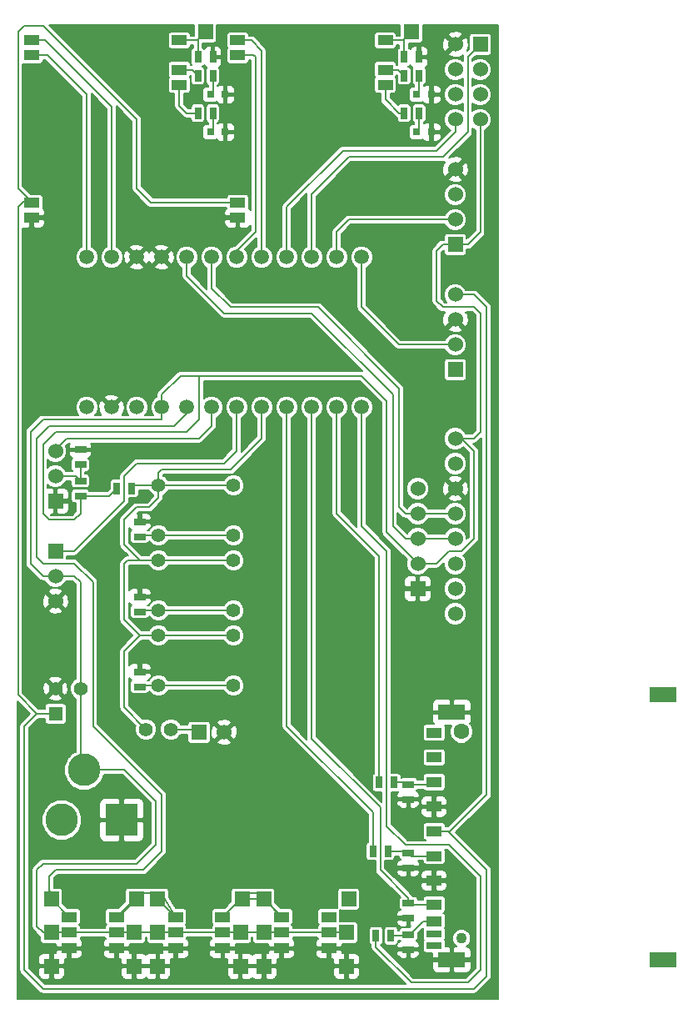
<source format=gtl>
G04 (created by PCBNEW-RS274X (2012-apr-16-27)-stable) date So 26 Okt 2014 19:58:05 CET*
G01*
G70*
G90*
%MOIN*%
G04 Gerber Fmt 3.4, Leading zero omitted, Abs format*
%FSLAX34Y34*%
G04 APERTURE LIST*
%ADD10C,0.006000*%
%ADD11C,0.129900*%
%ADD12R,0.129900X0.129900*%
%ADD13C,0.055000*%
%ADD14R,0.045000X0.025000*%
%ADD15R,0.025000X0.045000*%
%ADD16R,0.060000X0.060000*%
%ADD17C,0.060000*%
%ADD18R,0.031400X0.031400*%
%ADD19R,0.059100X0.039400*%
%ADD20R,0.055000X0.055000*%
%ADD21R,0.110200X0.059100*%
%ADD22R,0.059100X0.027600*%
%ADD23C,0.043300*%
%ADD24C,0.063000*%
%ADD25C,0.059100*%
%ADD26R,0.059100X0.059100*%
%ADD27C,0.008000*%
%ADD28C,0.007900*%
G04 APERTURE END LIST*
G54D10*
G54D11*
X02000Y-32000D03*
G54D12*
X04400Y-32000D03*
G54D11*
X02900Y-30000D03*
G54D13*
X05875Y-18625D03*
X05875Y-20625D03*
X08875Y-18625D03*
X08875Y-20625D03*
X05875Y-24625D03*
X05875Y-26625D03*
X08875Y-24625D03*
X08875Y-26625D03*
X05875Y-21625D03*
X05875Y-23625D03*
X08875Y-21625D03*
X08875Y-23625D03*
G54D14*
X02750Y-17800D03*
X02750Y-17200D03*
X02750Y-18450D03*
X02750Y-19050D03*
G54D15*
X15050Y-33250D03*
X14450Y-33250D03*
X15300Y-30500D03*
X14700Y-30500D03*
X15175Y-36625D03*
X14575Y-36625D03*
G54D14*
X15875Y-37175D03*
X15875Y-36575D03*
X15875Y-31175D03*
X15875Y-30575D03*
X15875Y-33925D03*
X15875Y-33325D03*
G54D15*
X07450Y-03750D03*
X08050Y-03750D03*
X07450Y-02250D03*
X08050Y-02250D03*
X07450Y-01500D03*
X08050Y-01500D03*
X15700Y-03750D03*
X16300Y-03750D03*
X15700Y-02250D03*
X16300Y-02250D03*
G54D14*
X05125Y-20675D03*
X05125Y-20075D03*
X05125Y-26675D03*
X05125Y-26075D03*
X05125Y-23675D03*
X05125Y-23075D03*
G54D15*
X04200Y-18750D03*
X04800Y-18750D03*
X15700Y-01500D03*
X16300Y-01500D03*
G54D13*
X05375Y-28375D03*
X06375Y-28375D03*
G54D16*
X18750Y-01000D03*
G54D17*
X17750Y-01000D03*
X18750Y-02000D03*
X17750Y-02000D03*
X18750Y-03000D03*
X17750Y-03000D03*
X18750Y-04000D03*
X17750Y-04000D03*
G54D16*
X17750Y-09000D03*
G54D17*
X17750Y-08000D03*
X17750Y-07000D03*
X17750Y-06000D03*
G54D16*
X17750Y-14000D03*
G54D17*
X17750Y-13000D03*
X17750Y-12000D03*
X17750Y-11000D03*
G54D16*
X01750Y-21250D03*
G54D17*
X01750Y-22250D03*
X01750Y-23250D03*
G54D16*
X01750Y-19250D03*
G54D17*
X01750Y-18250D03*
X01750Y-17250D03*
G54D16*
X07500Y-28500D03*
G54D17*
X08500Y-28500D03*
G54D18*
X16205Y-03000D03*
X16795Y-03000D03*
X16205Y-04500D03*
X16795Y-04500D03*
X07955Y-03000D03*
X08545Y-03000D03*
X07955Y-04500D03*
X08545Y-04500D03*
G54D17*
X17750Y-16750D03*
X17750Y-17750D03*
X17750Y-18750D03*
X17750Y-19750D03*
X17750Y-20750D03*
X17750Y-21750D03*
X17750Y-22750D03*
X17750Y-23750D03*
G54D19*
X09047Y-07921D03*
X09047Y-07331D03*
X09047Y-01426D03*
X09047Y-00835D03*
X14952Y-00835D03*
X14952Y-02607D03*
X14952Y-02016D03*
X00797Y-07921D03*
X00797Y-07331D03*
X00797Y-01426D03*
X00797Y-00835D03*
X06702Y-00835D03*
X06702Y-02607D03*
X06702Y-02016D03*
G54D20*
X01750Y-27750D03*
G54D13*
X01750Y-26750D03*
X02750Y-26750D03*
G54D14*
X15875Y-35325D03*
X15875Y-35925D03*
G54D16*
X07750Y-00500D03*
X16000Y-00500D03*
G54D21*
X17609Y-27698D03*
X17609Y-37580D03*
X26074Y-37580D03*
X26074Y-26989D03*
G54D22*
X16901Y-37029D03*
X16901Y-36556D03*
G54D19*
X16901Y-36044D03*
X16901Y-35375D03*
X16901Y-34420D03*
X16901Y-33436D03*
X16901Y-32452D03*
X16901Y-31468D03*
X16901Y-30483D03*
X16901Y-29499D03*
X16901Y-28515D03*
G54D23*
X18003Y-36733D03*
G54D24*
X18003Y-28466D03*
G54D25*
X03000Y-09500D03*
X04000Y-09500D03*
X05000Y-09500D03*
X06000Y-09500D03*
X07000Y-09500D03*
X08000Y-09500D03*
X09000Y-09500D03*
X10000Y-09500D03*
X11000Y-09500D03*
X12000Y-09500D03*
X13000Y-09500D03*
X14000Y-09500D03*
X14000Y-15500D03*
X13000Y-15500D03*
X12000Y-15500D03*
X11000Y-15500D03*
X10000Y-15500D03*
X09000Y-15500D03*
X08000Y-15500D03*
X07000Y-15500D03*
X06000Y-15500D03*
X05000Y-15500D03*
X04000Y-15500D03*
X03000Y-15500D03*
G54D16*
X16250Y-22750D03*
G54D17*
X16250Y-21750D03*
X16250Y-20750D03*
X16250Y-19750D03*
X16250Y-18750D03*
G54D26*
X01596Y-35161D03*
X01596Y-36500D03*
X01596Y-37839D03*
X04904Y-37839D03*
X04904Y-36500D03*
X04982Y-35161D03*
G54D19*
X02305Y-35870D03*
X02305Y-36500D03*
X02305Y-37130D03*
X04195Y-37130D03*
X04195Y-36500D03*
X04195Y-35870D03*
G54D26*
X05846Y-35161D03*
X05846Y-36500D03*
X05846Y-37839D03*
X09154Y-37839D03*
X09154Y-36500D03*
X09232Y-35161D03*
G54D19*
X06555Y-35870D03*
X06555Y-36500D03*
X06555Y-37130D03*
X08445Y-37130D03*
X08445Y-36500D03*
X08445Y-35870D03*
G54D26*
X10096Y-35161D03*
X10096Y-36500D03*
X10096Y-37839D03*
X13404Y-37839D03*
X13404Y-36500D03*
X13482Y-35161D03*
G54D19*
X10805Y-35870D03*
X10805Y-36500D03*
X10805Y-37130D03*
X12695Y-37130D03*
X12695Y-36500D03*
X12695Y-35870D03*
G54D27*
X01000Y-27750D02*
X00250Y-27000D01*
X05000Y-04000D02*
X05000Y-06750D01*
X00716Y-07250D02*
X00797Y-07331D01*
X00500Y-07250D02*
X00716Y-07250D01*
X01750Y-27750D02*
X01000Y-27750D01*
X19000Y-31000D02*
X19000Y-11500D01*
X17548Y-32452D02*
X19000Y-31000D01*
X00250Y-06750D02*
X00250Y-00500D01*
X05581Y-07331D02*
X09047Y-07331D01*
X00797Y-07331D02*
X00797Y-07297D01*
X01250Y-00250D02*
X05000Y-04000D01*
X00250Y-00500D02*
X00500Y-00250D01*
X05000Y-06750D02*
X05581Y-07331D01*
X00797Y-07297D02*
X00250Y-06750D01*
X00500Y-00250D02*
X01250Y-00250D01*
X17452Y-32452D02*
X19000Y-34000D01*
X19000Y-11500D02*
X18500Y-11000D01*
X19000Y-38250D02*
X19000Y-34000D01*
X18500Y-38750D02*
X19000Y-38250D01*
X16901Y-32452D02*
X17452Y-32452D01*
X18500Y-11000D02*
X17750Y-11000D01*
X16901Y-32452D02*
X17548Y-32452D01*
X00250Y-27000D02*
X00250Y-07500D01*
X00500Y-38000D02*
X01250Y-38750D01*
X00500Y-28250D02*
X00500Y-38000D01*
X01250Y-38750D02*
X18500Y-38750D01*
X01000Y-27750D02*
X00500Y-28250D01*
X00250Y-07500D02*
X00500Y-07250D01*
X05875Y-18625D02*
X04925Y-18625D01*
X04500Y-25250D02*
X04500Y-27500D01*
X05875Y-18625D02*
X05875Y-18125D01*
X05125Y-24625D02*
X05875Y-24625D01*
X04925Y-18625D02*
X04800Y-18750D01*
X05125Y-24625D02*
X04500Y-25250D01*
X10000Y-16750D02*
X10000Y-15500D01*
X05875Y-24625D02*
X08875Y-24625D01*
X04500Y-21000D02*
X05125Y-21625D01*
X05125Y-21625D02*
X05875Y-21625D01*
X04500Y-24000D02*
X05125Y-24625D01*
X05875Y-18625D02*
X05875Y-19125D01*
X04500Y-27500D02*
X05375Y-28375D01*
X06000Y-18000D02*
X08750Y-18000D01*
X05000Y-19500D02*
X04500Y-20000D01*
X04500Y-20000D02*
X04500Y-21000D01*
X05875Y-18125D02*
X06000Y-18000D01*
X05875Y-24625D02*
X05125Y-24625D01*
X05875Y-21625D02*
X04625Y-21625D01*
X05875Y-19125D02*
X05500Y-19500D01*
X04500Y-21750D02*
X04500Y-24000D01*
X05875Y-18625D02*
X08875Y-18625D01*
X05500Y-19500D02*
X05000Y-19500D01*
X05875Y-21625D02*
X08875Y-21625D01*
X08750Y-18000D02*
X10000Y-16750D01*
X04625Y-21625D02*
X04500Y-21750D01*
X17750Y-13000D02*
X15500Y-13000D01*
X14000Y-11500D02*
X14000Y-09500D01*
X15500Y-13000D02*
X14000Y-11500D01*
X17750Y-08000D02*
X13500Y-08000D01*
X13500Y-08000D02*
X13000Y-08500D01*
X13000Y-08500D02*
X13000Y-09500D01*
X07500Y-16750D02*
X08000Y-16250D01*
X02182Y-16750D02*
X07500Y-16750D01*
X01750Y-17182D02*
X02182Y-16750D01*
X08000Y-16250D02*
X08000Y-15500D01*
X01750Y-17250D02*
X01750Y-17182D01*
X15925Y-35375D02*
X15875Y-35325D01*
X15875Y-35125D02*
X15875Y-35325D01*
X16901Y-35375D02*
X15925Y-35375D01*
X14750Y-34000D02*
X14750Y-31500D01*
X12000Y-15500D02*
X12000Y-28750D01*
X14750Y-31500D02*
X12000Y-28750D01*
X14750Y-34000D02*
X15875Y-35125D01*
X14700Y-30500D02*
X14700Y-21450D01*
X13000Y-15500D02*
X13000Y-19750D01*
X14700Y-21450D02*
X13000Y-19750D01*
X04000Y-09500D02*
X04000Y-03500D01*
X00797Y-00835D02*
X01335Y-00835D01*
X01335Y-00835D02*
X04000Y-03500D01*
X09047Y-00835D02*
X09585Y-00835D01*
X10000Y-09000D02*
X10000Y-01250D01*
X09585Y-00835D02*
X10000Y-01250D01*
X10000Y-09500D02*
X10000Y-09000D01*
X10000Y-09000D02*
X10000Y-09000D01*
X18250Y-01500D02*
X18250Y-04500D01*
X18250Y-04500D02*
X17250Y-05500D01*
X17250Y-05500D02*
X13500Y-05500D01*
X18750Y-01000D02*
X18250Y-01500D01*
X12000Y-07000D02*
X12000Y-09500D01*
X13500Y-05500D02*
X12000Y-07000D01*
X14450Y-33250D02*
X14450Y-31700D01*
X14450Y-31700D02*
X11000Y-28250D01*
X11000Y-15500D02*
X11000Y-28250D01*
X15500Y-14750D02*
X15500Y-19500D01*
X08000Y-10750D02*
X08000Y-09500D01*
X17750Y-19750D02*
X16250Y-19750D01*
X12250Y-11500D02*
X08750Y-11500D01*
X08750Y-11500D02*
X08000Y-10750D01*
X15750Y-19750D02*
X16250Y-19750D01*
X15500Y-19500D02*
X15750Y-19750D01*
X15500Y-14750D02*
X12250Y-11500D01*
X15750Y-20750D02*
X16250Y-20750D01*
X08500Y-11750D02*
X12000Y-11750D01*
X07000Y-09500D02*
X07000Y-10250D01*
X15250Y-20250D02*
X15750Y-20750D01*
X12000Y-11750D02*
X15250Y-15000D01*
X15250Y-15000D02*
X15250Y-20250D01*
X17750Y-20750D02*
X16250Y-20750D01*
X07000Y-10250D02*
X08500Y-11750D01*
X15000Y-21250D02*
X15000Y-32250D01*
X15000Y-32250D02*
X15750Y-33000D01*
X18750Y-38000D02*
X18250Y-38500D01*
X16000Y-38500D02*
X14575Y-37075D01*
X15750Y-33000D02*
X17500Y-33000D01*
X17500Y-33000D02*
X18750Y-34250D01*
X14000Y-15500D02*
X14000Y-20250D01*
X18750Y-34250D02*
X18750Y-38000D01*
X14575Y-37075D02*
X14575Y-36625D01*
X18250Y-38500D02*
X16000Y-38500D01*
X14000Y-20250D02*
X15000Y-21250D01*
X01750Y-21250D02*
X02500Y-21250D01*
X08500Y-17750D02*
X05000Y-17750D01*
X04500Y-18250D02*
X04500Y-19250D01*
X09000Y-15500D02*
X09000Y-17250D01*
X09000Y-17250D02*
X08500Y-17750D01*
X05000Y-17750D02*
X04500Y-18250D01*
X02500Y-21250D02*
X04500Y-19250D01*
X00797Y-01426D02*
X01426Y-01426D01*
X01426Y-01426D02*
X03000Y-03000D01*
X03000Y-09500D02*
X03000Y-03000D01*
X09676Y-01426D02*
X09750Y-01500D01*
X09750Y-01500D02*
X09750Y-08500D01*
X09000Y-09250D02*
X09000Y-09500D01*
X09047Y-01426D02*
X09676Y-01426D01*
X09750Y-08500D02*
X09000Y-09250D01*
X17750Y-04500D02*
X17000Y-05250D01*
X13250Y-05250D02*
X11000Y-07500D01*
X17000Y-05250D02*
X13250Y-05250D01*
X17750Y-04000D02*
X17750Y-04500D01*
X11000Y-07500D02*
X11000Y-09500D01*
X02000Y-21750D02*
X01250Y-21750D01*
X02500Y-21750D02*
X03250Y-22500D01*
X01596Y-34925D02*
X01596Y-35161D01*
X06000Y-33250D02*
X06000Y-31000D01*
X01250Y-21750D02*
X01250Y-21750D01*
X01250Y-21750D02*
X02500Y-21750D01*
X05250Y-34000D02*
X06000Y-33250D01*
X03250Y-28250D02*
X03250Y-22500D01*
X06000Y-31000D02*
X03250Y-28250D01*
X01500Y-34250D02*
X01500Y-34829D01*
X07000Y-15750D02*
X06500Y-16250D01*
X01750Y-34000D02*
X05250Y-34000D01*
X01500Y-16250D02*
X01000Y-16750D01*
X01000Y-21500D02*
X01250Y-21750D01*
X01500Y-34829D02*
X01596Y-34925D01*
X01000Y-16750D02*
X01000Y-21500D01*
X06500Y-16250D02*
X01500Y-16250D01*
X01596Y-35161D02*
X02305Y-35870D01*
X01750Y-34000D02*
X01500Y-34250D01*
X07000Y-15500D02*
X07000Y-15750D01*
X01250Y-21750D02*
X02000Y-21750D01*
X08050Y-02250D02*
X08050Y-02905D01*
X08050Y-02905D02*
X07955Y-03000D01*
X08050Y-03750D02*
X08050Y-04405D01*
X08050Y-04405D02*
X07955Y-04500D01*
X16300Y-03750D02*
X16300Y-04405D01*
X16300Y-04405D02*
X16205Y-04500D01*
X16300Y-02905D02*
X16205Y-03000D01*
X16300Y-02250D02*
X16300Y-02905D01*
X15500Y-03750D02*
X15700Y-03750D01*
X14952Y-03202D02*
X15500Y-03750D01*
X14952Y-02607D02*
X14952Y-03202D01*
X07216Y-02016D02*
X07450Y-02250D01*
X06702Y-02016D02*
X07216Y-02016D01*
X05875Y-20625D02*
X05175Y-20625D01*
X05875Y-20625D02*
X08875Y-20625D01*
X05175Y-20625D02*
X05125Y-20675D01*
X07375Y-28375D02*
X07500Y-28500D01*
X06375Y-28375D02*
X07375Y-28375D01*
X04195Y-35870D02*
X04273Y-35870D01*
X05846Y-35161D02*
X06555Y-35870D01*
X04273Y-35870D02*
X04982Y-35161D01*
X04982Y-34925D02*
X05846Y-34925D01*
X04982Y-34925D02*
X04982Y-35083D01*
X05925Y-34925D02*
X06055Y-35055D01*
X04982Y-35083D02*
X04195Y-35870D01*
X06055Y-35055D02*
X06555Y-35870D01*
X05846Y-34925D02*
X05925Y-34925D01*
X05875Y-26625D02*
X05175Y-26625D01*
X05875Y-26625D02*
X08875Y-26625D01*
X05175Y-26625D02*
X05125Y-26675D01*
X05875Y-23625D02*
X08875Y-23625D01*
X05175Y-23625D02*
X05125Y-23675D01*
X05875Y-23625D02*
X05175Y-23625D01*
X06702Y-03452D02*
X07000Y-03750D01*
X06702Y-02607D02*
X06702Y-03452D01*
X07000Y-03750D02*
X07450Y-03750D01*
X15466Y-02016D02*
X15700Y-02250D01*
X14952Y-02016D02*
X15466Y-02016D01*
X15665Y-00835D02*
X16000Y-00500D01*
X15665Y-00835D02*
X16000Y-00500D01*
X15700Y-01500D02*
X15700Y-00800D01*
X15700Y-00800D02*
X16000Y-00500D01*
X14952Y-00835D02*
X15665Y-00835D01*
X06702Y-00835D02*
X07415Y-00835D01*
X07450Y-01500D02*
X07450Y-00800D01*
X07415Y-00835D02*
X07750Y-00500D01*
X07450Y-00800D02*
X07750Y-00500D01*
X02750Y-17800D02*
X02750Y-18450D01*
X02550Y-18250D02*
X02750Y-18450D01*
X01750Y-18250D02*
X02550Y-18250D01*
X15825Y-36625D02*
X15875Y-36575D01*
X16456Y-36044D02*
X15925Y-36575D01*
X16901Y-36044D02*
X16456Y-36044D01*
X15175Y-36625D02*
X15825Y-36625D01*
X15925Y-36575D02*
X15875Y-36575D01*
X15986Y-33436D02*
X15875Y-33325D01*
X15800Y-33250D02*
X15875Y-33325D01*
X15050Y-33250D02*
X15800Y-33250D01*
X16901Y-33436D02*
X15986Y-33436D01*
X09925Y-34925D02*
X10305Y-35305D01*
X09232Y-34925D02*
X09232Y-35083D01*
X09232Y-35161D02*
X10096Y-35161D01*
X10096Y-35161D02*
X10805Y-35870D01*
X09232Y-35083D02*
X08445Y-35870D01*
X10305Y-35305D02*
X10805Y-35870D01*
X10096Y-34925D02*
X09925Y-34925D01*
X09232Y-34925D02*
X10096Y-34925D01*
X15300Y-30500D02*
X15800Y-30500D01*
X15875Y-30575D02*
X16809Y-30575D01*
X15800Y-30500D02*
X15875Y-30575D01*
X16809Y-30575D02*
X16901Y-30483D01*
X04195Y-36500D02*
X04904Y-36500D01*
X01750Y-22250D02*
X01250Y-22250D01*
X00750Y-21750D02*
X00750Y-16500D01*
X02500Y-22250D02*
X02750Y-22500D01*
X10805Y-36500D02*
X12695Y-36500D01*
X12695Y-36500D02*
X13404Y-36500D01*
X07500Y-14250D02*
X06750Y-14250D01*
X08445Y-36500D02*
X09154Y-36500D01*
X02750Y-19050D02*
X03900Y-19050D01*
X01500Y-20000D02*
X02500Y-20000D01*
X01750Y-22250D02*
X02500Y-22250D01*
X01250Y-22250D02*
X00750Y-21750D01*
X06000Y-16000D02*
X06000Y-15500D01*
X10096Y-36500D02*
X10805Y-36500D01*
X02305Y-36500D02*
X04195Y-36500D01*
X07500Y-16000D02*
X07500Y-14250D01*
X08500Y-14250D02*
X07500Y-14250D01*
X02750Y-22500D02*
X02750Y-26750D01*
X02750Y-19750D02*
X02500Y-20000D01*
X01250Y-17000D02*
X01250Y-19750D01*
X01250Y-17000D02*
X01750Y-16500D01*
X01250Y-19750D02*
X01500Y-20000D01*
X05750Y-33000D02*
X05000Y-33750D01*
X01250Y-36500D02*
X01596Y-36500D01*
X05846Y-36500D02*
X06555Y-36500D01*
X06555Y-36500D02*
X08445Y-36500D01*
X03900Y-19050D02*
X04200Y-18750D01*
X02750Y-19050D02*
X02750Y-19750D01*
X05750Y-31250D02*
X05750Y-33000D01*
X01750Y-16500D02*
X07000Y-16500D01*
X15500Y-21000D02*
X16250Y-21750D01*
X07000Y-16500D02*
X07500Y-16000D01*
X01250Y-33750D02*
X01000Y-34000D01*
X15000Y-20500D02*
X15500Y-21000D01*
X15000Y-15250D02*
X15000Y-20500D01*
X18750Y-08500D02*
X18250Y-09000D01*
X01000Y-34000D02*
X01000Y-36250D01*
X06000Y-16000D02*
X06000Y-16000D01*
X04500Y-30000D02*
X05750Y-31250D01*
X02750Y-26750D02*
X02750Y-29850D01*
X01000Y-36250D02*
X01250Y-36500D01*
X01596Y-36500D02*
X02305Y-36500D01*
X06000Y-15000D02*
X06000Y-15500D01*
X00750Y-16500D02*
X01250Y-16000D01*
X18500Y-20750D02*
X18500Y-17250D01*
X17000Y-21750D02*
X17500Y-21250D01*
X18500Y-16750D02*
X18750Y-16500D01*
X17750Y-16750D02*
X18000Y-16750D01*
X18000Y-16750D02*
X18500Y-17250D01*
X18750Y-16500D02*
X18750Y-11750D01*
X17500Y-21250D02*
X18000Y-21250D01*
X18000Y-21250D02*
X18500Y-20750D01*
X18750Y-04000D02*
X18750Y-08500D01*
X04904Y-36500D02*
X05846Y-36500D01*
X14000Y-14250D02*
X08500Y-14250D01*
X15000Y-15250D02*
X14000Y-14250D01*
X02900Y-30000D02*
X04500Y-30000D01*
X16250Y-21750D02*
X17000Y-21750D01*
X18250Y-09000D02*
X17750Y-09000D01*
X01250Y-16000D02*
X06000Y-16000D01*
X09154Y-36500D02*
X10096Y-36500D01*
X06750Y-14250D02*
X06000Y-15000D01*
X06000Y-15500D02*
X06000Y-15000D01*
X17750Y-16750D02*
X18500Y-16750D01*
X18500Y-11500D02*
X18750Y-11750D01*
X17750Y-09000D02*
X17250Y-09000D01*
X17000Y-09250D02*
X17000Y-11250D01*
X17000Y-11250D02*
X17250Y-11500D01*
X17250Y-09000D02*
X17000Y-09250D01*
X17250Y-11500D02*
X18500Y-11500D01*
X05000Y-33750D02*
X01250Y-33750D01*
X02750Y-29850D02*
X02900Y-30000D01*
G54D10*
G36*
X19453Y-39138D02*
X00232Y-39138D01*
X00232Y-27260D01*
X00721Y-27750D01*
X00361Y-28111D01*
X00318Y-28174D01*
X00303Y-28250D01*
X00303Y-38000D01*
X00318Y-38076D01*
X00361Y-38139D01*
X01110Y-38889D01*
X01111Y-38889D01*
X01153Y-38917D01*
X01174Y-38931D01*
X01175Y-38932D01*
X01250Y-38947D01*
X18500Y-38947D01*
X18575Y-38932D01*
X18576Y-38932D01*
X18639Y-38889D01*
X19139Y-38389D01*
X19182Y-38326D01*
X19182Y-38325D01*
X19197Y-38250D01*
X19197Y-34000D01*
X19184Y-33936D01*
X19182Y-33925D01*
X19182Y-33924D01*
X19139Y-33861D01*
X17778Y-32500D01*
X19139Y-31140D01*
X19139Y-31139D01*
X19167Y-31097D01*
X19181Y-31076D01*
X19182Y-31075D01*
X19196Y-31000D01*
X19197Y-31000D01*
X19197Y-11500D01*
X19182Y-11425D01*
X19182Y-11424D01*
X19139Y-11361D01*
X18639Y-10861D01*
X18576Y-10818D01*
X18500Y-10803D01*
X18162Y-10803D01*
X18137Y-10742D01*
X18009Y-10614D01*
X17841Y-10544D01*
X17660Y-10544D01*
X17492Y-10613D01*
X17364Y-10741D01*
X17294Y-10909D01*
X17294Y-11090D01*
X17363Y-11258D01*
X17408Y-11303D01*
X17331Y-11303D01*
X17197Y-11168D01*
X17197Y-09331D01*
X17293Y-09235D01*
X17293Y-09331D01*
X17317Y-09389D01*
X17361Y-09433D01*
X17419Y-09457D01*
X17481Y-09457D01*
X18081Y-09457D01*
X18139Y-09433D01*
X18183Y-09389D01*
X18207Y-09331D01*
X18207Y-09269D01*
X18207Y-09197D01*
X18250Y-09197D01*
X18325Y-09182D01*
X18326Y-09182D01*
X18389Y-09139D01*
X18889Y-08639D01*
X18932Y-08576D01*
X18932Y-08575D01*
X18947Y-08500D01*
X18947Y-04412D01*
X19008Y-04387D01*
X19136Y-04259D01*
X19206Y-04091D01*
X19206Y-03910D01*
X19137Y-03742D01*
X19009Y-03614D01*
X18841Y-03544D01*
X18660Y-03544D01*
X18492Y-03613D01*
X18447Y-03658D01*
X18447Y-03342D01*
X18491Y-03386D01*
X18659Y-03456D01*
X18840Y-03456D01*
X19008Y-03387D01*
X19136Y-03259D01*
X19206Y-03091D01*
X19206Y-02910D01*
X19137Y-02742D01*
X19009Y-02614D01*
X18841Y-02544D01*
X18660Y-02544D01*
X18492Y-02613D01*
X18447Y-02658D01*
X18447Y-02342D01*
X18491Y-02386D01*
X18659Y-02456D01*
X18840Y-02456D01*
X19008Y-02387D01*
X19136Y-02259D01*
X19206Y-02091D01*
X19206Y-01910D01*
X19137Y-01742D01*
X19009Y-01614D01*
X18841Y-01544D01*
X18660Y-01544D01*
X18492Y-01613D01*
X18447Y-01658D01*
X18447Y-01581D01*
X18571Y-01457D01*
X19081Y-01457D01*
X19139Y-01433D01*
X19183Y-01389D01*
X19207Y-01331D01*
X19207Y-01269D01*
X19207Y-00669D01*
X19183Y-00611D01*
X19139Y-00567D01*
X19081Y-00543D01*
X19019Y-00543D01*
X18419Y-00543D01*
X18361Y-00567D01*
X18317Y-00611D01*
X18293Y-00669D01*
X18293Y-00731D01*
X18293Y-01179D01*
X18224Y-01247D01*
X18285Y-01066D01*
X18269Y-00857D01*
X18218Y-00734D01*
X18129Y-00706D01*
X18044Y-00791D01*
X18044Y-00621D01*
X18016Y-00532D01*
X17816Y-00465D01*
X17607Y-00481D01*
X17484Y-00532D01*
X17456Y-00621D01*
X17750Y-00915D01*
X18044Y-00621D01*
X18044Y-00791D01*
X17863Y-00972D01*
X17835Y-01000D01*
X17750Y-01085D01*
X17722Y-01113D01*
X17665Y-01170D01*
X17665Y-01000D01*
X17371Y-00706D01*
X17282Y-00734D01*
X17215Y-00934D01*
X17231Y-01143D01*
X17282Y-01266D01*
X17371Y-01294D01*
X17665Y-01000D01*
X17665Y-01170D01*
X17456Y-01379D01*
X17484Y-01468D01*
X17684Y-01535D01*
X17893Y-01519D01*
X18016Y-01468D01*
X18030Y-01421D01*
X18044Y-01435D01*
X18062Y-01453D01*
X18053Y-01500D01*
X18053Y-01658D01*
X18044Y-01649D01*
X18009Y-01614D01*
X17841Y-01544D01*
X17660Y-01544D01*
X17492Y-01613D01*
X17364Y-01741D01*
X17294Y-01909D01*
X17294Y-02090D01*
X17363Y-02258D01*
X17491Y-02386D01*
X17659Y-02456D01*
X17840Y-02456D01*
X18008Y-02387D01*
X18053Y-02342D01*
X18053Y-02658D01*
X18009Y-02614D01*
X17841Y-02544D01*
X17660Y-02544D01*
X17492Y-02613D01*
X17364Y-02741D01*
X17294Y-02909D01*
X17294Y-03090D01*
X17363Y-03258D01*
X17491Y-03386D01*
X17659Y-03456D01*
X17840Y-03456D01*
X18008Y-03387D01*
X18053Y-03342D01*
X18053Y-03658D01*
X18009Y-03614D01*
X17841Y-03544D01*
X17660Y-03544D01*
X17492Y-03613D01*
X17364Y-03741D01*
X17294Y-03909D01*
X17294Y-04090D01*
X17363Y-04258D01*
X17491Y-04386D01*
X17553Y-04411D01*
X17553Y-04418D01*
X17190Y-04781D01*
X17190Y-04705D01*
X17190Y-04618D01*
X17190Y-04382D01*
X17190Y-04295D01*
X17190Y-03205D01*
X17190Y-03118D01*
X17190Y-02882D01*
X17190Y-02795D01*
X17154Y-02708D01*
X17087Y-02641D01*
X16999Y-02605D01*
X16914Y-02604D01*
X16855Y-02663D01*
X16855Y-02940D01*
X17132Y-02940D01*
X17190Y-02882D01*
X17190Y-03118D01*
X17132Y-03060D01*
X16855Y-03060D01*
X16855Y-03337D01*
X16914Y-03396D01*
X16999Y-03395D01*
X17087Y-03359D01*
X17154Y-03292D01*
X17190Y-03205D01*
X17190Y-04295D01*
X17154Y-04208D01*
X17087Y-04141D01*
X16999Y-04105D01*
X16914Y-04104D01*
X16855Y-04163D01*
X16855Y-04440D01*
X17132Y-04440D01*
X17190Y-04382D01*
X17190Y-04618D01*
X17132Y-04560D01*
X16855Y-04560D01*
X16855Y-04837D01*
X16914Y-04896D01*
X16999Y-04895D01*
X17087Y-04859D01*
X17154Y-04792D01*
X17190Y-04705D01*
X17190Y-04781D01*
X16918Y-05053D01*
X16735Y-05053D01*
X16735Y-04837D01*
X16735Y-04600D01*
X16735Y-04560D01*
X16735Y-04440D01*
X16735Y-04400D01*
X16735Y-04163D01*
X16676Y-04104D01*
X16591Y-04105D01*
X16503Y-04141D01*
X16497Y-04147D01*
X16497Y-04115D01*
X16514Y-04108D01*
X16558Y-04064D01*
X16582Y-04006D01*
X16582Y-03944D01*
X16582Y-03494D01*
X16558Y-03436D01*
X16514Y-03392D01*
X16456Y-03368D01*
X16394Y-03368D01*
X16144Y-03368D01*
X16086Y-03392D01*
X16042Y-03436D01*
X16018Y-03494D01*
X16018Y-03556D01*
X16018Y-04006D01*
X16042Y-04064D01*
X16086Y-04108D01*
X16103Y-04115D01*
X16103Y-04186D01*
X16017Y-04186D01*
X15959Y-04210D01*
X15915Y-04254D01*
X15891Y-04312D01*
X15891Y-04374D01*
X15891Y-04688D01*
X15915Y-04746D01*
X15959Y-04790D01*
X16017Y-04814D01*
X16079Y-04814D01*
X16393Y-04814D01*
X16438Y-04794D01*
X16503Y-04859D01*
X16591Y-04895D01*
X16676Y-04896D01*
X16735Y-04837D01*
X16735Y-05053D01*
X13250Y-05053D01*
X13175Y-05068D01*
X13153Y-05082D01*
X13110Y-05111D01*
X10861Y-07361D01*
X10818Y-07424D01*
X10803Y-07500D01*
X10803Y-09093D01*
X10745Y-09117D01*
X10618Y-09244D01*
X10549Y-09410D01*
X10549Y-09589D01*
X10617Y-09755D01*
X10744Y-09882D01*
X10910Y-09951D01*
X11089Y-09951D01*
X11255Y-09883D01*
X11382Y-09756D01*
X11451Y-09590D01*
X11451Y-09411D01*
X11383Y-09245D01*
X11256Y-09118D01*
X11197Y-09093D01*
X11197Y-07581D01*
X11809Y-06969D01*
X11803Y-07000D01*
X11803Y-09093D01*
X11745Y-09117D01*
X11618Y-09244D01*
X11549Y-09410D01*
X11549Y-09589D01*
X11617Y-09755D01*
X11744Y-09882D01*
X11910Y-09951D01*
X12089Y-09951D01*
X12255Y-09883D01*
X12382Y-09756D01*
X12451Y-09590D01*
X12451Y-09411D01*
X12383Y-09245D01*
X12256Y-09118D01*
X12197Y-09093D01*
X12197Y-07081D01*
X13581Y-05697D01*
X17250Y-05697D01*
X17296Y-05687D01*
X17328Y-05719D01*
X17282Y-05734D01*
X17215Y-05934D01*
X17231Y-06143D01*
X17282Y-06266D01*
X17371Y-06294D01*
X17637Y-06028D01*
X17665Y-06000D01*
X17750Y-05915D01*
X17778Y-05887D01*
X18044Y-05621D01*
X18016Y-05532D01*
X17816Y-05465D01*
X17607Y-05481D01*
X17504Y-05523D01*
X18389Y-04639D01*
X18432Y-04576D01*
X18432Y-04575D01*
X18434Y-04563D01*
X18446Y-04500D01*
X18447Y-04500D01*
X18447Y-04342D01*
X18491Y-04386D01*
X18553Y-04411D01*
X18553Y-08419D01*
X18285Y-08687D01*
X18285Y-06066D01*
X18269Y-05857D01*
X18218Y-05734D01*
X18129Y-05706D01*
X17835Y-06000D01*
X18129Y-06294D01*
X18218Y-06266D01*
X18285Y-06066D01*
X18285Y-08687D01*
X18207Y-08765D01*
X18207Y-08669D01*
X18206Y-08666D01*
X18206Y-08091D01*
X18206Y-07910D01*
X18206Y-07091D01*
X18206Y-06910D01*
X18137Y-06742D01*
X18044Y-06649D01*
X18044Y-06379D01*
X17750Y-06085D01*
X17665Y-06170D01*
X17456Y-06379D01*
X17484Y-06468D01*
X17684Y-06535D01*
X17893Y-06519D01*
X18016Y-06468D01*
X18044Y-06379D01*
X18044Y-06649D01*
X18009Y-06614D01*
X17841Y-06544D01*
X17660Y-06544D01*
X17492Y-06613D01*
X17364Y-06741D01*
X17294Y-06909D01*
X17294Y-07090D01*
X17363Y-07258D01*
X17491Y-07386D01*
X17659Y-07456D01*
X17840Y-07456D01*
X18008Y-07387D01*
X18136Y-07259D01*
X18206Y-07091D01*
X18206Y-07910D01*
X18137Y-07742D01*
X18009Y-07614D01*
X17841Y-07544D01*
X17660Y-07544D01*
X17492Y-07613D01*
X17364Y-07741D01*
X17338Y-07803D01*
X13500Y-07803D01*
X13424Y-07818D01*
X13361Y-07861D01*
X12861Y-08361D01*
X12818Y-08424D01*
X12803Y-08500D01*
X12803Y-09093D01*
X12745Y-09117D01*
X12618Y-09244D01*
X12549Y-09410D01*
X12549Y-09589D01*
X12617Y-09755D01*
X12744Y-09882D01*
X12910Y-09951D01*
X13089Y-09951D01*
X13255Y-09883D01*
X13382Y-09756D01*
X13451Y-09590D01*
X13451Y-09411D01*
X13383Y-09245D01*
X13256Y-09118D01*
X13197Y-09093D01*
X13197Y-08581D01*
X13581Y-08197D01*
X17337Y-08197D01*
X17363Y-08258D01*
X17491Y-08386D01*
X17659Y-08456D01*
X17840Y-08456D01*
X18008Y-08387D01*
X18136Y-08259D01*
X18206Y-08091D01*
X18206Y-08666D01*
X18183Y-08611D01*
X18139Y-08567D01*
X18081Y-08543D01*
X18019Y-08543D01*
X17419Y-08543D01*
X17361Y-08567D01*
X17317Y-08611D01*
X17293Y-08669D01*
X17293Y-08731D01*
X17293Y-08803D01*
X17250Y-08803D01*
X17175Y-08818D01*
X17153Y-08832D01*
X17110Y-08861D01*
X16861Y-09111D01*
X16818Y-09174D01*
X16803Y-09250D01*
X16803Y-11250D01*
X16818Y-11326D01*
X16861Y-11389D01*
X17110Y-11639D01*
X17111Y-11639D01*
X17153Y-11667D01*
X17174Y-11681D01*
X17175Y-11682D01*
X17250Y-11697D01*
X17306Y-11697D01*
X17328Y-11719D01*
X17282Y-11734D01*
X17215Y-11934D01*
X17231Y-12143D01*
X17282Y-12266D01*
X17371Y-12294D01*
X17637Y-12028D01*
X17665Y-12000D01*
X17750Y-11915D01*
X17835Y-12000D01*
X17863Y-12028D01*
X18129Y-12294D01*
X18218Y-12266D01*
X18285Y-12066D01*
X18269Y-11857D01*
X18218Y-11734D01*
X18171Y-11719D01*
X18194Y-11697D01*
X18418Y-11697D01*
X18553Y-11831D01*
X18553Y-16418D01*
X18418Y-16553D01*
X18285Y-16553D01*
X18207Y-16553D01*
X18207Y-14331D01*
X18207Y-14269D01*
X18207Y-13669D01*
X18206Y-13666D01*
X18206Y-13091D01*
X18206Y-12910D01*
X18137Y-12742D01*
X18044Y-12649D01*
X18044Y-12379D01*
X17750Y-12085D01*
X17665Y-12170D01*
X17456Y-12379D01*
X17484Y-12468D01*
X17684Y-12535D01*
X17893Y-12519D01*
X18016Y-12468D01*
X18044Y-12379D01*
X18044Y-12649D01*
X18009Y-12614D01*
X17841Y-12544D01*
X17660Y-12544D01*
X17492Y-12613D01*
X17364Y-12741D01*
X17338Y-12803D01*
X15581Y-12803D01*
X14197Y-11418D01*
X14197Y-09906D01*
X14255Y-09883D01*
X14382Y-09756D01*
X14451Y-09590D01*
X14451Y-09411D01*
X14383Y-09245D01*
X14256Y-09118D01*
X14090Y-09049D01*
X13911Y-09049D01*
X13745Y-09117D01*
X13618Y-09244D01*
X13549Y-09410D01*
X13549Y-09589D01*
X13617Y-09755D01*
X13744Y-09882D01*
X13803Y-09906D01*
X13803Y-11500D01*
X13818Y-11576D01*
X13861Y-11639D01*
X15360Y-13139D01*
X15361Y-13139D01*
X15403Y-13167D01*
X15424Y-13181D01*
X15425Y-13182D01*
X15500Y-13197D01*
X17337Y-13197D01*
X17363Y-13258D01*
X17491Y-13386D01*
X17659Y-13456D01*
X17840Y-13456D01*
X18008Y-13387D01*
X18136Y-13259D01*
X18206Y-13091D01*
X18206Y-13666D01*
X18183Y-13611D01*
X18139Y-13567D01*
X18081Y-13543D01*
X18019Y-13543D01*
X17419Y-13543D01*
X17361Y-13567D01*
X17317Y-13611D01*
X17293Y-13669D01*
X17293Y-13731D01*
X17293Y-14331D01*
X17317Y-14389D01*
X17361Y-14433D01*
X17419Y-14457D01*
X17481Y-14457D01*
X18081Y-14457D01*
X18139Y-14433D01*
X18183Y-14389D01*
X18207Y-14331D01*
X18207Y-16553D01*
X18162Y-16553D01*
X18137Y-16492D01*
X18009Y-16364D01*
X17841Y-16294D01*
X17660Y-16294D01*
X17492Y-16363D01*
X17364Y-16491D01*
X17294Y-16659D01*
X17294Y-16840D01*
X17363Y-17008D01*
X17491Y-17136D01*
X17659Y-17206D01*
X17840Y-17206D01*
X18008Y-17137D01*
X18058Y-17086D01*
X18303Y-17331D01*
X18303Y-20669D01*
X18285Y-20687D01*
X18285Y-18816D01*
X18269Y-18607D01*
X18218Y-18484D01*
X18206Y-18480D01*
X18206Y-17841D01*
X18206Y-17660D01*
X18137Y-17492D01*
X18009Y-17364D01*
X17841Y-17294D01*
X17660Y-17294D01*
X17492Y-17363D01*
X17364Y-17491D01*
X17294Y-17659D01*
X17294Y-17840D01*
X17363Y-18008D01*
X17491Y-18136D01*
X17659Y-18206D01*
X17840Y-18206D01*
X18008Y-18137D01*
X18136Y-18009D01*
X18206Y-17841D01*
X18206Y-18480D01*
X18129Y-18456D01*
X18044Y-18541D01*
X18044Y-18371D01*
X18016Y-18282D01*
X17816Y-18215D01*
X17607Y-18231D01*
X17484Y-18282D01*
X17456Y-18371D01*
X17750Y-18665D01*
X18044Y-18371D01*
X18044Y-18541D01*
X17835Y-18750D01*
X18129Y-19044D01*
X18218Y-19016D01*
X18285Y-18816D01*
X18285Y-20687D01*
X18206Y-20766D01*
X18206Y-20660D01*
X18137Y-20492D01*
X18009Y-20364D01*
X17841Y-20294D01*
X17660Y-20294D01*
X17492Y-20363D01*
X17364Y-20491D01*
X17338Y-20553D01*
X16662Y-20553D01*
X16637Y-20492D01*
X16509Y-20364D01*
X16341Y-20294D01*
X16160Y-20294D01*
X15992Y-20363D01*
X15864Y-20491D01*
X15838Y-20553D01*
X15831Y-20553D01*
X15447Y-20169D01*
X15447Y-19725D01*
X15610Y-19889D01*
X15611Y-19889D01*
X15653Y-19917D01*
X15674Y-19931D01*
X15675Y-19932D01*
X15750Y-19947D01*
X15837Y-19947D01*
X15863Y-20008D01*
X15991Y-20136D01*
X16159Y-20206D01*
X16340Y-20206D01*
X16508Y-20137D01*
X16636Y-20009D01*
X16661Y-19947D01*
X17337Y-19947D01*
X17363Y-20008D01*
X17491Y-20136D01*
X17659Y-20206D01*
X17840Y-20206D01*
X18008Y-20137D01*
X18136Y-20009D01*
X18206Y-19841D01*
X18206Y-19660D01*
X18137Y-19492D01*
X18044Y-19399D01*
X18044Y-19129D01*
X17750Y-18835D01*
X17665Y-18920D01*
X17665Y-18750D01*
X17371Y-18456D01*
X17282Y-18484D01*
X17215Y-18684D01*
X17231Y-18893D01*
X17282Y-19016D01*
X17371Y-19044D01*
X17665Y-18750D01*
X17665Y-18920D01*
X17456Y-19129D01*
X17484Y-19218D01*
X17684Y-19285D01*
X17893Y-19269D01*
X18016Y-19218D01*
X18044Y-19129D01*
X18044Y-19399D01*
X18009Y-19364D01*
X17841Y-19294D01*
X17660Y-19294D01*
X17492Y-19363D01*
X17364Y-19491D01*
X17338Y-19553D01*
X16706Y-19553D01*
X16706Y-18841D01*
X16706Y-18660D01*
X16637Y-18492D01*
X16509Y-18364D01*
X16341Y-18294D01*
X16160Y-18294D01*
X15992Y-18363D01*
X15864Y-18491D01*
X15794Y-18659D01*
X15794Y-18840D01*
X15863Y-19008D01*
X15991Y-19136D01*
X16159Y-19206D01*
X16340Y-19206D01*
X16508Y-19137D01*
X16636Y-19009D01*
X16706Y-18841D01*
X16706Y-19553D01*
X16662Y-19553D01*
X16637Y-19492D01*
X16509Y-19364D01*
X16341Y-19294D01*
X16160Y-19294D01*
X15992Y-19363D01*
X15864Y-19491D01*
X15838Y-19553D01*
X15831Y-19553D01*
X15697Y-19418D01*
X15697Y-14750D01*
X15684Y-14686D01*
X15682Y-14675D01*
X15682Y-14674D01*
X15639Y-14611D01*
X12389Y-11361D01*
X12326Y-11318D01*
X12250Y-11303D01*
X08831Y-11303D01*
X08197Y-10668D01*
X08197Y-09906D01*
X08255Y-09883D01*
X08382Y-09756D01*
X08451Y-09590D01*
X08451Y-09411D01*
X08383Y-09245D01*
X08256Y-09118D01*
X08090Y-09049D01*
X07911Y-09049D01*
X07745Y-09117D01*
X07618Y-09244D01*
X07549Y-09410D01*
X07549Y-09589D01*
X07617Y-09755D01*
X07744Y-09882D01*
X07803Y-09906D01*
X07803Y-10750D01*
X07809Y-10780D01*
X07197Y-10168D01*
X07197Y-09906D01*
X07255Y-09883D01*
X07382Y-09756D01*
X07451Y-09590D01*
X07451Y-09411D01*
X07383Y-09245D01*
X07256Y-09118D01*
X07090Y-09049D01*
X06911Y-09049D01*
X06745Y-09117D01*
X06618Y-09244D01*
X06549Y-09410D01*
X06549Y-09589D01*
X06617Y-09755D01*
X06744Y-09882D01*
X06803Y-09906D01*
X06803Y-10250D01*
X06818Y-10326D01*
X06861Y-10389D01*
X08360Y-11889D01*
X08361Y-11889D01*
X08403Y-11917D01*
X08424Y-11931D01*
X08425Y-11932D01*
X08500Y-11947D01*
X11919Y-11947D01*
X14031Y-14059D01*
X14000Y-14053D01*
X08500Y-14053D01*
X07500Y-14053D01*
X06750Y-14053D01*
X06675Y-14068D01*
X06653Y-14082D01*
X06610Y-14111D01*
X06530Y-14191D01*
X06530Y-09566D01*
X06514Y-09358D01*
X06464Y-09237D01*
X06375Y-09209D01*
X06291Y-09293D01*
X06291Y-09125D01*
X06263Y-09036D01*
X06066Y-08970D01*
X05858Y-08986D01*
X05737Y-09036D01*
X05709Y-09125D01*
X06000Y-09415D01*
X06291Y-09125D01*
X06291Y-09293D01*
X06085Y-09500D01*
X06375Y-09791D01*
X06464Y-09763D01*
X06530Y-09566D01*
X06530Y-14191D01*
X06291Y-14430D01*
X06291Y-09875D01*
X06000Y-09585D01*
X05915Y-09669D01*
X05915Y-09500D01*
X05625Y-09209D01*
X05536Y-09237D01*
X05503Y-09333D01*
X05464Y-09237D01*
X05375Y-09209D01*
X05291Y-09293D01*
X05291Y-09125D01*
X05263Y-09036D01*
X05066Y-08970D01*
X04858Y-08986D01*
X04737Y-09036D01*
X04709Y-09125D01*
X05000Y-09415D01*
X05291Y-09125D01*
X05291Y-09293D01*
X05085Y-09500D01*
X05375Y-09791D01*
X05464Y-09763D01*
X05496Y-09666D01*
X05536Y-09763D01*
X05625Y-09791D01*
X05915Y-09500D01*
X05915Y-09669D01*
X05709Y-09875D01*
X05737Y-09964D01*
X05934Y-10030D01*
X06142Y-10014D01*
X06263Y-09964D01*
X06291Y-09875D01*
X06291Y-14430D01*
X05861Y-14861D01*
X05818Y-14924D01*
X05803Y-15000D01*
X05803Y-15093D01*
X05745Y-15117D01*
X05618Y-15244D01*
X05549Y-15410D01*
X05549Y-15589D01*
X05617Y-15755D01*
X05665Y-15803D01*
X05335Y-15803D01*
X05382Y-15756D01*
X05451Y-15590D01*
X05451Y-15411D01*
X05383Y-15245D01*
X05291Y-15153D01*
X05291Y-09875D01*
X05000Y-09585D01*
X04915Y-09669D01*
X04915Y-09500D01*
X04625Y-09209D01*
X04536Y-09237D01*
X04470Y-09434D01*
X04486Y-09642D01*
X04536Y-09763D01*
X04625Y-09791D01*
X04915Y-09500D01*
X04915Y-09669D01*
X04709Y-09875D01*
X04737Y-09964D01*
X04934Y-10030D01*
X05142Y-10014D01*
X05263Y-09964D01*
X05291Y-09875D01*
X05291Y-15153D01*
X05256Y-15118D01*
X05090Y-15049D01*
X04911Y-15049D01*
X04745Y-15117D01*
X04618Y-15244D01*
X04549Y-15410D01*
X04549Y-15589D01*
X04617Y-15755D01*
X04665Y-15803D01*
X04530Y-15803D01*
X04444Y-15803D01*
X04419Y-15777D01*
X04464Y-15763D01*
X04530Y-15566D01*
X04514Y-15358D01*
X04464Y-15237D01*
X04375Y-15209D01*
X04291Y-15293D01*
X04291Y-15125D01*
X04263Y-15036D01*
X04066Y-14970D01*
X03858Y-14986D01*
X03737Y-15036D01*
X03709Y-15125D01*
X04000Y-15415D01*
X04291Y-15125D01*
X04291Y-15293D01*
X04085Y-15500D01*
X04000Y-15585D01*
X03915Y-15500D01*
X03887Y-15472D01*
X03625Y-15209D01*
X03536Y-15237D01*
X03470Y-15434D01*
X03486Y-15642D01*
X03536Y-15763D01*
X03580Y-15777D01*
X03555Y-15803D01*
X03335Y-15803D01*
X03382Y-15756D01*
X03451Y-15590D01*
X03451Y-15411D01*
X03383Y-15245D01*
X03256Y-15118D01*
X03090Y-15049D01*
X02911Y-15049D01*
X02745Y-15117D01*
X02618Y-15244D01*
X02549Y-15410D01*
X02549Y-15589D01*
X02617Y-15755D01*
X02665Y-15803D01*
X01331Y-15803D01*
X01331Y-08040D01*
X01272Y-07981D01*
X00857Y-07981D01*
X00857Y-08298D01*
X00916Y-08357D01*
X01139Y-08356D01*
X01227Y-08320D01*
X01294Y-08253D01*
X01330Y-08166D01*
X01330Y-08071D01*
X01331Y-08040D01*
X01331Y-15803D01*
X01250Y-15803D01*
X01174Y-15818D01*
X01111Y-15861D01*
X00611Y-16361D01*
X00568Y-16424D01*
X00553Y-16500D01*
X00553Y-21750D01*
X00568Y-21826D01*
X00611Y-21889D01*
X01111Y-22389D01*
X01174Y-22432D01*
X01175Y-22432D01*
X01250Y-22447D01*
X01337Y-22447D01*
X01363Y-22508D01*
X01491Y-22636D01*
X01659Y-22706D01*
X01840Y-22706D01*
X02008Y-22637D01*
X02136Y-22509D01*
X02161Y-22447D01*
X02418Y-22447D01*
X02553Y-22581D01*
X02553Y-26363D01*
X02506Y-26383D01*
X02384Y-26505D01*
X02318Y-26663D01*
X02318Y-26835D01*
X02383Y-26994D01*
X02505Y-27116D01*
X02553Y-27136D01*
X02553Y-29272D01*
X02445Y-29317D01*
X02285Y-29476D01*
X02285Y-23316D01*
X02269Y-23107D01*
X02218Y-22984D01*
X02129Y-22956D01*
X02044Y-23041D01*
X02044Y-22871D01*
X02016Y-22782D01*
X01816Y-22715D01*
X01607Y-22731D01*
X01484Y-22782D01*
X01456Y-22871D01*
X01750Y-23165D01*
X02044Y-22871D01*
X02044Y-23041D01*
X01835Y-23250D01*
X02129Y-23544D01*
X02218Y-23516D01*
X02285Y-23316D01*
X02285Y-29476D01*
X02259Y-29502D01*
X02259Y-26811D01*
X02244Y-26611D01*
X02198Y-26499D01*
X02111Y-26474D01*
X02044Y-26541D01*
X02044Y-23629D01*
X01750Y-23335D01*
X01665Y-23420D01*
X01665Y-23250D01*
X01371Y-22956D01*
X01282Y-22984D01*
X01215Y-23184D01*
X01231Y-23393D01*
X01282Y-23516D01*
X01371Y-23544D01*
X01665Y-23250D01*
X01665Y-23420D01*
X01456Y-23629D01*
X01484Y-23718D01*
X01684Y-23785D01*
X01893Y-23769D01*
X02016Y-23718D01*
X02044Y-23629D01*
X02044Y-26541D01*
X02026Y-26559D01*
X02026Y-26389D01*
X02001Y-26302D01*
X01811Y-26241D01*
X01611Y-26256D01*
X01499Y-26302D01*
X01474Y-26389D01*
X01750Y-26665D01*
X02026Y-26389D01*
X02026Y-26559D01*
X01835Y-26750D01*
X02111Y-27026D01*
X02198Y-27001D01*
X02259Y-26811D01*
X02259Y-29502D01*
X02218Y-29543D01*
X02095Y-29839D01*
X02095Y-30159D01*
X02217Y-30455D01*
X02443Y-30682D01*
X02739Y-30805D01*
X03059Y-30805D01*
X03355Y-30683D01*
X03582Y-30457D01*
X03690Y-30197D01*
X04418Y-30197D01*
X05553Y-31331D01*
X05553Y-32918D01*
X05288Y-33183D01*
X05288Y-32119D01*
X05288Y-31881D01*
X05287Y-31398D01*
X05287Y-31303D01*
X05251Y-31216D01*
X05184Y-31149D01*
X05096Y-31113D01*
X04519Y-31112D01*
X04460Y-31171D01*
X04460Y-31940D01*
X05229Y-31940D01*
X05288Y-31881D01*
X05288Y-32119D01*
X05229Y-32060D01*
X04460Y-32060D01*
X04460Y-32829D01*
X04519Y-32888D01*
X05096Y-32887D01*
X05184Y-32851D01*
X05251Y-32784D01*
X05287Y-32697D01*
X05287Y-32602D01*
X05288Y-32119D01*
X05288Y-33183D01*
X04918Y-33553D01*
X04340Y-33553D01*
X04340Y-32829D01*
X04340Y-32060D01*
X04340Y-31940D01*
X04340Y-31171D01*
X04281Y-31112D01*
X03704Y-31113D01*
X03616Y-31149D01*
X03549Y-31216D01*
X03513Y-31303D01*
X03513Y-31398D01*
X03512Y-31881D01*
X03571Y-31940D01*
X04340Y-31940D01*
X04340Y-32060D01*
X03571Y-32060D01*
X03512Y-32119D01*
X03513Y-32602D01*
X03513Y-32697D01*
X03549Y-32784D01*
X03616Y-32851D01*
X03704Y-32887D01*
X04281Y-32888D01*
X04340Y-32829D01*
X04340Y-33553D01*
X02805Y-33553D01*
X02805Y-32161D01*
X02805Y-31841D01*
X02683Y-31545D01*
X02457Y-31318D01*
X02161Y-31195D01*
X01841Y-31195D01*
X01545Y-31317D01*
X01318Y-31543D01*
X01195Y-31839D01*
X01195Y-32159D01*
X01317Y-32455D01*
X01543Y-32682D01*
X01839Y-32805D01*
X02159Y-32805D01*
X02455Y-32683D01*
X02682Y-32457D01*
X02805Y-32161D01*
X02805Y-33553D01*
X01250Y-33553D01*
X01175Y-33568D01*
X01153Y-33582D01*
X01110Y-33611D01*
X00861Y-33861D01*
X00818Y-33924D01*
X00803Y-34000D01*
X00803Y-36250D01*
X00818Y-36326D01*
X00861Y-36389D01*
X01110Y-36639D01*
X01111Y-36639D01*
X01144Y-36661D01*
X01144Y-36826D01*
X01168Y-36884D01*
X01212Y-36928D01*
X01270Y-36952D01*
X01332Y-36952D01*
X01772Y-36952D01*
X01772Y-36980D01*
X01771Y-37011D01*
X01830Y-37070D01*
X02205Y-37070D01*
X02245Y-37070D01*
X02365Y-37070D01*
X02405Y-37070D01*
X02780Y-37070D01*
X02839Y-37011D01*
X02838Y-36980D01*
X02838Y-36885D01*
X02802Y-36798D01*
X02749Y-36745D01*
X02757Y-36728D01*
X02757Y-36697D01*
X03743Y-36697D01*
X03743Y-36728D01*
X03750Y-36745D01*
X03698Y-36798D01*
X03662Y-36885D01*
X03662Y-36980D01*
X03661Y-37011D01*
X03720Y-37070D01*
X04095Y-37070D01*
X04135Y-37070D01*
X04255Y-37070D01*
X04295Y-37070D01*
X04670Y-37070D01*
X04729Y-37011D01*
X04728Y-36980D01*
X04728Y-36952D01*
X05230Y-36952D01*
X05288Y-36928D01*
X05332Y-36884D01*
X05356Y-36826D01*
X05356Y-36764D01*
X05356Y-36697D01*
X05394Y-36697D01*
X05394Y-36826D01*
X05418Y-36884D01*
X05462Y-36928D01*
X05520Y-36952D01*
X05582Y-36952D01*
X06022Y-36952D01*
X06022Y-36980D01*
X06021Y-37011D01*
X06080Y-37070D01*
X06455Y-37070D01*
X06495Y-37070D01*
X06615Y-37070D01*
X06655Y-37070D01*
X07030Y-37070D01*
X07089Y-37011D01*
X07088Y-36980D01*
X07088Y-36885D01*
X07052Y-36798D01*
X06999Y-36745D01*
X07007Y-36728D01*
X07007Y-36697D01*
X07993Y-36697D01*
X07993Y-36728D01*
X08000Y-36745D01*
X07948Y-36798D01*
X07912Y-36885D01*
X07912Y-36980D01*
X07911Y-37011D01*
X07970Y-37070D01*
X08345Y-37070D01*
X08385Y-37070D01*
X08505Y-37070D01*
X08545Y-37070D01*
X08920Y-37070D01*
X08979Y-37011D01*
X08978Y-36980D01*
X08978Y-36952D01*
X09480Y-36952D01*
X09538Y-36928D01*
X09582Y-36884D01*
X09606Y-36826D01*
X09606Y-36764D01*
X09606Y-36697D01*
X09644Y-36697D01*
X09644Y-36826D01*
X09668Y-36884D01*
X09712Y-36928D01*
X09770Y-36952D01*
X09832Y-36952D01*
X10272Y-36952D01*
X10272Y-36980D01*
X10271Y-37011D01*
X10330Y-37070D01*
X10705Y-37070D01*
X10745Y-37070D01*
X10865Y-37070D01*
X10905Y-37070D01*
X11280Y-37070D01*
X11339Y-37011D01*
X11338Y-36980D01*
X11338Y-36885D01*
X11302Y-36798D01*
X11249Y-36745D01*
X11257Y-36728D01*
X11257Y-36697D01*
X12243Y-36697D01*
X12243Y-36728D01*
X12250Y-36745D01*
X12198Y-36798D01*
X12162Y-36885D01*
X12162Y-36980D01*
X12161Y-37011D01*
X12220Y-37070D01*
X12595Y-37070D01*
X12635Y-37070D01*
X12755Y-37070D01*
X12795Y-37070D01*
X13170Y-37070D01*
X13229Y-37011D01*
X13228Y-36980D01*
X13228Y-36952D01*
X13730Y-36952D01*
X13788Y-36928D01*
X13832Y-36884D01*
X13856Y-36826D01*
X13856Y-36764D01*
X13856Y-36174D01*
X13832Y-36116D01*
X13788Y-36072D01*
X13730Y-36048D01*
X13668Y-36048D01*
X13147Y-36048D01*
X13147Y-36036D01*
X13147Y-35642D01*
X13130Y-35602D01*
X13156Y-35613D01*
X13218Y-35613D01*
X13808Y-35613D01*
X13866Y-35589D01*
X13910Y-35545D01*
X13934Y-35487D01*
X13934Y-35425D01*
X13934Y-34835D01*
X13910Y-34777D01*
X13866Y-34733D01*
X13808Y-34709D01*
X13746Y-34709D01*
X13156Y-34709D01*
X13098Y-34733D01*
X13054Y-34777D01*
X13030Y-34835D01*
X13030Y-34897D01*
X13030Y-35487D01*
X13046Y-35526D01*
X13021Y-35516D01*
X12959Y-35516D01*
X12369Y-35516D01*
X12311Y-35540D01*
X12267Y-35584D01*
X12243Y-35642D01*
X12243Y-35704D01*
X12243Y-36098D01*
X12267Y-36156D01*
X12296Y-36185D01*
X12267Y-36214D01*
X12243Y-36272D01*
X12243Y-36303D01*
X11257Y-36303D01*
X11257Y-36272D01*
X11233Y-36214D01*
X11204Y-36185D01*
X11233Y-36156D01*
X11257Y-36098D01*
X11257Y-36036D01*
X11257Y-35642D01*
X11233Y-35584D01*
X11189Y-35540D01*
X11131Y-35516D01*
X11069Y-35516D01*
X10755Y-35516D01*
X10548Y-35281D01*
X10548Y-34835D01*
X10524Y-34777D01*
X10480Y-34733D01*
X10422Y-34709D01*
X10360Y-34709D01*
X09770Y-34709D01*
X09724Y-34728D01*
X09603Y-34728D01*
X09558Y-34709D01*
X09496Y-34709D01*
X09035Y-34709D01*
X09035Y-28566D01*
X09019Y-28357D01*
X08968Y-28234D01*
X08879Y-28206D01*
X08794Y-28291D01*
X08794Y-28121D01*
X08766Y-28032D01*
X08566Y-27965D01*
X08357Y-27981D01*
X08234Y-28032D01*
X08206Y-28121D01*
X08500Y-28415D01*
X08794Y-28121D01*
X08794Y-28291D01*
X08585Y-28500D01*
X08879Y-28794D01*
X08968Y-28766D01*
X09035Y-28566D01*
X09035Y-34709D01*
X08906Y-34709D01*
X08848Y-34733D01*
X08804Y-34777D01*
X08794Y-34801D01*
X08794Y-28879D01*
X08500Y-28585D01*
X08415Y-28670D01*
X08415Y-28500D01*
X08121Y-28206D01*
X08032Y-28234D01*
X07965Y-28434D01*
X07981Y-28643D01*
X08032Y-28766D01*
X08121Y-28794D01*
X08415Y-28500D01*
X08415Y-28670D01*
X08206Y-28879D01*
X08234Y-28968D01*
X08434Y-29035D01*
X08643Y-29019D01*
X08766Y-28968D01*
X08794Y-28879D01*
X08794Y-34801D01*
X08780Y-34835D01*
X08780Y-34897D01*
X08780Y-35256D01*
X08520Y-35516D01*
X08119Y-35516D01*
X08061Y-35540D01*
X08017Y-35584D01*
X07993Y-35642D01*
X07993Y-35704D01*
X07993Y-36098D01*
X08017Y-36156D01*
X08046Y-36185D01*
X08017Y-36214D01*
X07993Y-36272D01*
X07993Y-36303D01*
X07957Y-36303D01*
X07957Y-28831D01*
X07957Y-28769D01*
X07957Y-28169D01*
X07933Y-28111D01*
X07889Y-28067D01*
X07831Y-28043D01*
X07769Y-28043D01*
X07169Y-28043D01*
X07111Y-28067D01*
X07067Y-28111D01*
X07043Y-28169D01*
X07043Y-28178D01*
X06761Y-28178D01*
X06742Y-28131D01*
X06620Y-28009D01*
X06462Y-27943D01*
X06290Y-27943D01*
X06131Y-28008D01*
X06009Y-28130D01*
X05943Y-28288D01*
X05943Y-28460D01*
X06008Y-28619D01*
X06130Y-28741D01*
X06288Y-28807D01*
X06460Y-28807D01*
X06619Y-28742D01*
X06741Y-28620D01*
X06761Y-28572D01*
X07043Y-28572D01*
X07043Y-28831D01*
X07067Y-28889D01*
X07111Y-28933D01*
X07169Y-28957D01*
X07231Y-28957D01*
X07831Y-28957D01*
X07889Y-28933D01*
X07933Y-28889D01*
X07957Y-28831D01*
X07957Y-36303D01*
X07007Y-36303D01*
X07007Y-36272D01*
X06983Y-36214D01*
X06954Y-36185D01*
X06983Y-36156D01*
X07007Y-36098D01*
X07007Y-36036D01*
X07007Y-35642D01*
X06983Y-35584D01*
X06939Y-35540D01*
X06881Y-35516D01*
X06819Y-35516D01*
X06568Y-35516D01*
X06298Y-35074D01*
X06298Y-34835D01*
X06274Y-34777D01*
X06230Y-34733D01*
X06172Y-34709D01*
X06110Y-34709D01*
X05520Y-34709D01*
X05474Y-34728D01*
X05353Y-34728D01*
X05308Y-34709D01*
X05246Y-34709D01*
X04656Y-34709D01*
X04598Y-34733D01*
X04554Y-34777D01*
X04530Y-34835D01*
X04530Y-34897D01*
X04530Y-35256D01*
X04270Y-35516D01*
X03869Y-35516D01*
X03811Y-35540D01*
X03767Y-35584D01*
X03743Y-35642D01*
X03743Y-35704D01*
X03743Y-36098D01*
X03767Y-36156D01*
X03796Y-36185D01*
X03767Y-36214D01*
X03743Y-36272D01*
X03743Y-36303D01*
X02757Y-36303D01*
X02757Y-36272D01*
X02733Y-36214D01*
X02704Y-36185D01*
X02733Y-36156D01*
X02757Y-36098D01*
X02757Y-36036D01*
X02757Y-35642D01*
X02733Y-35584D01*
X02689Y-35540D01*
X02631Y-35516D01*
X02569Y-35516D01*
X02229Y-35516D01*
X02048Y-35334D01*
X02048Y-34835D01*
X02024Y-34777D01*
X01980Y-34733D01*
X01922Y-34709D01*
X01860Y-34709D01*
X01697Y-34709D01*
X01697Y-34331D01*
X01831Y-34197D01*
X05250Y-34197D01*
X05325Y-34182D01*
X05326Y-34182D01*
X05389Y-34139D01*
X06139Y-33390D01*
X06139Y-33389D01*
X06167Y-33347D01*
X06181Y-33326D01*
X06182Y-33325D01*
X06196Y-33250D01*
X06197Y-33250D01*
X06197Y-31000D01*
X06182Y-30925D01*
X06182Y-30924D01*
X06139Y-30861D01*
X03447Y-28169D01*
X03447Y-22500D01*
X03432Y-22425D01*
X03431Y-22424D01*
X03417Y-22403D01*
X03389Y-22361D01*
X03389Y-22360D01*
X02639Y-21611D01*
X02576Y-21568D01*
X02500Y-21553D01*
X02207Y-21553D01*
X02207Y-21519D01*
X02207Y-21447D01*
X02500Y-21447D01*
X02575Y-21432D01*
X02576Y-21432D01*
X02639Y-21389D01*
X04639Y-19390D01*
X04639Y-19389D01*
X04667Y-19347D01*
X04681Y-19326D01*
X04682Y-19325D01*
X04696Y-19250D01*
X04697Y-19250D01*
X04697Y-19132D01*
X04706Y-19132D01*
X04956Y-19132D01*
X05014Y-19108D01*
X05058Y-19064D01*
X05082Y-19006D01*
X05082Y-18944D01*
X05082Y-18822D01*
X05488Y-18822D01*
X05508Y-18869D01*
X05630Y-18991D01*
X05678Y-19011D01*
X05678Y-19043D01*
X05418Y-19303D01*
X05000Y-19303D01*
X04924Y-19318D01*
X04861Y-19361D01*
X04361Y-19861D01*
X04318Y-19924D01*
X04303Y-20000D01*
X04303Y-21000D01*
X04318Y-21076D01*
X04361Y-21139D01*
X04649Y-21428D01*
X04625Y-21428D01*
X04550Y-21443D01*
X04528Y-21457D01*
X04485Y-21486D01*
X04361Y-21611D01*
X04318Y-21674D01*
X04303Y-21750D01*
X04303Y-24000D01*
X04318Y-24076D01*
X04361Y-24139D01*
X04846Y-24625D01*
X04361Y-25111D01*
X04318Y-25174D01*
X04303Y-25250D01*
X04303Y-27500D01*
X04318Y-27576D01*
X04361Y-27639D01*
X04962Y-28241D01*
X04943Y-28288D01*
X04943Y-28460D01*
X05008Y-28619D01*
X05130Y-28741D01*
X05288Y-28807D01*
X05460Y-28807D01*
X05619Y-28742D01*
X05741Y-28620D01*
X05807Y-28462D01*
X05807Y-28290D01*
X05742Y-28131D01*
X05620Y-28009D01*
X05462Y-27943D01*
X05290Y-27943D01*
X05241Y-27962D01*
X04697Y-27418D01*
X04697Y-26332D01*
X04698Y-26335D01*
X04765Y-26402D01*
X04808Y-26419D01*
X04767Y-26461D01*
X04743Y-26519D01*
X04743Y-26581D01*
X04743Y-26831D01*
X04767Y-26889D01*
X04811Y-26933D01*
X04869Y-26957D01*
X04931Y-26957D01*
X05381Y-26957D01*
X05439Y-26933D01*
X05483Y-26889D01*
X05499Y-26848D01*
X05508Y-26869D01*
X05630Y-26991D01*
X05788Y-27057D01*
X05960Y-27057D01*
X06119Y-26992D01*
X06241Y-26870D01*
X06261Y-26822D01*
X08488Y-26822D01*
X08508Y-26869D01*
X08630Y-26991D01*
X08788Y-27057D01*
X08960Y-27057D01*
X09119Y-26992D01*
X09241Y-26870D01*
X09307Y-26712D01*
X09307Y-26540D01*
X09242Y-26381D01*
X09120Y-26259D01*
X08962Y-26193D01*
X08790Y-26193D01*
X08631Y-26258D01*
X08509Y-26380D01*
X08488Y-26428D01*
X06261Y-26428D01*
X06242Y-26381D01*
X06120Y-26259D01*
X05962Y-26193D01*
X05790Y-26193D01*
X05631Y-26258D01*
X05509Y-26380D01*
X05488Y-26428D01*
X05450Y-26428D01*
X05441Y-26419D01*
X05485Y-26402D01*
X05552Y-26335D01*
X05588Y-26247D01*
X05589Y-26194D01*
X05589Y-25956D01*
X05588Y-25903D01*
X05552Y-25815D01*
X05485Y-25748D01*
X05398Y-25712D01*
X05303Y-25712D01*
X05244Y-25711D01*
X05185Y-25770D01*
X05185Y-26015D01*
X05530Y-26015D01*
X05589Y-25956D01*
X05589Y-26194D01*
X05530Y-26135D01*
X05225Y-26135D01*
X05185Y-26135D01*
X05065Y-26135D01*
X05065Y-26015D01*
X05065Y-25975D01*
X05065Y-25770D01*
X05006Y-25711D01*
X04947Y-25712D01*
X04852Y-25712D01*
X04765Y-25748D01*
X04698Y-25815D01*
X04697Y-25817D01*
X04697Y-25331D01*
X05206Y-24822D01*
X05488Y-24822D01*
X05508Y-24869D01*
X05630Y-24991D01*
X05788Y-25057D01*
X05960Y-25057D01*
X06119Y-24992D01*
X06241Y-24870D01*
X06261Y-24822D01*
X08488Y-24822D01*
X08508Y-24869D01*
X08630Y-24991D01*
X08788Y-25057D01*
X08960Y-25057D01*
X09119Y-24992D01*
X09241Y-24870D01*
X09307Y-24712D01*
X09307Y-24540D01*
X09242Y-24381D01*
X09120Y-24259D01*
X08962Y-24193D01*
X08790Y-24193D01*
X08631Y-24258D01*
X08509Y-24380D01*
X08488Y-24428D01*
X06261Y-24428D01*
X06242Y-24381D01*
X06120Y-24259D01*
X05962Y-24193D01*
X05790Y-24193D01*
X05631Y-24258D01*
X05509Y-24380D01*
X05488Y-24428D01*
X05206Y-24428D01*
X04697Y-23918D01*
X04697Y-23332D01*
X04698Y-23335D01*
X04765Y-23402D01*
X04808Y-23419D01*
X04767Y-23461D01*
X04743Y-23519D01*
X04743Y-23581D01*
X04743Y-23831D01*
X04767Y-23889D01*
X04811Y-23933D01*
X04869Y-23957D01*
X04931Y-23957D01*
X05381Y-23957D01*
X05439Y-23933D01*
X05483Y-23889D01*
X05499Y-23848D01*
X05508Y-23869D01*
X05630Y-23991D01*
X05788Y-24057D01*
X05960Y-24057D01*
X06119Y-23992D01*
X06241Y-23870D01*
X06261Y-23822D01*
X08488Y-23822D01*
X08508Y-23869D01*
X08630Y-23991D01*
X08788Y-24057D01*
X08960Y-24057D01*
X09119Y-23992D01*
X09241Y-23870D01*
X09307Y-23712D01*
X09307Y-23540D01*
X09242Y-23381D01*
X09120Y-23259D01*
X08962Y-23193D01*
X08790Y-23193D01*
X08631Y-23258D01*
X08509Y-23380D01*
X08488Y-23428D01*
X06261Y-23428D01*
X06242Y-23381D01*
X06120Y-23259D01*
X05962Y-23193D01*
X05790Y-23193D01*
X05631Y-23258D01*
X05509Y-23380D01*
X05488Y-23428D01*
X05450Y-23428D01*
X05441Y-23419D01*
X05485Y-23402D01*
X05552Y-23335D01*
X05588Y-23247D01*
X05589Y-23194D01*
X05589Y-22956D01*
X05588Y-22903D01*
X05552Y-22815D01*
X05485Y-22748D01*
X05398Y-22712D01*
X05303Y-22712D01*
X05244Y-22711D01*
X05185Y-22770D01*
X05185Y-23015D01*
X05530Y-23015D01*
X05589Y-22956D01*
X05589Y-23194D01*
X05530Y-23135D01*
X05225Y-23135D01*
X05185Y-23135D01*
X05065Y-23135D01*
X05065Y-23015D01*
X05065Y-22975D01*
X05065Y-22770D01*
X05006Y-22711D01*
X04947Y-22712D01*
X04852Y-22712D01*
X04765Y-22748D01*
X04698Y-22815D01*
X04697Y-22817D01*
X04697Y-21831D01*
X04706Y-21822D01*
X05125Y-21822D01*
X05488Y-21822D01*
X05508Y-21869D01*
X05630Y-21991D01*
X05788Y-22057D01*
X05960Y-22057D01*
X06119Y-21992D01*
X06241Y-21870D01*
X06261Y-21822D01*
X08488Y-21822D01*
X08508Y-21869D01*
X08630Y-21991D01*
X08788Y-22057D01*
X08960Y-22057D01*
X09119Y-21992D01*
X09241Y-21870D01*
X09307Y-21712D01*
X09307Y-21540D01*
X09242Y-21381D01*
X09120Y-21259D01*
X08962Y-21193D01*
X08790Y-21193D01*
X08631Y-21258D01*
X08509Y-21380D01*
X08488Y-21428D01*
X06261Y-21428D01*
X06242Y-21381D01*
X06120Y-21259D01*
X05962Y-21193D01*
X05790Y-21193D01*
X05631Y-21258D01*
X05509Y-21380D01*
X05488Y-21428D01*
X05206Y-21428D01*
X04697Y-20918D01*
X04697Y-20332D01*
X04698Y-20335D01*
X04765Y-20402D01*
X04808Y-20419D01*
X04767Y-20461D01*
X04743Y-20519D01*
X04743Y-20581D01*
X04743Y-20831D01*
X04767Y-20889D01*
X04811Y-20933D01*
X04869Y-20957D01*
X04931Y-20957D01*
X05381Y-20957D01*
X05439Y-20933D01*
X05483Y-20889D01*
X05499Y-20848D01*
X05508Y-20869D01*
X05630Y-20991D01*
X05788Y-21057D01*
X05960Y-21057D01*
X06119Y-20992D01*
X06241Y-20870D01*
X06261Y-20822D01*
X08488Y-20822D01*
X08508Y-20869D01*
X08630Y-20991D01*
X08788Y-21057D01*
X08960Y-21057D01*
X09119Y-20992D01*
X09241Y-20870D01*
X09307Y-20712D01*
X09307Y-20540D01*
X09242Y-20381D01*
X09120Y-20259D01*
X08962Y-20193D01*
X08790Y-20193D01*
X08631Y-20258D01*
X08509Y-20380D01*
X08488Y-20428D01*
X06261Y-20428D01*
X06242Y-20381D01*
X06120Y-20259D01*
X05962Y-20193D01*
X05790Y-20193D01*
X05631Y-20258D01*
X05509Y-20380D01*
X05488Y-20428D01*
X05450Y-20428D01*
X05441Y-20419D01*
X05485Y-20402D01*
X05552Y-20335D01*
X05588Y-20247D01*
X05589Y-20194D01*
X05589Y-19956D01*
X05588Y-19903D01*
X05552Y-19815D01*
X05485Y-19748D01*
X05398Y-19712D01*
X05303Y-19712D01*
X05244Y-19711D01*
X05185Y-19770D01*
X05185Y-20015D01*
X05530Y-20015D01*
X05589Y-19956D01*
X05589Y-20194D01*
X05530Y-20135D01*
X05225Y-20135D01*
X05185Y-20135D01*
X05065Y-20135D01*
X05065Y-20015D01*
X05065Y-19975D01*
X05065Y-19770D01*
X05036Y-19741D01*
X05081Y-19697D01*
X05500Y-19697D01*
X05575Y-19682D01*
X05576Y-19682D01*
X05639Y-19639D01*
X06014Y-19265D01*
X06014Y-19264D01*
X06042Y-19222D01*
X06056Y-19201D01*
X06057Y-19200D01*
X06071Y-19125D01*
X06072Y-19125D01*
X06072Y-19011D01*
X06119Y-18992D01*
X06241Y-18870D01*
X06261Y-18822D01*
X08488Y-18822D01*
X08508Y-18869D01*
X08630Y-18991D01*
X08788Y-19057D01*
X08960Y-19057D01*
X09119Y-18992D01*
X09241Y-18870D01*
X09307Y-18712D01*
X09307Y-18540D01*
X09242Y-18381D01*
X09120Y-18259D01*
X08962Y-18193D01*
X08790Y-18193D01*
X08631Y-18258D01*
X08509Y-18380D01*
X08488Y-18428D01*
X06261Y-18428D01*
X06242Y-18381D01*
X06120Y-18259D01*
X06072Y-18238D01*
X06072Y-18206D01*
X06081Y-18197D01*
X08750Y-18197D01*
X08825Y-18182D01*
X08826Y-18182D01*
X08889Y-18139D01*
X10139Y-16890D01*
X10139Y-16889D01*
X10167Y-16847D01*
X10181Y-16826D01*
X10182Y-16825D01*
X10196Y-16751D01*
X10197Y-16750D01*
X10197Y-15906D01*
X10255Y-15883D01*
X10382Y-15756D01*
X10451Y-15590D01*
X10451Y-15411D01*
X10383Y-15245D01*
X10256Y-15118D01*
X10090Y-15049D01*
X09911Y-15049D01*
X09745Y-15117D01*
X09618Y-15244D01*
X09549Y-15410D01*
X09549Y-15589D01*
X09617Y-15755D01*
X09744Y-15882D01*
X09803Y-15906D01*
X09803Y-16668D01*
X09190Y-17280D01*
X09197Y-17250D01*
X09197Y-15906D01*
X09255Y-15883D01*
X09382Y-15756D01*
X09451Y-15590D01*
X09451Y-15411D01*
X09383Y-15245D01*
X09256Y-15118D01*
X09090Y-15049D01*
X08911Y-15049D01*
X08745Y-15117D01*
X08618Y-15244D01*
X08549Y-15410D01*
X08549Y-15589D01*
X08617Y-15755D01*
X08744Y-15882D01*
X08803Y-15906D01*
X08803Y-17169D01*
X08419Y-17553D01*
X05000Y-17553D01*
X04924Y-17568D01*
X04861Y-17611D01*
X04361Y-18111D01*
X04318Y-18174D01*
X04303Y-18250D01*
X04303Y-18368D01*
X04294Y-18368D01*
X04044Y-18368D01*
X03986Y-18392D01*
X03942Y-18436D01*
X03918Y-18494D01*
X03918Y-18556D01*
X03918Y-18754D01*
X03819Y-18853D01*
X03115Y-18853D01*
X03108Y-18836D01*
X03064Y-18792D01*
X03006Y-18768D01*
X02944Y-18768D01*
X02494Y-18768D01*
X02436Y-18792D01*
X02392Y-18836D01*
X02368Y-18894D01*
X02368Y-18956D01*
X02368Y-19206D01*
X02392Y-19264D01*
X02436Y-19308D01*
X02494Y-19332D01*
X02553Y-19332D01*
X02553Y-19668D01*
X02418Y-19803D01*
X02289Y-19803D01*
X02289Y-19369D01*
X02289Y-19131D01*
X02288Y-18903D01*
X02252Y-18815D01*
X02185Y-18748D01*
X02098Y-18712D01*
X02003Y-18712D01*
X01869Y-18711D01*
X01810Y-18770D01*
X01810Y-19190D01*
X02230Y-19190D01*
X02289Y-19131D01*
X02289Y-19369D01*
X02230Y-19310D01*
X01810Y-19310D01*
X01810Y-19730D01*
X01869Y-19789D01*
X02003Y-19788D01*
X02098Y-19788D01*
X02185Y-19752D01*
X02252Y-19685D01*
X02288Y-19597D01*
X02289Y-19369D01*
X02289Y-19803D01*
X01581Y-19803D01*
X01567Y-19788D01*
X01631Y-19789D01*
X01690Y-19730D01*
X01690Y-19350D01*
X01690Y-19310D01*
X01690Y-19190D01*
X01690Y-19150D01*
X01690Y-18770D01*
X01631Y-18711D01*
X01497Y-18712D01*
X01447Y-18712D01*
X01447Y-18592D01*
X01491Y-18636D01*
X01659Y-18706D01*
X01840Y-18706D01*
X02008Y-18637D01*
X02136Y-18509D01*
X02161Y-18447D01*
X02368Y-18447D01*
X02368Y-18606D01*
X02392Y-18664D01*
X02436Y-18708D01*
X02494Y-18732D01*
X02556Y-18732D01*
X03006Y-18732D01*
X03064Y-18708D01*
X03108Y-18664D01*
X03132Y-18606D01*
X03132Y-18544D01*
X03132Y-18294D01*
X03108Y-18236D01*
X03064Y-18192D01*
X03006Y-18168D01*
X02947Y-18168D01*
X02947Y-18082D01*
X03006Y-18082D01*
X03064Y-18058D01*
X03108Y-18014D01*
X03132Y-17956D01*
X03132Y-17894D01*
X03132Y-17644D01*
X03108Y-17586D01*
X03066Y-17544D01*
X03110Y-17527D01*
X03177Y-17460D01*
X03213Y-17372D01*
X03214Y-17319D01*
X03155Y-17260D01*
X02850Y-17260D01*
X02810Y-17260D01*
X02690Y-17260D01*
X02650Y-17260D01*
X02345Y-17260D01*
X02286Y-17319D01*
X02287Y-17372D01*
X02323Y-17460D01*
X02390Y-17527D01*
X02433Y-17544D01*
X02392Y-17586D01*
X02368Y-17644D01*
X02368Y-17706D01*
X02368Y-17956D01*
X02392Y-18014D01*
X02431Y-18053D01*
X02162Y-18053D01*
X02137Y-17992D01*
X02009Y-17864D01*
X01841Y-17794D01*
X01660Y-17794D01*
X01492Y-17863D01*
X01447Y-17908D01*
X01447Y-17592D01*
X01491Y-17636D01*
X01659Y-17706D01*
X01840Y-17706D01*
X02008Y-17637D01*
X02136Y-17509D01*
X02206Y-17341D01*
X02206Y-17160D01*
X02160Y-17049D01*
X02263Y-16947D01*
X02320Y-16947D01*
X02287Y-17028D01*
X02286Y-17081D01*
X02345Y-17140D01*
X02650Y-17140D01*
X02690Y-17140D01*
X02810Y-17140D01*
X02850Y-17140D01*
X03155Y-17140D01*
X03214Y-17081D01*
X03213Y-17028D01*
X03179Y-16947D01*
X07500Y-16947D01*
X07575Y-16932D01*
X07576Y-16932D01*
X07639Y-16889D01*
X08139Y-16389D01*
X08182Y-16326D01*
X08182Y-16325D01*
X08197Y-16250D01*
X08197Y-15906D01*
X08255Y-15883D01*
X08382Y-15756D01*
X08451Y-15590D01*
X08451Y-15411D01*
X08383Y-15245D01*
X08256Y-15118D01*
X08090Y-15049D01*
X07911Y-15049D01*
X07745Y-15117D01*
X07697Y-15165D01*
X07697Y-14447D01*
X08500Y-14447D01*
X13919Y-14447D01*
X14803Y-15331D01*
X14803Y-20500D01*
X14818Y-20576D01*
X14861Y-20639D01*
X15361Y-21139D01*
X15819Y-21598D01*
X15794Y-21659D01*
X15794Y-21840D01*
X15863Y-22008D01*
X15991Y-22136D01*
X16159Y-22206D01*
X16340Y-22206D01*
X16508Y-22137D01*
X16636Y-22009D01*
X16661Y-21947D01*
X17000Y-21947D01*
X17075Y-21932D01*
X17076Y-21932D01*
X17139Y-21889D01*
X17294Y-21734D01*
X17294Y-21840D01*
X17363Y-22008D01*
X17491Y-22136D01*
X17659Y-22206D01*
X17840Y-22206D01*
X18008Y-22137D01*
X18136Y-22009D01*
X18206Y-21841D01*
X18206Y-21660D01*
X18137Y-21492D01*
X18076Y-21431D01*
X18139Y-21389D01*
X18639Y-20889D01*
X18682Y-20826D01*
X18682Y-20825D01*
X18697Y-20750D01*
X18697Y-17250D01*
X18682Y-17175D01*
X18682Y-17174D01*
X18639Y-17111D01*
X18475Y-16947D01*
X18500Y-16947D01*
X18575Y-16932D01*
X18576Y-16932D01*
X18639Y-16889D01*
X18803Y-16725D01*
X18803Y-30918D01*
X18475Y-31246D01*
X18475Y-28561D01*
X18475Y-28373D01*
X18403Y-28199D01*
X18347Y-28142D01*
X18362Y-28128D01*
X18398Y-28040D01*
X18399Y-27817D01*
X18399Y-27579D01*
X18398Y-27356D01*
X18362Y-27268D01*
X18295Y-27201D01*
X18208Y-27165D01*
X18206Y-27165D01*
X18206Y-23841D01*
X18206Y-23660D01*
X18206Y-22841D01*
X18206Y-22660D01*
X18137Y-22492D01*
X18009Y-22364D01*
X17841Y-22294D01*
X17660Y-22294D01*
X17492Y-22363D01*
X17364Y-22491D01*
X17294Y-22659D01*
X17294Y-22840D01*
X17363Y-23008D01*
X17491Y-23136D01*
X17659Y-23206D01*
X17840Y-23206D01*
X18008Y-23137D01*
X18136Y-23009D01*
X18206Y-22841D01*
X18206Y-23660D01*
X18137Y-23492D01*
X18009Y-23364D01*
X17841Y-23294D01*
X17660Y-23294D01*
X17492Y-23363D01*
X17364Y-23491D01*
X17294Y-23659D01*
X17294Y-23840D01*
X17363Y-24008D01*
X17491Y-24136D01*
X17659Y-24206D01*
X17840Y-24206D01*
X18008Y-24137D01*
X18136Y-24009D01*
X18206Y-23841D01*
X18206Y-27165D01*
X18113Y-27165D01*
X17728Y-27164D01*
X17669Y-27223D01*
X17669Y-27638D01*
X18340Y-27638D01*
X18399Y-27579D01*
X18399Y-27817D01*
X18340Y-27758D01*
X17709Y-27758D01*
X17669Y-27758D01*
X17549Y-27758D01*
X17549Y-27638D01*
X17549Y-27223D01*
X17490Y-27164D01*
X17105Y-27165D01*
X17010Y-27165D01*
X16923Y-27201D01*
X16856Y-27268D01*
X16820Y-27356D01*
X16819Y-27579D01*
X16878Y-27638D01*
X17549Y-27638D01*
X17549Y-27758D01*
X17509Y-27758D01*
X16878Y-27758D01*
X16819Y-27817D01*
X16820Y-28040D01*
X16856Y-28128D01*
X16889Y-28161D01*
X16789Y-28161D01*
X16789Y-22869D01*
X16789Y-22631D01*
X16788Y-22403D01*
X16752Y-22315D01*
X16685Y-22248D01*
X16598Y-22212D01*
X16503Y-22212D01*
X16369Y-22211D01*
X16310Y-22270D01*
X16310Y-22690D01*
X16730Y-22690D01*
X16789Y-22631D01*
X16789Y-22869D01*
X16730Y-22810D01*
X16310Y-22810D01*
X16310Y-23230D01*
X16369Y-23289D01*
X16503Y-23288D01*
X16598Y-23288D01*
X16685Y-23252D01*
X16752Y-23185D01*
X16788Y-23097D01*
X16789Y-22869D01*
X16789Y-28161D01*
X16575Y-28161D01*
X16517Y-28185D01*
X16473Y-28229D01*
X16449Y-28287D01*
X16449Y-28349D01*
X16449Y-28743D01*
X16473Y-28801D01*
X16517Y-28845D01*
X16575Y-28869D01*
X16637Y-28869D01*
X17227Y-28869D01*
X17285Y-28845D01*
X17329Y-28801D01*
X17353Y-28743D01*
X17353Y-28681D01*
X17353Y-28287D01*
X17330Y-28231D01*
X17490Y-28232D01*
X17509Y-28213D01*
X17509Y-28232D01*
X17549Y-28232D01*
X17588Y-28232D01*
X17549Y-28327D01*
X17531Y-28371D01*
X17531Y-28559D01*
X17603Y-28733D01*
X17735Y-28866D01*
X17908Y-28938D01*
X18096Y-28938D01*
X18270Y-28866D01*
X18403Y-28734D01*
X18475Y-28561D01*
X18475Y-31246D01*
X17466Y-32255D01*
X17452Y-32255D01*
X17435Y-32255D01*
X17435Y-31587D01*
X17435Y-31349D01*
X17434Y-31224D01*
X17398Y-31136D01*
X17331Y-31069D01*
X17244Y-31033D01*
X17149Y-31033D01*
X17020Y-31032D01*
X16961Y-31091D01*
X16961Y-31408D01*
X17376Y-31408D01*
X17435Y-31349D01*
X17435Y-31587D01*
X17376Y-31528D01*
X16961Y-31528D01*
X16961Y-31845D01*
X17020Y-31904D01*
X17149Y-31903D01*
X17244Y-31903D01*
X17331Y-31867D01*
X17398Y-31800D01*
X17434Y-31712D01*
X17435Y-31587D01*
X17435Y-32255D01*
X17353Y-32255D01*
X17353Y-32224D01*
X17329Y-32166D01*
X17285Y-32122D01*
X17227Y-32098D01*
X17165Y-32098D01*
X16841Y-32098D01*
X16841Y-31845D01*
X16841Y-31528D01*
X16841Y-31408D01*
X16841Y-31091D01*
X16782Y-31032D01*
X16653Y-31033D01*
X16558Y-31033D01*
X16471Y-31069D01*
X16404Y-31136D01*
X16368Y-31224D01*
X16367Y-31349D01*
X16426Y-31408D01*
X16841Y-31408D01*
X16841Y-31528D01*
X16426Y-31528D01*
X16367Y-31587D01*
X16368Y-31712D01*
X16404Y-31800D01*
X16471Y-31867D01*
X16558Y-31903D01*
X16653Y-31903D01*
X16782Y-31904D01*
X16841Y-31845D01*
X16841Y-32098D01*
X16575Y-32098D01*
X16517Y-32122D01*
X16473Y-32166D01*
X16449Y-32224D01*
X16449Y-32286D01*
X16449Y-32680D01*
X16473Y-32738D01*
X16517Y-32782D01*
X16567Y-32803D01*
X16339Y-32803D01*
X16339Y-31294D01*
X16280Y-31235D01*
X15935Y-31235D01*
X15935Y-31480D01*
X15994Y-31539D01*
X16053Y-31538D01*
X16148Y-31538D01*
X16235Y-31502D01*
X16302Y-31435D01*
X16338Y-31347D01*
X16339Y-31294D01*
X16339Y-32803D01*
X15831Y-32803D01*
X15815Y-32786D01*
X15815Y-31480D01*
X15815Y-31235D01*
X15470Y-31235D01*
X15411Y-31294D01*
X15412Y-31347D01*
X15448Y-31435D01*
X15515Y-31502D01*
X15602Y-31538D01*
X15697Y-31538D01*
X15756Y-31539D01*
X15815Y-31480D01*
X15815Y-32786D01*
X15197Y-32168D01*
X15197Y-30882D01*
X15206Y-30882D01*
X15456Y-30882D01*
X15498Y-30864D01*
X15448Y-30915D01*
X15412Y-31003D01*
X15411Y-31056D01*
X15470Y-31115D01*
X15775Y-31115D01*
X15815Y-31115D01*
X15935Y-31115D01*
X15975Y-31115D01*
X16280Y-31115D01*
X16339Y-31056D01*
X16338Y-31003D01*
X16302Y-30915D01*
X16235Y-30848D01*
X16191Y-30830D01*
X16233Y-30789D01*
X16240Y-30772D01*
X16476Y-30772D01*
X16517Y-30813D01*
X16575Y-30837D01*
X16637Y-30837D01*
X17227Y-30837D01*
X17285Y-30813D01*
X17329Y-30769D01*
X17353Y-30711D01*
X17353Y-30649D01*
X17353Y-30255D01*
X17353Y-29727D01*
X17353Y-29665D01*
X17353Y-29271D01*
X17329Y-29213D01*
X17285Y-29169D01*
X17227Y-29145D01*
X17165Y-29145D01*
X16575Y-29145D01*
X16517Y-29169D01*
X16473Y-29213D01*
X16449Y-29271D01*
X16449Y-29333D01*
X16449Y-29727D01*
X16473Y-29785D01*
X16517Y-29829D01*
X16575Y-29853D01*
X16637Y-29853D01*
X17227Y-29853D01*
X17285Y-29829D01*
X17329Y-29785D01*
X17353Y-29727D01*
X17353Y-30255D01*
X17329Y-30197D01*
X17285Y-30153D01*
X17227Y-30129D01*
X17165Y-30129D01*
X16575Y-30129D01*
X16517Y-30153D01*
X16473Y-30197D01*
X16449Y-30255D01*
X16449Y-30317D01*
X16449Y-30378D01*
X16240Y-30378D01*
X16233Y-30361D01*
X16190Y-30318D01*
X16190Y-23230D01*
X16190Y-22810D01*
X16190Y-22690D01*
X16190Y-22270D01*
X16131Y-22211D01*
X15997Y-22212D01*
X15902Y-22212D01*
X15815Y-22248D01*
X15748Y-22315D01*
X15712Y-22403D01*
X15711Y-22631D01*
X15770Y-22690D01*
X16190Y-22690D01*
X16190Y-22810D01*
X15770Y-22810D01*
X15711Y-22869D01*
X15712Y-23097D01*
X15748Y-23185D01*
X15815Y-23252D01*
X15902Y-23288D01*
X15997Y-23288D01*
X16131Y-23289D01*
X16190Y-23230D01*
X16190Y-30318D01*
X16189Y-30317D01*
X16131Y-30293D01*
X16069Y-30293D01*
X15619Y-30293D01*
X15594Y-30303D01*
X15582Y-30303D01*
X15582Y-30244D01*
X15558Y-30186D01*
X15514Y-30142D01*
X15456Y-30118D01*
X15394Y-30118D01*
X15197Y-30118D01*
X15197Y-21250D01*
X15184Y-21186D01*
X15182Y-21175D01*
X15182Y-21174D01*
X15139Y-21111D01*
X14197Y-20169D01*
X14197Y-15906D01*
X14255Y-15883D01*
X14382Y-15756D01*
X14451Y-15590D01*
X14451Y-15411D01*
X14383Y-15245D01*
X14256Y-15118D01*
X14090Y-15049D01*
X13911Y-15049D01*
X13745Y-15117D01*
X13618Y-15244D01*
X13549Y-15410D01*
X13549Y-15589D01*
X13617Y-15755D01*
X13744Y-15882D01*
X13803Y-15906D01*
X13803Y-20250D01*
X13809Y-20281D01*
X13197Y-19669D01*
X13197Y-15906D01*
X13255Y-15883D01*
X13382Y-15756D01*
X13451Y-15590D01*
X13451Y-15411D01*
X13383Y-15245D01*
X13256Y-15118D01*
X13090Y-15049D01*
X12911Y-15049D01*
X12745Y-15117D01*
X12618Y-15244D01*
X12549Y-15410D01*
X12549Y-15589D01*
X12617Y-15755D01*
X12744Y-15882D01*
X12803Y-15906D01*
X12803Y-19750D01*
X12818Y-19826D01*
X12861Y-19889D01*
X14503Y-21531D01*
X14503Y-30134D01*
X14486Y-30142D01*
X14442Y-30186D01*
X14418Y-30244D01*
X14418Y-30306D01*
X14418Y-30756D01*
X14442Y-30814D01*
X14486Y-30858D01*
X14544Y-30882D01*
X14606Y-30882D01*
X14803Y-30882D01*
X14803Y-31275D01*
X12197Y-28669D01*
X12197Y-15906D01*
X12255Y-15883D01*
X12382Y-15756D01*
X12451Y-15590D01*
X12451Y-15411D01*
X12383Y-15245D01*
X12256Y-15118D01*
X12090Y-15049D01*
X11911Y-15049D01*
X11745Y-15117D01*
X11618Y-15244D01*
X11549Y-15410D01*
X11549Y-15589D01*
X11617Y-15755D01*
X11744Y-15882D01*
X11803Y-15906D01*
X11803Y-28750D01*
X11809Y-28781D01*
X11197Y-28169D01*
X11197Y-15906D01*
X11255Y-15883D01*
X11382Y-15756D01*
X11451Y-15590D01*
X11451Y-15411D01*
X11383Y-15245D01*
X11256Y-15118D01*
X11090Y-15049D01*
X10911Y-15049D01*
X10745Y-15117D01*
X10618Y-15244D01*
X10549Y-15410D01*
X10549Y-15589D01*
X10617Y-15755D01*
X10744Y-15882D01*
X10803Y-15906D01*
X10803Y-28250D01*
X10818Y-28326D01*
X10861Y-28389D01*
X14253Y-31781D01*
X14253Y-32884D01*
X14236Y-32892D01*
X14192Y-32936D01*
X14168Y-32994D01*
X14168Y-33056D01*
X14168Y-33506D01*
X14192Y-33564D01*
X14236Y-33608D01*
X14294Y-33632D01*
X14356Y-33632D01*
X14553Y-33632D01*
X14553Y-34000D01*
X14568Y-34076D01*
X14611Y-34139D01*
X15549Y-35078D01*
X15517Y-35111D01*
X15493Y-35169D01*
X15493Y-35231D01*
X15493Y-35481D01*
X15517Y-35539D01*
X15558Y-35580D01*
X15515Y-35598D01*
X15448Y-35665D01*
X15412Y-35753D01*
X15411Y-35806D01*
X15470Y-35865D01*
X15775Y-35865D01*
X15815Y-35865D01*
X15935Y-35865D01*
X15935Y-35985D01*
X15935Y-36025D01*
X15935Y-36230D01*
X15963Y-36258D01*
X15928Y-36293D01*
X15815Y-36293D01*
X15815Y-36230D01*
X15815Y-35985D01*
X15470Y-35985D01*
X15411Y-36044D01*
X15412Y-36097D01*
X15448Y-36185D01*
X15515Y-36252D01*
X15602Y-36288D01*
X15697Y-36288D01*
X15756Y-36289D01*
X15815Y-36230D01*
X15815Y-36293D01*
X15619Y-36293D01*
X15561Y-36317D01*
X15517Y-36361D01*
X15493Y-36419D01*
X15493Y-36428D01*
X15457Y-36428D01*
X15457Y-36369D01*
X15433Y-36311D01*
X15389Y-36267D01*
X15331Y-36243D01*
X15269Y-36243D01*
X15019Y-36243D01*
X14961Y-36267D01*
X14917Y-36311D01*
X14893Y-36369D01*
X14893Y-36431D01*
X14893Y-36881D01*
X14917Y-36939D01*
X14961Y-36983D01*
X15019Y-37007D01*
X15081Y-37007D01*
X15331Y-37007D01*
X15389Y-36983D01*
X15433Y-36939D01*
X15457Y-36881D01*
X15457Y-36822D01*
X15550Y-36822D01*
X15558Y-36830D01*
X15515Y-36848D01*
X15448Y-36915D01*
X15412Y-37003D01*
X15411Y-37056D01*
X15470Y-37115D01*
X15775Y-37115D01*
X15815Y-37115D01*
X15935Y-37115D01*
X15975Y-37115D01*
X16280Y-37115D01*
X16339Y-37056D01*
X16338Y-37003D01*
X16302Y-36915D01*
X16235Y-36848D01*
X16191Y-36830D01*
X16233Y-36789D01*
X16257Y-36731D01*
X16257Y-36669D01*
X16257Y-36521D01*
X16465Y-36312D01*
X16472Y-36329D01*
X16449Y-36387D01*
X16449Y-36449D01*
X16449Y-36725D01*
X16473Y-36783D01*
X16482Y-36792D01*
X16473Y-36802D01*
X16449Y-36860D01*
X16449Y-36922D01*
X16449Y-37198D01*
X16473Y-37256D01*
X16517Y-37300D01*
X16575Y-37324D01*
X16637Y-37324D01*
X16819Y-37324D01*
X16819Y-37461D01*
X16878Y-37520D01*
X17549Y-37520D01*
X17549Y-37105D01*
X17490Y-37046D01*
X17435Y-37046D01*
X17435Y-34539D01*
X17435Y-34301D01*
X17434Y-34176D01*
X17398Y-34088D01*
X17331Y-34021D01*
X17244Y-33985D01*
X17149Y-33985D01*
X17020Y-33984D01*
X16961Y-34043D01*
X16961Y-34360D01*
X17376Y-34360D01*
X17435Y-34301D01*
X17435Y-34539D01*
X17376Y-34480D01*
X16961Y-34480D01*
X16961Y-34797D01*
X17020Y-34856D01*
X17149Y-34855D01*
X17244Y-34855D01*
X17331Y-34819D01*
X17398Y-34752D01*
X17434Y-34664D01*
X17435Y-34539D01*
X17435Y-37046D01*
X17353Y-37046D01*
X17353Y-36860D01*
X17329Y-36802D01*
X17319Y-36792D01*
X17329Y-36783D01*
X17353Y-36725D01*
X17353Y-36663D01*
X17353Y-36387D01*
X17329Y-36330D01*
X17329Y-36329D01*
X17353Y-36272D01*
X17353Y-36210D01*
X17353Y-35816D01*
X17329Y-35758D01*
X17285Y-35714D01*
X17274Y-35709D01*
X17285Y-35705D01*
X17329Y-35661D01*
X17353Y-35603D01*
X17353Y-35541D01*
X17353Y-35147D01*
X17329Y-35089D01*
X17285Y-35045D01*
X17227Y-35021D01*
X17165Y-35021D01*
X16841Y-35021D01*
X16841Y-34797D01*
X16841Y-34480D01*
X16841Y-34360D01*
X16841Y-34043D01*
X16782Y-33984D01*
X16653Y-33985D01*
X16558Y-33985D01*
X16471Y-34021D01*
X16404Y-34088D01*
X16368Y-34176D01*
X16367Y-34301D01*
X16426Y-34360D01*
X16841Y-34360D01*
X16841Y-34480D01*
X16426Y-34480D01*
X16367Y-34539D01*
X16368Y-34664D01*
X16404Y-34752D01*
X16471Y-34819D01*
X16558Y-34855D01*
X16653Y-34855D01*
X16782Y-34856D01*
X16841Y-34797D01*
X16841Y-35021D01*
X16575Y-35021D01*
X16517Y-35045D01*
X16473Y-35089D01*
X16449Y-35147D01*
X16449Y-35178D01*
X16339Y-35178D01*
X16339Y-34044D01*
X16280Y-33985D01*
X15935Y-33985D01*
X15935Y-34230D01*
X15994Y-34289D01*
X16053Y-34288D01*
X16148Y-34288D01*
X16235Y-34252D01*
X16302Y-34185D01*
X16338Y-34097D01*
X16339Y-34044D01*
X16339Y-35178D01*
X16257Y-35178D01*
X16257Y-35169D01*
X16233Y-35111D01*
X16189Y-35067D01*
X16131Y-35043D01*
X16069Y-35043D01*
X16052Y-35043D01*
X16042Y-35028D01*
X16014Y-34986D01*
X16014Y-34985D01*
X15815Y-34786D01*
X15815Y-34230D01*
X15815Y-33985D01*
X15470Y-33985D01*
X15411Y-34044D01*
X15412Y-34097D01*
X15448Y-34185D01*
X15515Y-34252D01*
X15602Y-34288D01*
X15697Y-34288D01*
X15756Y-34289D01*
X15815Y-34230D01*
X15815Y-34786D01*
X14947Y-33918D01*
X14947Y-33632D01*
X14956Y-33632D01*
X15206Y-33632D01*
X15264Y-33608D01*
X15308Y-33564D01*
X15332Y-33506D01*
X15332Y-33447D01*
X15493Y-33447D01*
X15493Y-33481D01*
X15517Y-33539D01*
X15558Y-33580D01*
X15515Y-33598D01*
X15448Y-33665D01*
X15412Y-33753D01*
X15411Y-33806D01*
X15470Y-33865D01*
X15775Y-33865D01*
X15815Y-33865D01*
X15935Y-33865D01*
X15975Y-33865D01*
X16280Y-33865D01*
X16339Y-33806D01*
X16338Y-33753D01*
X16302Y-33665D01*
X16270Y-33633D01*
X16449Y-33633D01*
X16449Y-33664D01*
X16473Y-33722D01*
X16517Y-33766D01*
X16575Y-33790D01*
X16637Y-33790D01*
X17227Y-33790D01*
X17285Y-33766D01*
X17329Y-33722D01*
X17353Y-33664D01*
X17353Y-33602D01*
X17353Y-33208D01*
X17348Y-33197D01*
X17418Y-33197D01*
X18553Y-34331D01*
X18553Y-37919D01*
X18399Y-38073D01*
X18399Y-37699D01*
X18399Y-37461D01*
X18398Y-37238D01*
X18362Y-37150D01*
X18295Y-37083D01*
X18214Y-37049D01*
X18319Y-36944D01*
X18376Y-36807D01*
X18376Y-36659D01*
X18319Y-36522D01*
X18214Y-36417D01*
X18077Y-36360D01*
X17929Y-36360D01*
X17792Y-36417D01*
X17687Y-36522D01*
X17630Y-36659D01*
X17630Y-36807D01*
X17687Y-36944D01*
X17789Y-37046D01*
X17728Y-37046D01*
X17669Y-37105D01*
X17669Y-37520D01*
X18340Y-37520D01*
X18399Y-37461D01*
X18399Y-37699D01*
X18340Y-37640D01*
X17669Y-37640D01*
X17669Y-38055D01*
X17728Y-38114D01*
X18113Y-38113D01*
X18208Y-38113D01*
X18295Y-38077D01*
X18362Y-38010D01*
X18398Y-37922D01*
X18399Y-37699D01*
X18399Y-38073D01*
X18169Y-38303D01*
X17549Y-38303D01*
X17549Y-38055D01*
X17549Y-37640D01*
X16878Y-37640D01*
X16819Y-37699D01*
X16820Y-37922D01*
X16856Y-38010D01*
X16923Y-38077D01*
X17010Y-38113D01*
X17105Y-38113D01*
X17490Y-38114D01*
X17549Y-38055D01*
X17549Y-38303D01*
X16339Y-38303D01*
X16339Y-37294D01*
X16280Y-37235D01*
X15935Y-37235D01*
X15935Y-37480D01*
X15994Y-37539D01*
X16053Y-37538D01*
X16148Y-37538D01*
X16235Y-37502D01*
X16302Y-37435D01*
X16338Y-37347D01*
X16339Y-37294D01*
X16339Y-38303D01*
X16081Y-38303D01*
X15815Y-38037D01*
X15815Y-37480D01*
X15815Y-37235D01*
X15470Y-37235D01*
X15411Y-37294D01*
X15412Y-37347D01*
X15448Y-37435D01*
X15515Y-37502D01*
X15602Y-37538D01*
X15697Y-37538D01*
X15756Y-37539D01*
X15815Y-37480D01*
X15815Y-38037D01*
X14772Y-36994D01*
X14772Y-36990D01*
X14789Y-36983D01*
X14833Y-36939D01*
X14857Y-36881D01*
X14857Y-36819D01*
X14857Y-36369D01*
X14833Y-36311D01*
X14789Y-36267D01*
X14731Y-36243D01*
X14669Y-36243D01*
X14419Y-36243D01*
X14361Y-36267D01*
X14317Y-36311D01*
X14293Y-36369D01*
X14293Y-36431D01*
X14293Y-36881D01*
X14317Y-36939D01*
X14361Y-36983D01*
X14378Y-36990D01*
X14378Y-37075D01*
X14393Y-37151D01*
X14436Y-37214D01*
X15775Y-38553D01*
X13938Y-38553D01*
X13938Y-37958D01*
X13938Y-37720D01*
X13937Y-37591D01*
X13937Y-37496D01*
X13901Y-37409D01*
X13834Y-37342D01*
X13746Y-37306D01*
X13523Y-37305D01*
X13464Y-37364D01*
X13464Y-37779D01*
X13879Y-37779D01*
X13938Y-37720D01*
X13938Y-37958D01*
X13879Y-37899D01*
X13464Y-37899D01*
X13464Y-38314D01*
X13523Y-38373D01*
X13746Y-38372D01*
X13834Y-38336D01*
X13901Y-38269D01*
X13937Y-38182D01*
X13937Y-38087D01*
X13938Y-37958D01*
X13938Y-38553D01*
X13344Y-38553D01*
X13344Y-38314D01*
X13344Y-37899D01*
X13344Y-37779D01*
X13344Y-37364D01*
X13285Y-37305D01*
X13228Y-37305D01*
X13228Y-37280D01*
X13229Y-37249D01*
X13170Y-37190D01*
X12755Y-37190D01*
X12755Y-37507D01*
X12814Y-37566D01*
X12871Y-37565D01*
X12871Y-37591D01*
X12870Y-37720D01*
X12929Y-37779D01*
X13344Y-37779D01*
X13344Y-37899D01*
X12929Y-37899D01*
X12870Y-37958D01*
X12871Y-38087D01*
X12871Y-38182D01*
X12907Y-38269D01*
X12974Y-38336D01*
X13062Y-38372D01*
X13285Y-38373D01*
X13344Y-38314D01*
X13344Y-38553D01*
X12635Y-38553D01*
X12635Y-37507D01*
X12635Y-37190D01*
X12220Y-37190D01*
X12161Y-37249D01*
X12162Y-37280D01*
X12162Y-37375D01*
X12198Y-37462D01*
X12265Y-37529D01*
X12353Y-37565D01*
X12576Y-37566D01*
X12635Y-37507D01*
X12635Y-38553D01*
X11339Y-38553D01*
X11339Y-37249D01*
X11280Y-37190D01*
X10865Y-37190D01*
X10865Y-37507D01*
X10924Y-37566D01*
X11147Y-37565D01*
X11235Y-37529D01*
X11302Y-37462D01*
X11338Y-37375D01*
X11338Y-37280D01*
X11339Y-37249D01*
X11339Y-38553D01*
X10745Y-38553D01*
X10745Y-37507D01*
X10745Y-37190D01*
X10330Y-37190D01*
X10271Y-37249D01*
X10272Y-37280D01*
X10272Y-37305D01*
X10215Y-37305D01*
X10156Y-37364D01*
X10156Y-37779D01*
X10571Y-37779D01*
X10630Y-37720D01*
X10629Y-37591D01*
X10629Y-37565D01*
X10686Y-37566D01*
X10745Y-37507D01*
X10745Y-38553D01*
X10630Y-38553D01*
X10630Y-37958D01*
X10571Y-37899D01*
X10156Y-37899D01*
X10156Y-38314D01*
X10215Y-38373D01*
X10438Y-38372D01*
X10526Y-38336D01*
X10593Y-38269D01*
X10629Y-38182D01*
X10629Y-38087D01*
X10630Y-37958D01*
X10630Y-38553D01*
X10036Y-38553D01*
X10036Y-38314D01*
X10036Y-37899D01*
X10036Y-37779D01*
X10036Y-37364D01*
X09977Y-37305D01*
X09754Y-37306D01*
X09666Y-37342D01*
X09625Y-37383D01*
X09584Y-37342D01*
X09496Y-37306D01*
X09273Y-37305D01*
X09214Y-37364D01*
X09214Y-37779D01*
X09621Y-37779D01*
X09629Y-37779D01*
X10036Y-37779D01*
X10036Y-37899D01*
X09629Y-37899D01*
X09621Y-37899D01*
X09214Y-37899D01*
X09214Y-38314D01*
X09273Y-38373D01*
X09496Y-38372D01*
X09584Y-38336D01*
X09625Y-38295D01*
X09666Y-38336D01*
X09754Y-38372D01*
X09977Y-38373D01*
X10036Y-38314D01*
X10036Y-38553D01*
X09094Y-38553D01*
X09094Y-38314D01*
X09094Y-37899D01*
X09094Y-37779D01*
X09094Y-37364D01*
X09035Y-37305D01*
X08978Y-37305D01*
X08978Y-37280D01*
X08979Y-37249D01*
X08920Y-37190D01*
X08505Y-37190D01*
X08505Y-37507D01*
X08564Y-37566D01*
X08621Y-37565D01*
X08621Y-37591D01*
X08620Y-37720D01*
X08679Y-37779D01*
X09094Y-37779D01*
X09094Y-37899D01*
X08679Y-37899D01*
X08620Y-37958D01*
X08621Y-38087D01*
X08621Y-38182D01*
X08657Y-38269D01*
X08724Y-38336D01*
X08812Y-38372D01*
X09035Y-38373D01*
X09094Y-38314D01*
X09094Y-38553D01*
X08385Y-38553D01*
X08385Y-37507D01*
X08385Y-37190D01*
X07970Y-37190D01*
X07911Y-37249D01*
X07912Y-37280D01*
X07912Y-37375D01*
X07948Y-37462D01*
X08015Y-37529D01*
X08103Y-37565D01*
X08326Y-37566D01*
X08385Y-37507D01*
X08385Y-38553D01*
X07089Y-38553D01*
X07089Y-37249D01*
X07030Y-37190D01*
X06615Y-37190D01*
X06615Y-37507D01*
X06674Y-37566D01*
X06897Y-37565D01*
X06985Y-37529D01*
X07052Y-37462D01*
X07088Y-37375D01*
X07088Y-37280D01*
X07089Y-37249D01*
X07089Y-38553D01*
X06495Y-38553D01*
X06495Y-37507D01*
X06495Y-37190D01*
X06080Y-37190D01*
X06021Y-37249D01*
X06022Y-37280D01*
X06022Y-37305D01*
X05965Y-37305D01*
X05906Y-37364D01*
X05906Y-37779D01*
X06321Y-37779D01*
X06380Y-37720D01*
X06379Y-37591D01*
X06379Y-37565D01*
X06436Y-37566D01*
X06495Y-37507D01*
X06495Y-38553D01*
X06380Y-38553D01*
X06380Y-37958D01*
X06321Y-37899D01*
X05906Y-37899D01*
X05906Y-38314D01*
X05965Y-38373D01*
X06188Y-38372D01*
X06276Y-38336D01*
X06343Y-38269D01*
X06379Y-38182D01*
X06379Y-38087D01*
X06380Y-37958D01*
X06380Y-38553D01*
X05786Y-38553D01*
X05786Y-38314D01*
X05786Y-37899D01*
X05786Y-37779D01*
X05786Y-37364D01*
X05727Y-37305D01*
X05504Y-37306D01*
X05416Y-37342D01*
X05375Y-37383D01*
X05334Y-37342D01*
X05246Y-37306D01*
X05023Y-37305D01*
X04964Y-37364D01*
X04964Y-37779D01*
X05371Y-37779D01*
X05379Y-37779D01*
X05786Y-37779D01*
X05786Y-37899D01*
X05379Y-37899D01*
X05371Y-37899D01*
X04964Y-37899D01*
X04964Y-38314D01*
X05023Y-38373D01*
X05246Y-38372D01*
X05334Y-38336D01*
X05375Y-38295D01*
X05416Y-38336D01*
X05504Y-38372D01*
X05727Y-38373D01*
X05786Y-38314D01*
X05786Y-38553D01*
X04844Y-38553D01*
X04844Y-38314D01*
X04844Y-37899D01*
X04844Y-37779D01*
X04844Y-37364D01*
X04785Y-37305D01*
X04728Y-37305D01*
X04728Y-37280D01*
X04729Y-37249D01*
X04670Y-37190D01*
X04255Y-37190D01*
X04255Y-37507D01*
X04314Y-37566D01*
X04371Y-37565D01*
X04371Y-37591D01*
X04370Y-37720D01*
X04429Y-37779D01*
X04844Y-37779D01*
X04844Y-37899D01*
X04429Y-37899D01*
X04370Y-37958D01*
X04371Y-38087D01*
X04371Y-38182D01*
X04407Y-38269D01*
X04474Y-38336D01*
X04562Y-38372D01*
X04785Y-38373D01*
X04844Y-38314D01*
X04844Y-38553D01*
X04135Y-38553D01*
X04135Y-37507D01*
X04135Y-37190D01*
X03720Y-37190D01*
X03661Y-37249D01*
X03662Y-37280D01*
X03662Y-37375D01*
X03698Y-37462D01*
X03765Y-37529D01*
X03853Y-37565D01*
X04076Y-37566D01*
X04135Y-37507D01*
X04135Y-38553D01*
X02839Y-38553D01*
X02839Y-37249D01*
X02780Y-37190D01*
X02365Y-37190D01*
X02365Y-37507D01*
X02424Y-37566D01*
X02647Y-37565D01*
X02735Y-37529D01*
X02802Y-37462D01*
X02838Y-37375D01*
X02838Y-37280D01*
X02839Y-37249D01*
X02839Y-38553D01*
X02245Y-38553D01*
X02245Y-37507D01*
X02245Y-37190D01*
X01830Y-37190D01*
X01771Y-37249D01*
X01772Y-37280D01*
X01772Y-37305D01*
X01715Y-37305D01*
X01656Y-37364D01*
X01656Y-37779D01*
X02071Y-37779D01*
X02130Y-37720D01*
X02129Y-37591D01*
X02129Y-37565D01*
X02186Y-37566D01*
X02245Y-37507D01*
X02245Y-38553D01*
X02130Y-38553D01*
X02130Y-37958D01*
X02071Y-37899D01*
X01656Y-37899D01*
X01656Y-38314D01*
X01715Y-38373D01*
X01938Y-38372D01*
X02026Y-38336D01*
X02093Y-38269D01*
X02129Y-38182D01*
X02129Y-38087D01*
X02130Y-37958D01*
X02130Y-38553D01*
X01536Y-38553D01*
X01536Y-38314D01*
X01536Y-37899D01*
X01536Y-37779D01*
X01536Y-37364D01*
X01477Y-37305D01*
X01254Y-37306D01*
X01166Y-37342D01*
X01099Y-37409D01*
X01063Y-37496D01*
X01063Y-37591D01*
X01062Y-37720D01*
X01121Y-37779D01*
X01536Y-37779D01*
X01536Y-37899D01*
X01121Y-37899D01*
X01062Y-37958D01*
X01063Y-38087D01*
X01063Y-38182D01*
X01099Y-38269D01*
X01166Y-38336D01*
X01254Y-38372D01*
X01477Y-38373D01*
X01536Y-38314D01*
X01536Y-38553D01*
X01331Y-38553D01*
X00697Y-37918D01*
X00697Y-28331D01*
X01081Y-27947D01*
X01318Y-27947D01*
X01318Y-28056D01*
X01342Y-28114D01*
X01386Y-28158D01*
X01444Y-28182D01*
X01506Y-28182D01*
X02056Y-28182D01*
X02114Y-28158D01*
X02158Y-28114D01*
X02182Y-28056D01*
X02182Y-27994D01*
X02182Y-27444D01*
X02158Y-27386D01*
X02114Y-27342D01*
X02056Y-27318D01*
X02026Y-27318D01*
X02026Y-27111D01*
X01750Y-26835D01*
X01665Y-26920D01*
X01665Y-26750D01*
X01389Y-26474D01*
X01302Y-26499D01*
X01241Y-26689D01*
X01256Y-26889D01*
X01302Y-27001D01*
X01389Y-27026D01*
X01665Y-26750D01*
X01665Y-26920D01*
X01474Y-27111D01*
X01499Y-27198D01*
X01689Y-27259D01*
X01889Y-27244D01*
X02001Y-27198D01*
X02026Y-27111D01*
X02026Y-27318D01*
X01994Y-27318D01*
X01444Y-27318D01*
X01386Y-27342D01*
X01342Y-27386D01*
X01318Y-27444D01*
X01318Y-27506D01*
X01318Y-27553D01*
X01081Y-27553D01*
X00447Y-26918D01*
X00447Y-08352D01*
X00455Y-08356D01*
X00678Y-08357D01*
X00737Y-08298D01*
X00737Y-08021D01*
X00737Y-07981D01*
X00737Y-07861D01*
X00857Y-07861D01*
X00897Y-07861D01*
X01272Y-07861D01*
X01331Y-07802D01*
X01330Y-07771D01*
X01330Y-07676D01*
X01294Y-07589D01*
X01249Y-07544D01*
X01249Y-07497D01*
X01249Y-07103D01*
X01225Y-07045D01*
X01181Y-07001D01*
X01123Y-06977D01*
X01061Y-06977D01*
X00755Y-06977D01*
X00447Y-06668D01*
X00447Y-01770D01*
X00471Y-01780D01*
X00533Y-01780D01*
X01123Y-01780D01*
X01181Y-01756D01*
X01225Y-01712D01*
X01249Y-01654D01*
X01249Y-01623D01*
X01344Y-01623D01*
X02803Y-03081D01*
X02803Y-09093D01*
X02745Y-09117D01*
X02618Y-09244D01*
X02549Y-09410D01*
X02549Y-09589D01*
X02617Y-09755D01*
X02744Y-09882D01*
X02910Y-09951D01*
X03089Y-09951D01*
X03255Y-09883D01*
X03382Y-09756D01*
X03451Y-09590D01*
X03451Y-09411D01*
X03383Y-09245D01*
X03256Y-09118D01*
X03197Y-09093D01*
X03197Y-03000D01*
X03196Y-02999D01*
X03190Y-02969D01*
X03803Y-03581D01*
X03803Y-09093D01*
X03745Y-09117D01*
X03618Y-09244D01*
X03549Y-09410D01*
X03549Y-09589D01*
X03617Y-09755D01*
X03744Y-09882D01*
X03910Y-09951D01*
X04089Y-09951D01*
X04255Y-09883D01*
X04382Y-09756D01*
X04451Y-09590D01*
X04451Y-09411D01*
X04383Y-09245D01*
X04256Y-09118D01*
X04197Y-09093D01*
X04197Y-03500D01*
X04196Y-03499D01*
X04190Y-03469D01*
X04803Y-04081D01*
X04803Y-06750D01*
X04818Y-06826D01*
X04861Y-06889D01*
X05441Y-07470D01*
X05442Y-07470D01*
X05484Y-07498D01*
X05505Y-07512D01*
X05506Y-07513D01*
X05581Y-07528D01*
X08595Y-07528D01*
X08595Y-07544D01*
X08550Y-07589D01*
X08514Y-07676D01*
X08514Y-07771D01*
X08513Y-07802D01*
X08572Y-07861D01*
X08947Y-07861D01*
X08987Y-07861D01*
X09107Y-07861D01*
X09107Y-07981D01*
X09107Y-08021D01*
X09107Y-08298D01*
X09166Y-08357D01*
X09389Y-08356D01*
X09477Y-08320D01*
X09544Y-08253D01*
X09553Y-08231D01*
X09553Y-08418D01*
X08987Y-08984D01*
X08987Y-08298D01*
X08987Y-07981D01*
X08572Y-07981D01*
X08513Y-08040D01*
X08514Y-08071D01*
X08514Y-08166D01*
X08550Y-08253D01*
X08617Y-08320D01*
X08705Y-08356D01*
X08928Y-08357D01*
X08987Y-08298D01*
X08987Y-08984D01*
X08922Y-09049D01*
X08911Y-09049D01*
X08745Y-09117D01*
X08618Y-09244D01*
X08549Y-09410D01*
X08549Y-09589D01*
X08617Y-09755D01*
X08744Y-09882D01*
X08910Y-09951D01*
X09089Y-09951D01*
X09255Y-09883D01*
X09382Y-09756D01*
X09451Y-09590D01*
X09451Y-09411D01*
X09383Y-09245D01*
X09333Y-09195D01*
X09803Y-08725D01*
X09803Y-09000D01*
X09803Y-09093D01*
X09745Y-09117D01*
X09618Y-09244D01*
X09549Y-09410D01*
X09549Y-09589D01*
X09617Y-09755D01*
X09744Y-09882D01*
X09910Y-09951D01*
X10089Y-09951D01*
X10255Y-09883D01*
X10382Y-09756D01*
X10451Y-09590D01*
X10451Y-09411D01*
X10383Y-09245D01*
X10256Y-09118D01*
X10197Y-09093D01*
X10197Y-09000D01*
X10197Y-01250D01*
X10196Y-01249D01*
X10182Y-01175D01*
X10181Y-01174D01*
X10167Y-01153D01*
X10139Y-01111D01*
X10139Y-01110D01*
X09724Y-00696D01*
X09661Y-00653D01*
X09585Y-00638D01*
X09499Y-00638D01*
X09499Y-00607D01*
X09475Y-00549D01*
X09431Y-00505D01*
X09373Y-00481D01*
X09311Y-00481D01*
X08721Y-00481D01*
X08663Y-00505D01*
X08619Y-00549D01*
X08595Y-00607D01*
X08595Y-00669D01*
X08595Y-01063D01*
X08619Y-01121D01*
X08628Y-01130D01*
X08619Y-01140D01*
X08595Y-01198D01*
X08595Y-01260D01*
X08595Y-01654D01*
X08619Y-01712D01*
X08663Y-01756D01*
X08721Y-01780D01*
X08783Y-01780D01*
X09373Y-01780D01*
X09431Y-01756D01*
X09475Y-01712D01*
X09499Y-01654D01*
X09499Y-01623D01*
X09553Y-01623D01*
X09553Y-07610D01*
X09544Y-07589D01*
X09499Y-07544D01*
X09499Y-07497D01*
X09499Y-07103D01*
X09475Y-07045D01*
X09431Y-07001D01*
X09373Y-06977D01*
X09311Y-06977D01*
X08940Y-06977D01*
X08940Y-04705D01*
X08940Y-04618D01*
X08940Y-04382D01*
X08940Y-04295D01*
X08940Y-03205D01*
X08940Y-03118D01*
X08940Y-02882D01*
X08940Y-02795D01*
X08904Y-02708D01*
X08837Y-02641D01*
X08749Y-02605D01*
X08664Y-02604D01*
X08605Y-02663D01*
X08605Y-02940D01*
X08882Y-02940D01*
X08940Y-02882D01*
X08940Y-03118D01*
X08882Y-03060D01*
X08605Y-03060D01*
X08605Y-03337D01*
X08664Y-03396D01*
X08749Y-03395D01*
X08837Y-03359D01*
X08904Y-03292D01*
X08940Y-03205D01*
X08940Y-04295D01*
X08904Y-04208D01*
X08837Y-04141D01*
X08749Y-04105D01*
X08664Y-04104D01*
X08605Y-04163D01*
X08605Y-04440D01*
X08882Y-04440D01*
X08940Y-04382D01*
X08940Y-04618D01*
X08882Y-04560D01*
X08605Y-04560D01*
X08605Y-04837D01*
X08664Y-04896D01*
X08749Y-04895D01*
X08837Y-04859D01*
X08904Y-04792D01*
X08940Y-04705D01*
X08940Y-06977D01*
X08721Y-06977D01*
X08663Y-07001D01*
X08619Y-07045D01*
X08595Y-07103D01*
X08595Y-07134D01*
X08485Y-07134D01*
X08485Y-04837D01*
X08485Y-04600D01*
X08485Y-04560D01*
X08485Y-04440D01*
X08485Y-04400D01*
X08485Y-04163D01*
X08426Y-04104D01*
X08341Y-04105D01*
X08253Y-04141D01*
X08247Y-04147D01*
X08247Y-04115D01*
X08264Y-04108D01*
X08308Y-04064D01*
X08332Y-04006D01*
X08332Y-03944D01*
X08332Y-03494D01*
X08308Y-03436D01*
X08264Y-03392D01*
X08206Y-03368D01*
X08144Y-03368D01*
X07894Y-03368D01*
X07836Y-03392D01*
X07792Y-03436D01*
X07768Y-03494D01*
X07768Y-03556D01*
X07768Y-04006D01*
X07792Y-04064D01*
X07836Y-04108D01*
X07853Y-04115D01*
X07853Y-04186D01*
X07767Y-04186D01*
X07709Y-04210D01*
X07665Y-04254D01*
X07641Y-04312D01*
X07641Y-04374D01*
X07641Y-04688D01*
X07665Y-04746D01*
X07709Y-04790D01*
X07767Y-04814D01*
X07829Y-04814D01*
X08143Y-04814D01*
X08188Y-04794D01*
X08253Y-04859D01*
X08341Y-04895D01*
X08426Y-04896D01*
X08485Y-04837D01*
X08485Y-07134D01*
X05662Y-07134D01*
X05197Y-06668D01*
X05197Y-04000D01*
X05184Y-03936D01*
X05182Y-03925D01*
X05182Y-03924D01*
X05139Y-03861D01*
X05139Y-03860D01*
X01510Y-00232D01*
X07293Y-00232D01*
X07293Y-00638D01*
X07154Y-00638D01*
X07154Y-00607D01*
X07130Y-00549D01*
X07086Y-00505D01*
X07028Y-00481D01*
X06966Y-00481D01*
X06376Y-00481D01*
X06318Y-00505D01*
X06274Y-00549D01*
X06250Y-00607D01*
X06250Y-00669D01*
X06250Y-01063D01*
X06274Y-01121D01*
X06318Y-01165D01*
X06376Y-01189D01*
X06438Y-01189D01*
X07028Y-01189D01*
X07086Y-01165D01*
X07130Y-01121D01*
X07154Y-01063D01*
X07154Y-01032D01*
X07253Y-01032D01*
X07253Y-01134D01*
X07236Y-01142D01*
X07192Y-01186D01*
X07168Y-01244D01*
X07168Y-01306D01*
X07168Y-01756D01*
X07192Y-01814D01*
X07197Y-01819D01*
X07154Y-01819D01*
X07154Y-01788D01*
X07130Y-01730D01*
X07086Y-01686D01*
X07028Y-01662D01*
X06966Y-01662D01*
X06376Y-01662D01*
X06318Y-01686D01*
X06274Y-01730D01*
X06250Y-01788D01*
X06250Y-01850D01*
X06250Y-02244D01*
X06274Y-02302D01*
X06283Y-02311D01*
X06274Y-02321D01*
X06250Y-02379D01*
X06250Y-02441D01*
X06250Y-02835D01*
X06274Y-02893D01*
X06318Y-02937D01*
X06376Y-02961D01*
X06438Y-02961D01*
X06505Y-02961D01*
X06505Y-03452D01*
X06520Y-03528D01*
X06563Y-03591D01*
X06860Y-03889D01*
X06861Y-03889D01*
X06903Y-03917D01*
X06924Y-03931D01*
X06925Y-03932D01*
X07000Y-03947D01*
X07168Y-03947D01*
X07168Y-04006D01*
X07192Y-04064D01*
X07236Y-04108D01*
X07294Y-04132D01*
X07356Y-04132D01*
X07606Y-04132D01*
X07664Y-04108D01*
X07708Y-04064D01*
X07732Y-04006D01*
X07732Y-03944D01*
X07732Y-03494D01*
X07708Y-03436D01*
X07664Y-03392D01*
X07606Y-03368D01*
X07544Y-03368D01*
X07294Y-03368D01*
X07236Y-03392D01*
X07192Y-03436D01*
X07168Y-03494D01*
X07168Y-03553D01*
X07081Y-03553D01*
X06899Y-03370D01*
X06899Y-02961D01*
X07028Y-02961D01*
X07086Y-02937D01*
X07130Y-02893D01*
X07154Y-02835D01*
X07154Y-02773D01*
X07154Y-02379D01*
X07130Y-02321D01*
X07120Y-02311D01*
X07130Y-02302D01*
X07154Y-02244D01*
X07154Y-02232D01*
X07168Y-02246D01*
X07168Y-02506D01*
X07192Y-02564D01*
X07236Y-02608D01*
X07294Y-02632D01*
X07356Y-02632D01*
X07606Y-02632D01*
X07664Y-02608D01*
X07708Y-02564D01*
X07732Y-02506D01*
X07732Y-02444D01*
X07732Y-01994D01*
X07708Y-01936D01*
X07664Y-01892D01*
X07622Y-01875D01*
X07664Y-01858D01*
X07705Y-01816D01*
X07723Y-01860D01*
X07790Y-01927D01*
X07797Y-01930D01*
X07792Y-01936D01*
X07768Y-01994D01*
X07768Y-02056D01*
X07768Y-02506D01*
X07792Y-02564D01*
X07836Y-02608D01*
X07853Y-02615D01*
X07853Y-02686D01*
X07767Y-02686D01*
X07709Y-02710D01*
X07665Y-02754D01*
X07641Y-02812D01*
X07641Y-02874D01*
X07641Y-03188D01*
X07665Y-03246D01*
X07709Y-03290D01*
X07767Y-03314D01*
X07829Y-03314D01*
X08143Y-03314D01*
X08188Y-03294D01*
X08253Y-03359D01*
X08341Y-03395D01*
X08426Y-03396D01*
X08485Y-03337D01*
X08485Y-03100D01*
X08485Y-03060D01*
X08485Y-02940D01*
X08485Y-02900D01*
X08485Y-02663D01*
X08426Y-02604D01*
X08341Y-02605D01*
X08253Y-02641D01*
X08247Y-02647D01*
X08247Y-02615D01*
X08264Y-02608D01*
X08308Y-02564D01*
X08332Y-02506D01*
X08332Y-02444D01*
X08332Y-01994D01*
X08308Y-01936D01*
X08302Y-01930D01*
X08310Y-01927D01*
X08377Y-01860D01*
X08413Y-01773D01*
X08413Y-01678D01*
X08414Y-01619D01*
X08414Y-01381D01*
X08413Y-01322D01*
X08413Y-01227D01*
X08377Y-01140D01*
X08310Y-01073D01*
X08222Y-01037D01*
X08169Y-01036D01*
X08110Y-01095D01*
X08110Y-01440D01*
X08355Y-01440D01*
X08414Y-01381D01*
X08414Y-01619D01*
X08355Y-01560D01*
X08150Y-01560D01*
X08110Y-01560D01*
X07990Y-01560D01*
X07990Y-01440D01*
X07990Y-01400D01*
X07990Y-01095D01*
X07931Y-01036D01*
X07878Y-01037D01*
X07790Y-01073D01*
X07723Y-01140D01*
X07705Y-01183D01*
X07664Y-01142D01*
X07647Y-01134D01*
X07647Y-00957D01*
X08081Y-00957D01*
X08139Y-00933D01*
X08183Y-00889D01*
X08207Y-00831D01*
X08207Y-00769D01*
X08207Y-00232D01*
X15543Y-00232D01*
X15543Y-00638D01*
X15404Y-00638D01*
X15404Y-00607D01*
X15380Y-00549D01*
X15336Y-00505D01*
X15278Y-00481D01*
X15216Y-00481D01*
X14626Y-00481D01*
X14568Y-00505D01*
X14524Y-00549D01*
X14500Y-00607D01*
X14500Y-00669D01*
X14500Y-01063D01*
X14524Y-01121D01*
X14568Y-01165D01*
X14626Y-01189D01*
X14688Y-01189D01*
X15278Y-01189D01*
X15336Y-01165D01*
X15380Y-01121D01*
X15404Y-01063D01*
X15404Y-01032D01*
X15503Y-01032D01*
X15503Y-01134D01*
X15486Y-01142D01*
X15442Y-01186D01*
X15418Y-01244D01*
X15418Y-01306D01*
X15418Y-01756D01*
X15442Y-01814D01*
X15447Y-01819D01*
X15404Y-01819D01*
X15404Y-01788D01*
X15380Y-01730D01*
X15336Y-01686D01*
X15278Y-01662D01*
X15216Y-01662D01*
X14626Y-01662D01*
X14568Y-01686D01*
X14524Y-01730D01*
X14500Y-01788D01*
X14500Y-01850D01*
X14500Y-02244D01*
X14524Y-02302D01*
X14533Y-02311D01*
X14524Y-02321D01*
X14500Y-02379D01*
X14500Y-02441D01*
X14500Y-02835D01*
X14524Y-02893D01*
X14568Y-02937D01*
X14626Y-02961D01*
X14688Y-02961D01*
X14755Y-02961D01*
X14755Y-03202D01*
X14770Y-03278D01*
X14813Y-03341D01*
X15360Y-03889D01*
X15361Y-03889D01*
X15403Y-03917D01*
X15418Y-03927D01*
X15418Y-04006D01*
X15442Y-04064D01*
X15486Y-04108D01*
X15544Y-04132D01*
X15606Y-04132D01*
X15856Y-04132D01*
X15914Y-04108D01*
X15958Y-04064D01*
X15982Y-04006D01*
X15982Y-03944D01*
X15982Y-03494D01*
X15958Y-03436D01*
X15914Y-03392D01*
X15856Y-03368D01*
X15794Y-03368D01*
X15544Y-03368D01*
X15486Y-03392D01*
X15453Y-03424D01*
X15149Y-03120D01*
X15149Y-02961D01*
X15278Y-02961D01*
X15336Y-02937D01*
X15380Y-02893D01*
X15404Y-02835D01*
X15404Y-02773D01*
X15404Y-02379D01*
X15380Y-02321D01*
X15370Y-02311D01*
X15380Y-02302D01*
X15404Y-02244D01*
X15404Y-02232D01*
X15418Y-02246D01*
X15418Y-02506D01*
X15442Y-02564D01*
X15486Y-02608D01*
X15544Y-02632D01*
X15606Y-02632D01*
X15856Y-02632D01*
X15914Y-02608D01*
X15958Y-02564D01*
X15982Y-02506D01*
X15982Y-02444D01*
X15982Y-01994D01*
X15958Y-01936D01*
X15914Y-01892D01*
X15872Y-01875D01*
X15914Y-01858D01*
X15955Y-01816D01*
X15973Y-01860D01*
X16040Y-01927D01*
X16047Y-01930D01*
X16042Y-01936D01*
X16018Y-01994D01*
X16018Y-02056D01*
X16018Y-02506D01*
X16042Y-02564D01*
X16086Y-02608D01*
X16103Y-02615D01*
X16103Y-02686D01*
X16017Y-02686D01*
X15959Y-02710D01*
X15915Y-02754D01*
X15891Y-02812D01*
X15891Y-02874D01*
X15891Y-03188D01*
X15915Y-03246D01*
X15959Y-03290D01*
X16017Y-03314D01*
X16079Y-03314D01*
X16393Y-03314D01*
X16438Y-03294D01*
X16503Y-03359D01*
X16591Y-03395D01*
X16676Y-03396D01*
X16735Y-03337D01*
X16735Y-03100D01*
X16735Y-03060D01*
X16735Y-02940D01*
X16735Y-02900D01*
X16735Y-02663D01*
X16676Y-02604D01*
X16591Y-02605D01*
X16503Y-02641D01*
X16497Y-02647D01*
X16497Y-02615D01*
X16514Y-02608D01*
X16558Y-02564D01*
X16582Y-02506D01*
X16582Y-02444D01*
X16582Y-01994D01*
X16558Y-01936D01*
X16552Y-01930D01*
X16560Y-01927D01*
X16627Y-01860D01*
X16663Y-01773D01*
X16663Y-01678D01*
X16664Y-01619D01*
X16664Y-01381D01*
X16663Y-01322D01*
X16663Y-01227D01*
X16627Y-01140D01*
X16560Y-01073D01*
X16472Y-01037D01*
X16419Y-01036D01*
X16360Y-01095D01*
X16360Y-01440D01*
X16605Y-01440D01*
X16664Y-01381D01*
X16664Y-01619D01*
X16605Y-01560D01*
X16400Y-01560D01*
X16360Y-01560D01*
X16240Y-01560D01*
X16240Y-01440D01*
X16240Y-01400D01*
X16240Y-01095D01*
X16181Y-01036D01*
X16128Y-01037D01*
X16040Y-01073D01*
X15973Y-01140D01*
X15955Y-01183D01*
X15914Y-01142D01*
X15897Y-01134D01*
X15897Y-00957D01*
X16331Y-00957D01*
X16389Y-00933D01*
X16433Y-00889D01*
X16457Y-00831D01*
X16457Y-00769D01*
X16457Y-00232D01*
X19453Y-00232D01*
X19453Y-39138D01*
X19453Y-39138D01*
G37*
G54D28*
X19453Y-39138D02*
X00232Y-39138D01*
X00232Y-27260D01*
X00721Y-27750D01*
X00361Y-28111D01*
X00318Y-28174D01*
X00303Y-28250D01*
X00303Y-38000D01*
X00318Y-38076D01*
X00361Y-38139D01*
X01110Y-38889D01*
X01111Y-38889D01*
X01153Y-38917D01*
X01174Y-38931D01*
X01175Y-38932D01*
X01250Y-38947D01*
X18500Y-38947D01*
X18575Y-38932D01*
X18576Y-38932D01*
X18639Y-38889D01*
X19139Y-38389D01*
X19182Y-38326D01*
X19182Y-38325D01*
X19197Y-38250D01*
X19197Y-34000D01*
X19184Y-33936D01*
X19182Y-33925D01*
X19182Y-33924D01*
X19139Y-33861D01*
X17778Y-32500D01*
X19139Y-31140D01*
X19139Y-31139D01*
X19167Y-31097D01*
X19181Y-31076D01*
X19182Y-31075D01*
X19196Y-31000D01*
X19197Y-31000D01*
X19197Y-11500D01*
X19182Y-11425D01*
X19182Y-11424D01*
X19139Y-11361D01*
X18639Y-10861D01*
X18576Y-10818D01*
X18500Y-10803D01*
X18162Y-10803D01*
X18137Y-10742D01*
X18009Y-10614D01*
X17841Y-10544D01*
X17660Y-10544D01*
X17492Y-10613D01*
X17364Y-10741D01*
X17294Y-10909D01*
X17294Y-11090D01*
X17363Y-11258D01*
X17408Y-11303D01*
X17331Y-11303D01*
X17197Y-11168D01*
X17197Y-09331D01*
X17293Y-09235D01*
X17293Y-09331D01*
X17317Y-09389D01*
X17361Y-09433D01*
X17419Y-09457D01*
X17481Y-09457D01*
X18081Y-09457D01*
X18139Y-09433D01*
X18183Y-09389D01*
X18207Y-09331D01*
X18207Y-09269D01*
X18207Y-09197D01*
X18250Y-09197D01*
X18325Y-09182D01*
X18326Y-09182D01*
X18389Y-09139D01*
X18889Y-08639D01*
X18932Y-08576D01*
X18932Y-08575D01*
X18947Y-08500D01*
X18947Y-04412D01*
X19008Y-04387D01*
X19136Y-04259D01*
X19206Y-04091D01*
X19206Y-03910D01*
X19137Y-03742D01*
X19009Y-03614D01*
X18841Y-03544D01*
X18660Y-03544D01*
X18492Y-03613D01*
X18447Y-03658D01*
X18447Y-03342D01*
X18491Y-03386D01*
X18659Y-03456D01*
X18840Y-03456D01*
X19008Y-03387D01*
X19136Y-03259D01*
X19206Y-03091D01*
X19206Y-02910D01*
X19137Y-02742D01*
X19009Y-02614D01*
X18841Y-02544D01*
X18660Y-02544D01*
X18492Y-02613D01*
X18447Y-02658D01*
X18447Y-02342D01*
X18491Y-02386D01*
X18659Y-02456D01*
X18840Y-02456D01*
X19008Y-02387D01*
X19136Y-02259D01*
X19206Y-02091D01*
X19206Y-01910D01*
X19137Y-01742D01*
X19009Y-01614D01*
X18841Y-01544D01*
X18660Y-01544D01*
X18492Y-01613D01*
X18447Y-01658D01*
X18447Y-01581D01*
X18571Y-01457D01*
X19081Y-01457D01*
X19139Y-01433D01*
X19183Y-01389D01*
X19207Y-01331D01*
X19207Y-01269D01*
X19207Y-00669D01*
X19183Y-00611D01*
X19139Y-00567D01*
X19081Y-00543D01*
X19019Y-00543D01*
X18419Y-00543D01*
X18361Y-00567D01*
X18317Y-00611D01*
X18293Y-00669D01*
X18293Y-00731D01*
X18293Y-01179D01*
X18224Y-01247D01*
X18285Y-01066D01*
X18269Y-00857D01*
X18218Y-00734D01*
X18129Y-00706D01*
X18044Y-00791D01*
X18044Y-00621D01*
X18016Y-00532D01*
X17816Y-00465D01*
X17607Y-00481D01*
X17484Y-00532D01*
X17456Y-00621D01*
X17750Y-00915D01*
X18044Y-00621D01*
X18044Y-00791D01*
X17863Y-00972D01*
X17835Y-01000D01*
X17750Y-01085D01*
X17722Y-01113D01*
X17665Y-01170D01*
X17665Y-01000D01*
X17371Y-00706D01*
X17282Y-00734D01*
X17215Y-00934D01*
X17231Y-01143D01*
X17282Y-01266D01*
X17371Y-01294D01*
X17665Y-01000D01*
X17665Y-01170D01*
X17456Y-01379D01*
X17484Y-01468D01*
X17684Y-01535D01*
X17893Y-01519D01*
X18016Y-01468D01*
X18030Y-01421D01*
X18044Y-01435D01*
X18062Y-01453D01*
X18053Y-01500D01*
X18053Y-01658D01*
X18044Y-01649D01*
X18009Y-01614D01*
X17841Y-01544D01*
X17660Y-01544D01*
X17492Y-01613D01*
X17364Y-01741D01*
X17294Y-01909D01*
X17294Y-02090D01*
X17363Y-02258D01*
X17491Y-02386D01*
X17659Y-02456D01*
X17840Y-02456D01*
X18008Y-02387D01*
X18053Y-02342D01*
X18053Y-02658D01*
X18009Y-02614D01*
X17841Y-02544D01*
X17660Y-02544D01*
X17492Y-02613D01*
X17364Y-02741D01*
X17294Y-02909D01*
X17294Y-03090D01*
X17363Y-03258D01*
X17491Y-03386D01*
X17659Y-03456D01*
X17840Y-03456D01*
X18008Y-03387D01*
X18053Y-03342D01*
X18053Y-03658D01*
X18009Y-03614D01*
X17841Y-03544D01*
X17660Y-03544D01*
X17492Y-03613D01*
X17364Y-03741D01*
X17294Y-03909D01*
X17294Y-04090D01*
X17363Y-04258D01*
X17491Y-04386D01*
X17553Y-04411D01*
X17553Y-04418D01*
X17190Y-04781D01*
X17190Y-04705D01*
X17190Y-04618D01*
X17190Y-04382D01*
X17190Y-04295D01*
X17190Y-03205D01*
X17190Y-03118D01*
X17190Y-02882D01*
X17190Y-02795D01*
X17154Y-02708D01*
X17087Y-02641D01*
X16999Y-02605D01*
X16914Y-02604D01*
X16855Y-02663D01*
X16855Y-02940D01*
X17132Y-02940D01*
X17190Y-02882D01*
X17190Y-03118D01*
X17132Y-03060D01*
X16855Y-03060D01*
X16855Y-03337D01*
X16914Y-03396D01*
X16999Y-03395D01*
X17087Y-03359D01*
X17154Y-03292D01*
X17190Y-03205D01*
X17190Y-04295D01*
X17154Y-04208D01*
X17087Y-04141D01*
X16999Y-04105D01*
X16914Y-04104D01*
X16855Y-04163D01*
X16855Y-04440D01*
X17132Y-04440D01*
X17190Y-04382D01*
X17190Y-04618D01*
X17132Y-04560D01*
X16855Y-04560D01*
X16855Y-04837D01*
X16914Y-04896D01*
X16999Y-04895D01*
X17087Y-04859D01*
X17154Y-04792D01*
X17190Y-04705D01*
X17190Y-04781D01*
X16918Y-05053D01*
X16735Y-05053D01*
X16735Y-04837D01*
X16735Y-04600D01*
X16735Y-04560D01*
X16735Y-04440D01*
X16735Y-04400D01*
X16735Y-04163D01*
X16676Y-04104D01*
X16591Y-04105D01*
X16503Y-04141D01*
X16497Y-04147D01*
X16497Y-04115D01*
X16514Y-04108D01*
X16558Y-04064D01*
X16582Y-04006D01*
X16582Y-03944D01*
X16582Y-03494D01*
X16558Y-03436D01*
X16514Y-03392D01*
X16456Y-03368D01*
X16394Y-03368D01*
X16144Y-03368D01*
X16086Y-03392D01*
X16042Y-03436D01*
X16018Y-03494D01*
X16018Y-03556D01*
X16018Y-04006D01*
X16042Y-04064D01*
X16086Y-04108D01*
X16103Y-04115D01*
X16103Y-04186D01*
X16017Y-04186D01*
X15959Y-04210D01*
X15915Y-04254D01*
X15891Y-04312D01*
X15891Y-04374D01*
X15891Y-04688D01*
X15915Y-04746D01*
X15959Y-04790D01*
X16017Y-04814D01*
X16079Y-04814D01*
X16393Y-04814D01*
X16438Y-04794D01*
X16503Y-04859D01*
X16591Y-04895D01*
X16676Y-04896D01*
X16735Y-04837D01*
X16735Y-05053D01*
X13250Y-05053D01*
X13175Y-05068D01*
X13153Y-05082D01*
X13110Y-05111D01*
X10861Y-07361D01*
X10818Y-07424D01*
X10803Y-07500D01*
X10803Y-09093D01*
X10745Y-09117D01*
X10618Y-09244D01*
X10549Y-09410D01*
X10549Y-09589D01*
X10617Y-09755D01*
X10744Y-09882D01*
X10910Y-09951D01*
X11089Y-09951D01*
X11255Y-09883D01*
X11382Y-09756D01*
X11451Y-09590D01*
X11451Y-09411D01*
X11383Y-09245D01*
X11256Y-09118D01*
X11197Y-09093D01*
X11197Y-07581D01*
X11809Y-06969D01*
X11803Y-07000D01*
X11803Y-09093D01*
X11745Y-09117D01*
X11618Y-09244D01*
X11549Y-09410D01*
X11549Y-09589D01*
X11617Y-09755D01*
X11744Y-09882D01*
X11910Y-09951D01*
X12089Y-09951D01*
X12255Y-09883D01*
X12382Y-09756D01*
X12451Y-09590D01*
X12451Y-09411D01*
X12383Y-09245D01*
X12256Y-09118D01*
X12197Y-09093D01*
X12197Y-07081D01*
X13581Y-05697D01*
X17250Y-05697D01*
X17296Y-05687D01*
X17328Y-05719D01*
X17282Y-05734D01*
X17215Y-05934D01*
X17231Y-06143D01*
X17282Y-06266D01*
X17371Y-06294D01*
X17637Y-06028D01*
X17665Y-06000D01*
X17750Y-05915D01*
X17778Y-05887D01*
X18044Y-05621D01*
X18016Y-05532D01*
X17816Y-05465D01*
X17607Y-05481D01*
X17504Y-05523D01*
X18389Y-04639D01*
X18432Y-04576D01*
X18432Y-04575D01*
X18434Y-04563D01*
X18446Y-04500D01*
X18447Y-04500D01*
X18447Y-04342D01*
X18491Y-04386D01*
X18553Y-04411D01*
X18553Y-08419D01*
X18285Y-08687D01*
X18285Y-06066D01*
X18269Y-05857D01*
X18218Y-05734D01*
X18129Y-05706D01*
X17835Y-06000D01*
X18129Y-06294D01*
X18218Y-06266D01*
X18285Y-06066D01*
X18285Y-08687D01*
X18207Y-08765D01*
X18207Y-08669D01*
X18206Y-08666D01*
X18206Y-08091D01*
X18206Y-07910D01*
X18206Y-07091D01*
X18206Y-06910D01*
X18137Y-06742D01*
X18044Y-06649D01*
X18044Y-06379D01*
X17750Y-06085D01*
X17665Y-06170D01*
X17456Y-06379D01*
X17484Y-06468D01*
X17684Y-06535D01*
X17893Y-06519D01*
X18016Y-06468D01*
X18044Y-06379D01*
X18044Y-06649D01*
X18009Y-06614D01*
X17841Y-06544D01*
X17660Y-06544D01*
X17492Y-06613D01*
X17364Y-06741D01*
X17294Y-06909D01*
X17294Y-07090D01*
X17363Y-07258D01*
X17491Y-07386D01*
X17659Y-07456D01*
X17840Y-07456D01*
X18008Y-07387D01*
X18136Y-07259D01*
X18206Y-07091D01*
X18206Y-07910D01*
X18137Y-07742D01*
X18009Y-07614D01*
X17841Y-07544D01*
X17660Y-07544D01*
X17492Y-07613D01*
X17364Y-07741D01*
X17338Y-07803D01*
X13500Y-07803D01*
X13424Y-07818D01*
X13361Y-07861D01*
X12861Y-08361D01*
X12818Y-08424D01*
X12803Y-08500D01*
X12803Y-09093D01*
X12745Y-09117D01*
X12618Y-09244D01*
X12549Y-09410D01*
X12549Y-09589D01*
X12617Y-09755D01*
X12744Y-09882D01*
X12910Y-09951D01*
X13089Y-09951D01*
X13255Y-09883D01*
X13382Y-09756D01*
X13451Y-09590D01*
X13451Y-09411D01*
X13383Y-09245D01*
X13256Y-09118D01*
X13197Y-09093D01*
X13197Y-08581D01*
X13581Y-08197D01*
X17337Y-08197D01*
X17363Y-08258D01*
X17491Y-08386D01*
X17659Y-08456D01*
X17840Y-08456D01*
X18008Y-08387D01*
X18136Y-08259D01*
X18206Y-08091D01*
X18206Y-08666D01*
X18183Y-08611D01*
X18139Y-08567D01*
X18081Y-08543D01*
X18019Y-08543D01*
X17419Y-08543D01*
X17361Y-08567D01*
X17317Y-08611D01*
X17293Y-08669D01*
X17293Y-08731D01*
X17293Y-08803D01*
X17250Y-08803D01*
X17175Y-08818D01*
X17153Y-08832D01*
X17110Y-08861D01*
X16861Y-09111D01*
X16818Y-09174D01*
X16803Y-09250D01*
X16803Y-11250D01*
X16818Y-11326D01*
X16861Y-11389D01*
X17110Y-11639D01*
X17111Y-11639D01*
X17153Y-11667D01*
X17174Y-11681D01*
X17175Y-11682D01*
X17250Y-11697D01*
X17306Y-11697D01*
X17328Y-11719D01*
X17282Y-11734D01*
X17215Y-11934D01*
X17231Y-12143D01*
X17282Y-12266D01*
X17371Y-12294D01*
X17637Y-12028D01*
X17665Y-12000D01*
X17750Y-11915D01*
X17835Y-12000D01*
X17863Y-12028D01*
X18129Y-12294D01*
X18218Y-12266D01*
X18285Y-12066D01*
X18269Y-11857D01*
X18218Y-11734D01*
X18171Y-11719D01*
X18194Y-11697D01*
X18418Y-11697D01*
X18553Y-11831D01*
X18553Y-16418D01*
X18418Y-16553D01*
X18285Y-16553D01*
X18207Y-16553D01*
X18207Y-14331D01*
X18207Y-14269D01*
X18207Y-13669D01*
X18206Y-13666D01*
X18206Y-13091D01*
X18206Y-12910D01*
X18137Y-12742D01*
X18044Y-12649D01*
X18044Y-12379D01*
X17750Y-12085D01*
X17665Y-12170D01*
X17456Y-12379D01*
X17484Y-12468D01*
X17684Y-12535D01*
X17893Y-12519D01*
X18016Y-12468D01*
X18044Y-12379D01*
X18044Y-12649D01*
X18009Y-12614D01*
X17841Y-12544D01*
X17660Y-12544D01*
X17492Y-12613D01*
X17364Y-12741D01*
X17338Y-12803D01*
X15581Y-12803D01*
X14197Y-11418D01*
X14197Y-09906D01*
X14255Y-09883D01*
X14382Y-09756D01*
X14451Y-09590D01*
X14451Y-09411D01*
X14383Y-09245D01*
X14256Y-09118D01*
X14090Y-09049D01*
X13911Y-09049D01*
X13745Y-09117D01*
X13618Y-09244D01*
X13549Y-09410D01*
X13549Y-09589D01*
X13617Y-09755D01*
X13744Y-09882D01*
X13803Y-09906D01*
X13803Y-11500D01*
X13818Y-11576D01*
X13861Y-11639D01*
X15360Y-13139D01*
X15361Y-13139D01*
X15403Y-13167D01*
X15424Y-13181D01*
X15425Y-13182D01*
X15500Y-13197D01*
X17337Y-13197D01*
X17363Y-13258D01*
X17491Y-13386D01*
X17659Y-13456D01*
X17840Y-13456D01*
X18008Y-13387D01*
X18136Y-13259D01*
X18206Y-13091D01*
X18206Y-13666D01*
X18183Y-13611D01*
X18139Y-13567D01*
X18081Y-13543D01*
X18019Y-13543D01*
X17419Y-13543D01*
X17361Y-13567D01*
X17317Y-13611D01*
X17293Y-13669D01*
X17293Y-13731D01*
X17293Y-14331D01*
X17317Y-14389D01*
X17361Y-14433D01*
X17419Y-14457D01*
X17481Y-14457D01*
X18081Y-14457D01*
X18139Y-14433D01*
X18183Y-14389D01*
X18207Y-14331D01*
X18207Y-16553D01*
X18162Y-16553D01*
X18137Y-16492D01*
X18009Y-16364D01*
X17841Y-16294D01*
X17660Y-16294D01*
X17492Y-16363D01*
X17364Y-16491D01*
X17294Y-16659D01*
X17294Y-16840D01*
X17363Y-17008D01*
X17491Y-17136D01*
X17659Y-17206D01*
X17840Y-17206D01*
X18008Y-17137D01*
X18058Y-17086D01*
X18303Y-17331D01*
X18303Y-20669D01*
X18285Y-20687D01*
X18285Y-18816D01*
X18269Y-18607D01*
X18218Y-18484D01*
X18206Y-18480D01*
X18206Y-17841D01*
X18206Y-17660D01*
X18137Y-17492D01*
X18009Y-17364D01*
X17841Y-17294D01*
X17660Y-17294D01*
X17492Y-17363D01*
X17364Y-17491D01*
X17294Y-17659D01*
X17294Y-17840D01*
X17363Y-18008D01*
X17491Y-18136D01*
X17659Y-18206D01*
X17840Y-18206D01*
X18008Y-18137D01*
X18136Y-18009D01*
X18206Y-17841D01*
X18206Y-18480D01*
X18129Y-18456D01*
X18044Y-18541D01*
X18044Y-18371D01*
X18016Y-18282D01*
X17816Y-18215D01*
X17607Y-18231D01*
X17484Y-18282D01*
X17456Y-18371D01*
X17750Y-18665D01*
X18044Y-18371D01*
X18044Y-18541D01*
X17835Y-18750D01*
X18129Y-19044D01*
X18218Y-19016D01*
X18285Y-18816D01*
X18285Y-20687D01*
X18206Y-20766D01*
X18206Y-20660D01*
X18137Y-20492D01*
X18009Y-20364D01*
X17841Y-20294D01*
X17660Y-20294D01*
X17492Y-20363D01*
X17364Y-20491D01*
X17338Y-20553D01*
X16662Y-20553D01*
X16637Y-20492D01*
X16509Y-20364D01*
X16341Y-20294D01*
X16160Y-20294D01*
X15992Y-20363D01*
X15864Y-20491D01*
X15838Y-20553D01*
X15831Y-20553D01*
X15447Y-20169D01*
X15447Y-19725D01*
X15610Y-19889D01*
X15611Y-19889D01*
X15653Y-19917D01*
X15674Y-19931D01*
X15675Y-19932D01*
X15750Y-19947D01*
X15837Y-19947D01*
X15863Y-20008D01*
X15991Y-20136D01*
X16159Y-20206D01*
X16340Y-20206D01*
X16508Y-20137D01*
X16636Y-20009D01*
X16661Y-19947D01*
X17337Y-19947D01*
X17363Y-20008D01*
X17491Y-20136D01*
X17659Y-20206D01*
X17840Y-20206D01*
X18008Y-20137D01*
X18136Y-20009D01*
X18206Y-19841D01*
X18206Y-19660D01*
X18137Y-19492D01*
X18044Y-19399D01*
X18044Y-19129D01*
X17750Y-18835D01*
X17665Y-18920D01*
X17665Y-18750D01*
X17371Y-18456D01*
X17282Y-18484D01*
X17215Y-18684D01*
X17231Y-18893D01*
X17282Y-19016D01*
X17371Y-19044D01*
X17665Y-18750D01*
X17665Y-18920D01*
X17456Y-19129D01*
X17484Y-19218D01*
X17684Y-19285D01*
X17893Y-19269D01*
X18016Y-19218D01*
X18044Y-19129D01*
X18044Y-19399D01*
X18009Y-19364D01*
X17841Y-19294D01*
X17660Y-19294D01*
X17492Y-19363D01*
X17364Y-19491D01*
X17338Y-19553D01*
X16706Y-19553D01*
X16706Y-18841D01*
X16706Y-18660D01*
X16637Y-18492D01*
X16509Y-18364D01*
X16341Y-18294D01*
X16160Y-18294D01*
X15992Y-18363D01*
X15864Y-18491D01*
X15794Y-18659D01*
X15794Y-18840D01*
X15863Y-19008D01*
X15991Y-19136D01*
X16159Y-19206D01*
X16340Y-19206D01*
X16508Y-19137D01*
X16636Y-19009D01*
X16706Y-18841D01*
X16706Y-19553D01*
X16662Y-19553D01*
X16637Y-19492D01*
X16509Y-19364D01*
X16341Y-19294D01*
X16160Y-19294D01*
X15992Y-19363D01*
X15864Y-19491D01*
X15838Y-19553D01*
X15831Y-19553D01*
X15697Y-19418D01*
X15697Y-14750D01*
X15684Y-14686D01*
X15682Y-14675D01*
X15682Y-14674D01*
X15639Y-14611D01*
X12389Y-11361D01*
X12326Y-11318D01*
X12250Y-11303D01*
X08831Y-11303D01*
X08197Y-10668D01*
X08197Y-09906D01*
X08255Y-09883D01*
X08382Y-09756D01*
X08451Y-09590D01*
X08451Y-09411D01*
X08383Y-09245D01*
X08256Y-09118D01*
X08090Y-09049D01*
X07911Y-09049D01*
X07745Y-09117D01*
X07618Y-09244D01*
X07549Y-09410D01*
X07549Y-09589D01*
X07617Y-09755D01*
X07744Y-09882D01*
X07803Y-09906D01*
X07803Y-10750D01*
X07809Y-10780D01*
X07197Y-10168D01*
X07197Y-09906D01*
X07255Y-09883D01*
X07382Y-09756D01*
X07451Y-09590D01*
X07451Y-09411D01*
X07383Y-09245D01*
X07256Y-09118D01*
X07090Y-09049D01*
X06911Y-09049D01*
X06745Y-09117D01*
X06618Y-09244D01*
X06549Y-09410D01*
X06549Y-09589D01*
X06617Y-09755D01*
X06744Y-09882D01*
X06803Y-09906D01*
X06803Y-10250D01*
X06818Y-10326D01*
X06861Y-10389D01*
X08360Y-11889D01*
X08361Y-11889D01*
X08403Y-11917D01*
X08424Y-11931D01*
X08425Y-11932D01*
X08500Y-11947D01*
X11919Y-11947D01*
X14031Y-14059D01*
X14000Y-14053D01*
X08500Y-14053D01*
X07500Y-14053D01*
X06750Y-14053D01*
X06675Y-14068D01*
X06653Y-14082D01*
X06610Y-14111D01*
X06530Y-14191D01*
X06530Y-09566D01*
X06514Y-09358D01*
X06464Y-09237D01*
X06375Y-09209D01*
X06291Y-09293D01*
X06291Y-09125D01*
X06263Y-09036D01*
X06066Y-08970D01*
X05858Y-08986D01*
X05737Y-09036D01*
X05709Y-09125D01*
X06000Y-09415D01*
X06291Y-09125D01*
X06291Y-09293D01*
X06085Y-09500D01*
X06375Y-09791D01*
X06464Y-09763D01*
X06530Y-09566D01*
X06530Y-14191D01*
X06291Y-14430D01*
X06291Y-09875D01*
X06000Y-09585D01*
X05915Y-09669D01*
X05915Y-09500D01*
X05625Y-09209D01*
X05536Y-09237D01*
X05503Y-09333D01*
X05464Y-09237D01*
X05375Y-09209D01*
X05291Y-09293D01*
X05291Y-09125D01*
X05263Y-09036D01*
X05066Y-08970D01*
X04858Y-08986D01*
X04737Y-09036D01*
X04709Y-09125D01*
X05000Y-09415D01*
X05291Y-09125D01*
X05291Y-09293D01*
X05085Y-09500D01*
X05375Y-09791D01*
X05464Y-09763D01*
X05496Y-09666D01*
X05536Y-09763D01*
X05625Y-09791D01*
X05915Y-09500D01*
X05915Y-09669D01*
X05709Y-09875D01*
X05737Y-09964D01*
X05934Y-10030D01*
X06142Y-10014D01*
X06263Y-09964D01*
X06291Y-09875D01*
X06291Y-14430D01*
X05861Y-14861D01*
X05818Y-14924D01*
X05803Y-15000D01*
X05803Y-15093D01*
X05745Y-15117D01*
X05618Y-15244D01*
X05549Y-15410D01*
X05549Y-15589D01*
X05617Y-15755D01*
X05665Y-15803D01*
X05335Y-15803D01*
X05382Y-15756D01*
X05451Y-15590D01*
X05451Y-15411D01*
X05383Y-15245D01*
X05291Y-15153D01*
X05291Y-09875D01*
X05000Y-09585D01*
X04915Y-09669D01*
X04915Y-09500D01*
X04625Y-09209D01*
X04536Y-09237D01*
X04470Y-09434D01*
X04486Y-09642D01*
X04536Y-09763D01*
X04625Y-09791D01*
X04915Y-09500D01*
X04915Y-09669D01*
X04709Y-09875D01*
X04737Y-09964D01*
X04934Y-10030D01*
X05142Y-10014D01*
X05263Y-09964D01*
X05291Y-09875D01*
X05291Y-15153D01*
X05256Y-15118D01*
X05090Y-15049D01*
X04911Y-15049D01*
X04745Y-15117D01*
X04618Y-15244D01*
X04549Y-15410D01*
X04549Y-15589D01*
X04617Y-15755D01*
X04665Y-15803D01*
X04530Y-15803D01*
X04444Y-15803D01*
X04419Y-15777D01*
X04464Y-15763D01*
X04530Y-15566D01*
X04514Y-15358D01*
X04464Y-15237D01*
X04375Y-15209D01*
X04291Y-15293D01*
X04291Y-15125D01*
X04263Y-15036D01*
X04066Y-14970D01*
X03858Y-14986D01*
X03737Y-15036D01*
X03709Y-15125D01*
X04000Y-15415D01*
X04291Y-15125D01*
X04291Y-15293D01*
X04085Y-15500D01*
X04000Y-15585D01*
X03915Y-15500D01*
X03887Y-15472D01*
X03625Y-15209D01*
X03536Y-15237D01*
X03470Y-15434D01*
X03486Y-15642D01*
X03536Y-15763D01*
X03580Y-15777D01*
X03555Y-15803D01*
X03335Y-15803D01*
X03382Y-15756D01*
X03451Y-15590D01*
X03451Y-15411D01*
X03383Y-15245D01*
X03256Y-15118D01*
X03090Y-15049D01*
X02911Y-15049D01*
X02745Y-15117D01*
X02618Y-15244D01*
X02549Y-15410D01*
X02549Y-15589D01*
X02617Y-15755D01*
X02665Y-15803D01*
X01331Y-15803D01*
X01331Y-08040D01*
X01272Y-07981D01*
X00857Y-07981D01*
X00857Y-08298D01*
X00916Y-08357D01*
X01139Y-08356D01*
X01227Y-08320D01*
X01294Y-08253D01*
X01330Y-08166D01*
X01330Y-08071D01*
X01331Y-08040D01*
X01331Y-15803D01*
X01250Y-15803D01*
X01174Y-15818D01*
X01111Y-15861D01*
X00611Y-16361D01*
X00568Y-16424D01*
X00553Y-16500D01*
X00553Y-21750D01*
X00568Y-21826D01*
X00611Y-21889D01*
X01111Y-22389D01*
X01174Y-22432D01*
X01175Y-22432D01*
X01250Y-22447D01*
X01337Y-22447D01*
X01363Y-22508D01*
X01491Y-22636D01*
X01659Y-22706D01*
X01840Y-22706D01*
X02008Y-22637D01*
X02136Y-22509D01*
X02161Y-22447D01*
X02418Y-22447D01*
X02553Y-22581D01*
X02553Y-26363D01*
X02506Y-26383D01*
X02384Y-26505D01*
X02318Y-26663D01*
X02318Y-26835D01*
X02383Y-26994D01*
X02505Y-27116D01*
X02553Y-27136D01*
X02553Y-29272D01*
X02445Y-29317D01*
X02285Y-29476D01*
X02285Y-23316D01*
X02269Y-23107D01*
X02218Y-22984D01*
X02129Y-22956D01*
X02044Y-23041D01*
X02044Y-22871D01*
X02016Y-22782D01*
X01816Y-22715D01*
X01607Y-22731D01*
X01484Y-22782D01*
X01456Y-22871D01*
X01750Y-23165D01*
X02044Y-22871D01*
X02044Y-23041D01*
X01835Y-23250D01*
X02129Y-23544D01*
X02218Y-23516D01*
X02285Y-23316D01*
X02285Y-29476D01*
X02259Y-29502D01*
X02259Y-26811D01*
X02244Y-26611D01*
X02198Y-26499D01*
X02111Y-26474D01*
X02044Y-26541D01*
X02044Y-23629D01*
X01750Y-23335D01*
X01665Y-23420D01*
X01665Y-23250D01*
X01371Y-22956D01*
X01282Y-22984D01*
X01215Y-23184D01*
X01231Y-23393D01*
X01282Y-23516D01*
X01371Y-23544D01*
X01665Y-23250D01*
X01665Y-23420D01*
X01456Y-23629D01*
X01484Y-23718D01*
X01684Y-23785D01*
X01893Y-23769D01*
X02016Y-23718D01*
X02044Y-23629D01*
X02044Y-26541D01*
X02026Y-26559D01*
X02026Y-26389D01*
X02001Y-26302D01*
X01811Y-26241D01*
X01611Y-26256D01*
X01499Y-26302D01*
X01474Y-26389D01*
X01750Y-26665D01*
X02026Y-26389D01*
X02026Y-26559D01*
X01835Y-26750D01*
X02111Y-27026D01*
X02198Y-27001D01*
X02259Y-26811D01*
X02259Y-29502D01*
X02218Y-29543D01*
X02095Y-29839D01*
X02095Y-30159D01*
X02217Y-30455D01*
X02443Y-30682D01*
X02739Y-30805D01*
X03059Y-30805D01*
X03355Y-30683D01*
X03582Y-30457D01*
X03690Y-30197D01*
X04418Y-30197D01*
X05553Y-31331D01*
X05553Y-32918D01*
X05288Y-33183D01*
X05288Y-32119D01*
X05288Y-31881D01*
X05287Y-31398D01*
X05287Y-31303D01*
X05251Y-31216D01*
X05184Y-31149D01*
X05096Y-31113D01*
X04519Y-31112D01*
X04460Y-31171D01*
X04460Y-31940D01*
X05229Y-31940D01*
X05288Y-31881D01*
X05288Y-32119D01*
X05229Y-32060D01*
X04460Y-32060D01*
X04460Y-32829D01*
X04519Y-32888D01*
X05096Y-32887D01*
X05184Y-32851D01*
X05251Y-32784D01*
X05287Y-32697D01*
X05287Y-32602D01*
X05288Y-32119D01*
X05288Y-33183D01*
X04918Y-33553D01*
X04340Y-33553D01*
X04340Y-32829D01*
X04340Y-32060D01*
X04340Y-31940D01*
X04340Y-31171D01*
X04281Y-31112D01*
X03704Y-31113D01*
X03616Y-31149D01*
X03549Y-31216D01*
X03513Y-31303D01*
X03513Y-31398D01*
X03512Y-31881D01*
X03571Y-31940D01*
X04340Y-31940D01*
X04340Y-32060D01*
X03571Y-32060D01*
X03512Y-32119D01*
X03513Y-32602D01*
X03513Y-32697D01*
X03549Y-32784D01*
X03616Y-32851D01*
X03704Y-32887D01*
X04281Y-32888D01*
X04340Y-32829D01*
X04340Y-33553D01*
X02805Y-33553D01*
X02805Y-32161D01*
X02805Y-31841D01*
X02683Y-31545D01*
X02457Y-31318D01*
X02161Y-31195D01*
X01841Y-31195D01*
X01545Y-31317D01*
X01318Y-31543D01*
X01195Y-31839D01*
X01195Y-32159D01*
X01317Y-32455D01*
X01543Y-32682D01*
X01839Y-32805D01*
X02159Y-32805D01*
X02455Y-32683D01*
X02682Y-32457D01*
X02805Y-32161D01*
X02805Y-33553D01*
X01250Y-33553D01*
X01175Y-33568D01*
X01153Y-33582D01*
X01110Y-33611D01*
X00861Y-33861D01*
X00818Y-33924D01*
X00803Y-34000D01*
X00803Y-36250D01*
X00818Y-36326D01*
X00861Y-36389D01*
X01110Y-36639D01*
X01111Y-36639D01*
X01144Y-36661D01*
X01144Y-36826D01*
X01168Y-36884D01*
X01212Y-36928D01*
X01270Y-36952D01*
X01332Y-36952D01*
X01772Y-36952D01*
X01772Y-36980D01*
X01771Y-37011D01*
X01830Y-37070D01*
X02205Y-37070D01*
X02245Y-37070D01*
X02365Y-37070D01*
X02405Y-37070D01*
X02780Y-37070D01*
X02839Y-37011D01*
X02838Y-36980D01*
X02838Y-36885D01*
X02802Y-36798D01*
X02749Y-36745D01*
X02757Y-36728D01*
X02757Y-36697D01*
X03743Y-36697D01*
X03743Y-36728D01*
X03750Y-36745D01*
X03698Y-36798D01*
X03662Y-36885D01*
X03662Y-36980D01*
X03661Y-37011D01*
X03720Y-37070D01*
X04095Y-37070D01*
X04135Y-37070D01*
X04255Y-37070D01*
X04295Y-37070D01*
X04670Y-37070D01*
X04729Y-37011D01*
X04728Y-36980D01*
X04728Y-36952D01*
X05230Y-36952D01*
X05288Y-36928D01*
X05332Y-36884D01*
X05356Y-36826D01*
X05356Y-36764D01*
X05356Y-36697D01*
X05394Y-36697D01*
X05394Y-36826D01*
X05418Y-36884D01*
X05462Y-36928D01*
X05520Y-36952D01*
X05582Y-36952D01*
X06022Y-36952D01*
X06022Y-36980D01*
X06021Y-37011D01*
X06080Y-37070D01*
X06455Y-37070D01*
X06495Y-37070D01*
X06615Y-37070D01*
X06655Y-37070D01*
X07030Y-37070D01*
X07089Y-37011D01*
X07088Y-36980D01*
X07088Y-36885D01*
X07052Y-36798D01*
X06999Y-36745D01*
X07007Y-36728D01*
X07007Y-36697D01*
X07993Y-36697D01*
X07993Y-36728D01*
X08000Y-36745D01*
X07948Y-36798D01*
X07912Y-36885D01*
X07912Y-36980D01*
X07911Y-37011D01*
X07970Y-37070D01*
X08345Y-37070D01*
X08385Y-37070D01*
X08505Y-37070D01*
X08545Y-37070D01*
X08920Y-37070D01*
X08979Y-37011D01*
X08978Y-36980D01*
X08978Y-36952D01*
X09480Y-36952D01*
X09538Y-36928D01*
X09582Y-36884D01*
X09606Y-36826D01*
X09606Y-36764D01*
X09606Y-36697D01*
X09644Y-36697D01*
X09644Y-36826D01*
X09668Y-36884D01*
X09712Y-36928D01*
X09770Y-36952D01*
X09832Y-36952D01*
X10272Y-36952D01*
X10272Y-36980D01*
X10271Y-37011D01*
X10330Y-37070D01*
X10705Y-37070D01*
X10745Y-37070D01*
X10865Y-37070D01*
X10905Y-37070D01*
X11280Y-37070D01*
X11339Y-37011D01*
X11338Y-36980D01*
X11338Y-36885D01*
X11302Y-36798D01*
X11249Y-36745D01*
X11257Y-36728D01*
X11257Y-36697D01*
X12243Y-36697D01*
X12243Y-36728D01*
X12250Y-36745D01*
X12198Y-36798D01*
X12162Y-36885D01*
X12162Y-36980D01*
X12161Y-37011D01*
X12220Y-37070D01*
X12595Y-37070D01*
X12635Y-37070D01*
X12755Y-37070D01*
X12795Y-37070D01*
X13170Y-37070D01*
X13229Y-37011D01*
X13228Y-36980D01*
X13228Y-36952D01*
X13730Y-36952D01*
X13788Y-36928D01*
X13832Y-36884D01*
X13856Y-36826D01*
X13856Y-36764D01*
X13856Y-36174D01*
X13832Y-36116D01*
X13788Y-36072D01*
X13730Y-36048D01*
X13668Y-36048D01*
X13147Y-36048D01*
X13147Y-36036D01*
X13147Y-35642D01*
X13130Y-35602D01*
X13156Y-35613D01*
X13218Y-35613D01*
X13808Y-35613D01*
X13866Y-35589D01*
X13910Y-35545D01*
X13934Y-35487D01*
X13934Y-35425D01*
X13934Y-34835D01*
X13910Y-34777D01*
X13866Y-34733D01*
X13808Y-34709D01*
X13746Y-34709D01*
X13156Y-34709D01*
X13098Y-34733D01*
X13054Y-34777D01*
X13030Y-34835D01*
X13030Y-34897D01*
X13030Y-35487D01*
X13046Y-35526D01*
X13021Y-35516D01*
X12959Y-35516D01*
X12369Y-35516D01*
X12311Y-35540D01*
X12267Y-35584D01*
X12243Y-35642D01*
X12243Y-35704D01*
X12243Y-36098D01*
X12267Y-36156D01*
X12296Y-36185D01*
X12267Y-36214D01*
X12243Y-36272D01*
X12243Y-36303D01*
X11257Y-36303D01*
X11257Y-36272D01*
X11233Y-36214D01*
X11204Y-36185D01*
X11233Y-36156D01*
X11257Y-36098D01*
X11257Y-36036D01*
X11257Y-35642D01*
X11233Y-35584D01*
X11189Y-35540D01*
X11131Y-35516D01*
X11069Y-35516D01*
X10755Y-35516D01*
X10548Y-35281D01*
X10548Y-34835D01*
X10524Y-34777D01*
X10480Y-34733D01*
X10422Y-34709D01*
X10360Y-34709D01*
X09770Y-34709D01*
X09724Y-34728D01*
X09603Y-34728D01*
X09558Y-34709D01*
X09496Y-34709D01*
X09035Y-34709D01*
X09035Y-28566D01*
X09019Y-28357D01*
X08968Y-28234D01*
X08879Y-28206D01*
X08794Y-28291D01*
X08794Y-28121D01*
X08766Y-28032D01*
X08566Y-27965D01*
X08357Y-27981D01*
X08234Y-28032D01*
X08206Y-28121D01*
X08500Y-28415D01*
X08794Y-28121D01*
X08794Y-28291D01*
X08585Y-28500D01*
X08879Y-28794D01*
X08968Y-28766D01*
X09035Y-28566D01*
X09035Y-34709D01*
X08906Y-34709D01*
X08848Y-34733D01*
X08804Y-34777D01*
X08794Y-34801D01*
X08794Y-28879D01*
X08500Y-28585D01*
X08415Y-28670D01*
X08415Y-28500D01*
X08121Y-28206D01*
X08032Y-28234D01*
X07965Y-28434D01*
X07981Y-28643D01*
X08032Y-28766D01*
X08121Y-28794D01*
X08415Y-28500D01*
X08415Y-28670D01*
X08206Y-28879D01*
X08234Y-28968D01*
X08434Y-29035D01*
X08643Y-29019D01*
X08766Y-28968D01*
X08794Y-28879D01*
X08794Y-34801D01*
X08780Y-34835D01*
X08780Y-34897D01*
X08780Y-35256D01*
X08520Y-35516D01*
X08119Y-35516D01*
X08061Y-35540D01*
X08017Y-35584D01*
X07993Y-35642D01*
X07993Y-35704D01*
X07993Y-36098D01*
X08017Y-36156D01*
X08046Y-36185D01*
X08017Y-36214D01*
X07993Y-36272D01*
X07993Y-36303D01*
X07957Y-36303D01*
X07957Y-28831D01*
X07957Y-28769D01*
X07957Y-28169D01*
X07933Y-28111D01*
X07889Y-28067D01*
X07831Y-28043D01*
X07769Y-28043D01*
X07169Y-28043D01*
X07111Y-28067D01*
X07067Y-28111D01*
X07043Y-28169D01*
X07043Y-28178D01*
X06761Y-28178D01*
X06742Y-28131D01*
X06620Y-28009D01*
X06462Y-27943D01*
X06290Y-27943D01*
X06131Y-28008D01*
X06009Y-28130D01*
X05943Y-28288D01*
X05943Y-28460D01*
X06008Y-28619D01*
X06130Y-28741D01*
X06288Y-28807D01*
X06460Y-28807D01*
X06619Y-28742D01*
X06741Y-28620D01*
X06761Y-28572D01*
X07043Y-28572D01*
X07043Y-28831D01*
X07067Y-28889D01*
X07111Y-28933D01*
X07169Y-28957D01*
X07231Y-28957D01*
X07831Y-28957D01*
X07889Y-28933D01*
X07933Y-28889D01*
X07957Y-28831D01*
X07957Y-36303D01*
X07007Y-36303D01*
X07007Y-36272D01*
X06983Y-36214D01*
X06954Y-36185D01*
X06983Y-36156D01*
X07007Y-36098D01*
X07007Y-36036D01*
X07007Y-35642D01*
X06983Y-35584D01*
X06939Y-35540D01*
X06881Y-35516D01*
X06819Y-35516D01*
X06568Y-35516D01*
X06298Y-35074D01*
X06298Y-34835D01*
X06274Y-34777D01*
X06230Y-34733D01*
X06172Y-34709D01*
X06110Y-34709D01*
X05520Y-34709D01*
X05474Y-34728D01*
X05353Y-34728D01*
X05308Y-34709D01*
X05246Y-34709D01*
X04656Y-34709D01*
X04598Y-34733D01*
X04554Y-34777D01*
X04530Y-34835D01*
X04530Y-34897D01*
X04530Y-35256D01*
X04270Y-35516D01*
X03869Y-35516D01*
X03811Y-35540D01*
X03767Y-35584D01*
X03743Y-35642D01*
X03743Y-35704D01*
X03743Y-36098D01*
X03767Y-36156D01*
X03796Y-36185D01*
X03767Y-36214D01*
X03743Y-36272D01*
X03743Y-36303D01*
X02757Y-36303D01*
X02757Y-36272D01*
X02733Y-36214D01*
X02704Y-36185D01*
X02733Y-36156D01*
X02757Y-36098D01*
X02757Y-36036D01*
X02757Y-35642D01*
X02733Y-35584D01*
X02689Y-35540D01*
X02631Y-35516D01*
X02569Y-35516D01*
X02229Y-35516D01*
X02048Y-35334D01*
X02048Y-34835D01*
X02024Y-34777D01*
X01980Y-34733D01*
X01922Y-34709D01*
X01860Y-34709D01*
X01697Y-34709D01*
X01697Y-34331D01*
X01831Y-34197D01*
X05250Y-34197D01*
X05325Y-34182D01*
X05326Y-34182D01*
X05389Y-34139D01*
X06139Y-33390D01*
X06139Y-33389D01*
X06167Y-33347D01*
X06181Y-33326D01*
X06182Y-33325D01*
X06196Y-33250D01*
X06197Y-33250D01*
X06197Y-31000D01*
X06182Y-30925D01*
X06182Y-30924D01*
X06139Y-30861D01*
X03447Y-28169D01*
X03447Y-22500D01*
X03432Y-22425D01*
X03431Y-22424D01*
X03417Y-22403D01*
X03389Y-22361D01*
X03389Y-22360D01*
X02639Y-21611D01*
X02576Y-21568D01*
X02500Y-21553D01*
X02207Y-21553D01*
X02207Y-21519D01*
X02207Y-21447D01*
X02500Y-21447D01*
X02575Y-21432D01*
X02576Y-21432D01*
X02639Y-21389D01*
X04639Y-19390D01*
X04639Y-19389D01*
X04667Y-19347D01*
X04681Y-19326D01*
X04682Y-19325D01*
X04696Y-19250D01*
X04697Y-19250D01*
X04697Y-19132D01*
X04706Y-19132D01*
X04956Y-19132D01*
X05014Y-19108D01*
X05058Y-19064D01*
X05082Y-19006D01*
X05082Y-18944D01*
X05082Y-18822D01*
X05488Y-18822D01*
X05508Y-18869D01*
X05630Y-18991D01*
X05678Y-19011D01*
X05678Y-19043D01*
X05418Y-19303D01*
X05000Y-19303D01*
X04924Y-19318D01*
X04861Y-19361D01*
X04361Y-19861D01*
X04318Y-19924D01*
X04303Y-20000D01*
X04303Y-21000D01*
X04318Y-21076D01*
X04361Y-21139D01*
X04649Y-21428D01*
X04625Y-21428D01*
X04550Y-21443D01*
X04528Y-21457D01*
X04485Y-21486D01*
X04361Y-21611D01*
X04318Y-21674D01*
X04303Y-21750D01*
X04303Y-24000D01*
X04318Y-24076D01*
X04361Y-24139D01*
X04846Y-24625D01*
X04361Y-25111D01*
X04318Y-25174D01*
X04303Y-25250D01*
X04303Y-27500D01*
X04318Y-27576D01*
X04361Y-27639D01*
X04962Y-28241D01*
X04943Y-28288D01*
X04943Y-28460D01*
X05008Y-28619D01*
X05130Y-28741D01*
X05288Y-28807D01*
X05460Y-28807D01*
X05619Y-28742D01*
X05741Y-28620D01*
X05807Y-28462D01*
X05807Y-28290D01*
X05742Y-28131D01*
X05620Y-28009D01*
X05462Y-27943D01*
X05290Y-27943D01*
X05241Y-27962D01*
X04697Y-27418D01*
X04697Y-26332D01*
X04698Y-26335D01*
X04765Y-26402D01*
X04808Y-26419D01*
X04767Y-26461D01*
X04743Y-26519D01*
X04743Y-26581D01*
X04743Y-26831D01*
X04767Y-26889D01*
X04811Y-26933D01*
X04869Y-26957D01*
X04931Y-26957D01*
X05381Y-26957D01*
X05439Y-26933D01*
X05483Y-26889D01*
X05499Y-26848D01*
X05508Y-26869D01*
X05630Y-26991D01*
X05788Y-27057D01*
X05960Y-27057D01*
X06119Y-26992D01*
X06241Y-26870D01*
X06261Y-26822D01*
X08488Y-26822D01*
X08508Y-26869D01*
X08630Y-26991D01*
X08788Y-27057D01*
X08960Y-27057D01*
X09119Y-26992D01*
X09241Y-26870D01*
X09307Y-26712D01*
X09307Y-26540D01*
X09242Y-26381D01*
X09120Y-26259D01*
X08962Y-26193D01*
X08790Y-26193D01*
X08631Y-26258D01*
X08509Y-26380D01*
X08488Y-26428D01*
X06261Y-26428D01*
X06242Y-26381D01*
X06120Y-26259D01*
X05962Y-26193D01*
X05790Y-26193D01*
X05631Y-26258D01*
X05509Y-26380D01*
X05488Y-26428D01*
X05450Y-26428D01*
X05441Y-26419D01*
X05485Y-26402D01*
X05552Y-26335D01*
X05588Y-26247D01*
X05589Y-26194D01*
X05589Y-25956D01*
X05588Y-25903D01*
X05552Y-25815D01*
X05485Y-25748D01*
X05398Y-25712D01*
X05303Y-25712D01*
X05244Y-25711D01*
X05185Y-25770D01*
X05185Y-26015D01*
X05530Y-26015D01*
X05589Y-25956D01*
X05589Y-26194D01*
X05530Y-26135D01*
X05225Y-26135D01*
X05185Y-26135D01*
X05065Y-26135D01*
X05065Y-26015D01*
X05065Y-25975D01*
X05065Y-25770D01*
X05006Y-25711D01*
X04947Y-25712D01*
X04852Y-25712D01*
X04765Y-25748D01*
X04698Y-25815D01*
X04697Y-25817D01*
X04697Y-25331D01*
X05206Y-24822D01*
X05488Y-24822D01*
X05508Y-24869D01*
X05630Y-24991D01*
X05788Y-25057D01*
X05960Y-25057D01*
X06119Y-24992D01*
X06241Y-24870D01*
X06261Y-24822D01*
X08488Y-24822D01*
X08508Y-24869D01*
X08630Y-24991D01*
X08788Y-25057D01*
X08960Y-25057D01*
X09119Y-24992D01*
X09241Y-24870D01*
X09307Y-24712D01*
X09307Y-24540D01*
X09242Y-24381D01*
X09120Y-24259D01*
X08962Y-24193D01*
X08790Y-24193D01*
X08631Y-24258D01*
X08509Y-24380D01*
X08488Y-24428D01*
X06261Y-24428D01*
X06242Y-24381D01*
X06120Y-24259D01*
X05962Y-24193D01*
X05790Y-24193D01*
X05631Y-24258D01*
X05509Y-24380D01*
X05488Y-24428D01*
X05206Y-24428D01*
X04697Y-23918D01*
X04697Y-23332D01*
X04698Y-23335D01*
X04765Y-23402D01*
X04808Y-23419D01*
X04767Y-23461D01*
X04743Y-23519D01*
X04743Y-23581D01*
X04743Y-23831D01*
X04767Y-23889D01*
X04811Y-23933D01*
X04869Y-23957D01*
X04931Y-23957D01*
X05381Y-23957D01*
X05439Y-23933D01*
X05483Y-23889D01*
X05499Y-23848D01*
X05508Y-23869D01*
X05630Y-23991D01*
X05788Y-24057D01*
X05960Y-24057D01*
X06119Y-23992D01*
X06241Y-23870D01*
X06261Y-23822D01*
X08488Y-23822D01*
X08508Y-23869D01*
X08630Y-23991D01*
X08788Y-24057D01*
X08960Y-24057D01*
X09119Y-23992D01*
X09241Y-23870D01*
X09307Y-23712D01*
X09307Y-23540D01*
X09242Y-23381D01*
X09120Y-23259D01*
X08962Y-23193D01*
X08790Y-23193D01*
X08631Y-23258D01*
X08509Y-23380D01*
X08488Y-23428D01*
X06261Y-23428D01*
X06242Y-23381D01*
X06120Y-23259D01*
X05962Y-23193D01*
X05790Y-23193D01*
X05631Y-23258D01*
X05509Y-23380D01*
X05488Y-23428D01*
X05450Y-23428D01*
X05441Y-23419D01*
X05485Y-23402D01*
X05552Y-23335D01*
X05588Y-23247D01*
X05589Y-23194D01*
X05589Y-22956D01*
X05588Y-22903D01*
X05552Y-22815D01*
X05485Y-22748D01*
X05398Y-22712D01*
X05303Y-22712D01*
X05244Y-22711D01*
X05185Y-22770D01*
X05185Y-23015D01*
X05530Y-23015D01*
X05589Y-22956D01*
X05589Y-23194D01*
X05530Y-23135D01*
X05225Y-23135D01*
X05185Y-23135D01*
X05065Y-23135D01*
X05065Y-23015D01*
X05065Y-22975D01*
X05065Y-22770D01*
X05006Y-22711D01*
X04947Y-22712D01*
X04852Y-22712D01*
X04765Y-22748D01*
X04698Y-22815D01*
X04697Y-22817D01*
X04697Y-21831D01*
X04706Y-21822D01*
X05125Y-21822D01*
X05488Y-21822D01*
X05508Y-21869D01*
X05630Y-21991D01*
X05788Y-22057D01*
X05960Y-22057D01*
X06119Y-21992D01*
X06241Y-21870D01*
X06261Y-21822D01*
X08488Y-21822D01*
X08508Y-21869D01*
X08630Y-21991D01*
X08788Y-22057D01*
X08960Y-22057D01*
X09119Y-21992D01*
X09241Y-21870D01*
X09307Y-21712D01*
X09307Y-21540D01*
X09242Y-21381D01*
X09120Y-21259D01*
X08962Y-21193D01*
X08790Y-21193D01*
X08631Y-21258D01*
X08509Y-21380D01*
X08488Y-21428D01*
X06261Y-21428D01*
X06242Y-21381D01*
X06120Y-21259D01*
X05962Y-21193D01*
X05790Y-21193D01*
X05631Y-21258D01*
X05509Y-21380D01*
X05488Y-21428D01*
X05206Y-21428D01*
X04697Y-20918D01*
X04697Y-20332D01*
X04698Y-20335D01*
X04765Y-20402D01*
X04808Y-20419D01*
X04767Y-20461D01*
X04743Y-20519D01*
X04743Y-20581D01*
X04743Y-20831D01*
X04767Y-20889D01*
X04811Y-20933D01*
X04869Y-20957D01*
X04931Y-20957D01*
X05381Y-20957D01*
X05439Y-20933D01*
X05483Y-20889D01*
X05499Y-20848D01*
X05508Y-20869D01*
X05630Y-20991D01*
X05788Y-21057D01*
X05960Y-21057D01*
X06119Y-20992D01*
X06241Y-20870D01*
X06261Y-20822D01*
X08488Y-20822D01*
X08508Y-20869D01*
X08630Y-20991D01*
X08788Y-21057D01*
X08960Y-21057D01*
X09119Y-20992D01*
X09241Y-20870D01*
X09307Y-20712D01*
X09307Y-20540D01*
X09242Y-20381D01*
X09120Y-20259D01*
X08962Y-20193D01*
X08790Y-20193D01*
X08631Y-20258D01*
X08509Y-20380D01*
X08488Y-20428D01*
X06261Y-20428D01*
X06242Y-20381D01*
X06120Y-20259D01*
X05962Y-20193D01*
X05790Y-20193D01*
X05631Y-20258D01*
X05509Y-20380D01*
X05488Y-20428D01*
X05450Y-20428D01*
X05441Y-20419D01*
X05485Y-20402D01*
X05552Y-20335D01*
X05588Y-20247D01*
X05589Y-20194D01*
X05589Y-19956D01*
X05588Y-19903D01*
X05552Y-19815D01*
X05485Y-19748D01*
X05398Y-19712D01*
X05303Y-19712D01*
X05244Y-19711D01*
X05185Y-19770D01*
X05185Y-20015D01*
X05530Y-20015D01*
X05589Y-19956D01*
X05589Y-20194D01*
X05530Y-20135D01*
X05225Y-20135D01*
X05185Y-20135D01*
X05065Y-20135D01*
X05065Y-20015D01*
X05065Y-19975D01*
X05065Y-19770D01*
X05036Y-19741D01*
X05081Y-19697D01*
X05500Y-19697D01*
X05575Y-19682D01*
X05576Y-19682D01*
X05639Y-19639D01*
X06014Y-19265D01*
X06014Y-19264D01*
X06042Y-19222D01*
X06056Y-19201D01*
X06057Y-19200D01*
X06071Y-19125D01*
X06072Y-19125D01*
X06072Y-19011D01*
X06119Y-18992D01*
X06241Y-18870D01*
X06261Y-18822D01*
X08488Y-18822D01*
X08508Y-18869D01*
X08630Y-18991D01*
X08788Y-19057D01*
X08960Y-19057D01*
X09119Y-18992D01*
X09241Y-18870D01*
X09307Y-18712D01*
X09307Y-18540D01*
X09242Y-18381D01*
X09120Y-18259D01*
X08962Y-18193D01*
X08790Y-18193D01*
X08631Y-18258D01*
X08509Y-18380D01*
X08488Y-18428D01*
X06261Y-18428D01*
X06242Y-18381D01*
X06120Y-18259D01*
X06072Y-18238D01*
X06072Y-18206D01*
X06081Y-18197D01*
X08750Y-18197D01*
X08825Y-18182D01*
X08826Y-18182D01*
X08889Y-18139D01*
X10139Y-16890D01*
X10139Y-16889D01*
X10167Y-16847D01*
X10181Y-16826D01*
X10182Y-16825D01*
X10196Y-16751D01*
X10197Y-16750D01*
X10197Y-15906D01*
X10255Y-15883D01*
X10382Y-15756D01*
X10451Y-15590D01*
X10451Y-15411D01*
X10383Y-15245D01*
X10256Y-15118D01*
X10090Y-15049D01*
X09911Y-15049D01*
X09745Y-15117D01*
X09618Y-15244D01*
X09549Y-15410D01*
X09549Y-15589D01*
X09617Y-15755D01*
X09744Y-15882D01*
X09803Y-15906D01*
X09803Y-16668D01*
X09190Y-17280D01*
X09197Y-17250D01*
X09197Y-15906D01*
X09255Y-15883D01*
X09382Y-15756D01*
X09451Y-15590D01*
X09451Y-15411D01*
X09383Y-15245D01*
X09256Y-15118D01*
X09090Y-15049D01*
X08911Y-15049D01*
X08745Y-15117D01*
X08618Y-15244D01*
X08549Y-15410D01*
X08549Y-15589D01*
X08617Y-15755D01*
X08744Y-15882D01*
X08803Y-15906D01*
X08803Y-17169D01*
X08419Y-17553D01*
X05000Y-17553D01*
X04924Y-17568D01*
X04861Y-17611D01*
X04361Y-18111D01*
X04318Y-18174D01*
X04303Y-18250D01*
X04303Y-18368D01*
X04294Y-18368D01*
X04044Y-18368D01*
X03986Y-18392D01*
X03942Y-18436D01*
X03918Y-18494D01*
X03918Y-18556D01*
X03918Y-18754D01*
X03819Y-18853D01*
X03115Y-18853D01*
X03108Y-18836D01*
X03064Y-18792D01*
X03006Y-18768D01*
X02944Y-18768D01*
X02494Y-18768D01*
X02436Y-18792D01*
X02392Y-18836D01*
X02368Y-18894D01*
X02368Y-18956D01*
X02368Y-19206D01*
X02392Y-19264D01*
X02436Y-19308D01*
X02494Y-19332D01*
X02553Y-19332D01*
X02553Y-19668D01*
X02418Y-19803D01*
X02289Y-19803D01*
X02289Y-19369D01*
X02289Y-19131D01*
X02288Y-18903D01*
X02252Y-18815D01*
X02185Y-18748D01*
X02098Y-18712D01*
X02003Y-18712D01*
X01869Y-18711D01*
X01810Y-18770D01*
X01810Y-19190D01*
X02230Y-19190D01*
X02289Y-19131D01*
X02289Y-19369D01*
X02230Y-19310D01*
X01810Y-19310D01*
X01810Y-19730D01*
X01869Y-19789D01*
X02003Y-19788D01*
X02098Y-19788D01*
X02185Y-19752D01*
X02252Y-19685D01*
X02288Y-19597D01*
X02289Y-19369D01*
X02289Y-19803D01*
X01581Y-19803D01*
X01567Y-19788D01*
X01631Y-19789D01*
X01690Y-19730D01*
X01690Y-19350D01*
X01690Y-19310D01*
X01690Y-19190D01*
X01690Y-19150D01*
X01690Y-18770D01*
X01631Y-18711D01*
X01497Y-18712D01*
X01447Y-18712D01*
X01447Y-18592D01*
X01491Y-18636D01*
X01659Y-18706D01*
X01840Y-18706D01*
X02008Y-18637D01*
X02136Y-18509D01*
X02161Y-18447D01*
X02368Y-18447D01*
X02368Y-18606D01*
X02392Y-18664D01*
X02436Y-18708D01*
X02494Y-18732D01*
X02556Y-18732D01*
X03006Y-18732D01*
X03064Y-18708D01*
X03108Y-18664D01*
X03132Y-18606D01*
X03132Y-18544D01*
X03132Y-18294D01*
X03108Y-18236D01*
X03064Y-18192D01*
X03006Y-18168D01*
X02947Y-18168D01*
X02947Y-18082D01*
X03006Y-18082D01*
X03064Y-18058D01*
X03108Y-18014D01*
X03132Y-17956D01*
X03132Y-17894D01*
X03132Y-17644D01*
X03108Y-17586D01*
X03066Y-17544D01*
X03110Y-17527D01*
X03177Y-17460D01*
X03213Y-17372D01*
X03214Y-17319D01*
X03155Y-17260D01*
X02850Y-17260D01*
X02810Y-17260D01*
X02690Y-17260D01*
X02650Y-17260D01*
X02345Y-17260D01*
X02286Y-17319D01*
X02287Y-17372D01*
X02323Y-17460D01*
X02390Y-17527D01*
X02433Y-17544D01*
X02392Y-17586D01*
X02368Y-17644D01*
X02368Y-17706D01*
X02368Y-17956D01*
X02392Y-18014D01*
X02431Y-18053D01*
X02162Y-18053D01*
X02137Y-17992D01*
X02009Y-17864D01*
X01841Y-17794D01*
X01660Y-17794D01*
X01492Y-17863D01*
X01447Y-17908D01*
X01447Y-17592D01*
X01491Y-17636D01*
X01659Y-17706D01*
X01840Y-17706D01*
X02008Y-17637D01*
X02136Y-17509D01*
X02206Y-17341D01*
X02206Y-17160D01*
X02160Y-17049D01*
X02263Y-16947D01*
X02320Y-16947D01*
X02287Y-17028D01*
X02286Y-17081D01*
X02345Y-17140D01*
X02650Y-17140D01*
X02690Y-17140D01*
X02810Y-17140D01*
X02850Y-17140D01*
X03155Y-17140D01*
X03214Y-17081D01*
X03213Y-17028D01*
X03179Y-16947D01*
X07500Y-16947D01*
X07575Y-16932D01*
X07576Y-16932D01*
X07639Y-16889D01*
X08139Y-16389D01*
X08182Y-16326D01*
X08182Y-16325D01*
X08197Y-16250D01*
X08197Y-15906D01*
X08255Y-15883D01*
X08382Y-15756D01*
X08451Y-15590D01*
X08451Y-15411D01*
X08383Y-15245D01*
X08256Y-15118D01*
X08090Y-15049D01*
X07911Y-15049D01*
X07745Y-15117D01*
X07697Y-15165D01*
X07697Y-14447D01*
X08500Y-14447D01*
X13919Y-14447D01*
X14803Y-15331D01*
X14803Y-20500D01*
X14818Y-20576D01*
X14861Y-20639D01*
X15361Y-21139D01*
X15819Y-21598D01*
X15794Y-21659D01*
X15794Y-21840D01*
X15863Y-22008D01*
X15991Y-22136D01*
X16159Y-22206D01*
X16340Y-22206D01*
X16508Y-22137D01*
X16636Y-22009D01*
X16661Y-21947D01*
X17000Y-21947D01*
X17075Y-21932D01*
X17076Y-21932D01*
X17139Y-21889D01*
X17294Y-21734D01*
X17294Y-21840D01*
X17363Y-22008D01*
X17491Y-22136D01*
X17659Y-22206D01*
X17840Y-22206D01*
X18008Y-22137D01*
X18136Y-22009D01*
X18206Y-21841D01*
X18206Y-21660D01*
X18137Y-21492D01*
X18076Y-21431D01*
X18139Y-21389D01*
X18639Y-20889D01*
X18682Y-20826D01*
X18682Y-20825D01*
X18697Y-20750D01*
X18697Y-17250D01*
X18682Y-17175D01*
X18682Y-17174D01*
X18639Y-17111D01*
X18475Y-16947D01*
X18500Y-16947D01*
X18575Y-16932D01*
X18576Y-16932D01*
X18639Y-16889D01*
X18803Y-16725D01*
X18803Y-30918D01*
X18475Y-31246D01*
X18475Y-28561D01*
X18475Y-28373D01*
X18403Y-28199D01*
X18347Y-28142D01*
X18362Y-28128D01*
X18398Y-28040D01*
X18399Y-27817D01*
X18399Y-27579D01*
X18398Y-27356D01*
X18362Y-27268D01*
X18295Y-27201D01*
X18208Y-27165D01*
X18206Y-27165D01*
X18206Y-23841D01*
X18206Y-23660D01*
X18206Y-22841D01*
X18206Y-22660D01*
X18137Y-22492D01*
X18009Y-22364D01*
X17841Y-22294D01*
X17660Y-22294D01*
X17492Y-22363D01*
X17364Y-22491D01*
X17294Y-22659D01*
X17294Y-22840D01*
X17363Y-23008D01*
X17491Y-23136D01*
X17659Y-23206D01*
X17840Y-23206D01*
X18008Y-23137D01*
X18136Y-23009D01*
X18206Y-22841D01*
X18206Y-23660D01*
X18137Y-23492D01*
X18009Y-23364D01*
X17841Y-23294D01*
X17660Y-23294D01*
X17492Y-23363D01*
X17364Y-23491D01*
X17294Y-23659D01*
X17294Y-23840D01*
X17363Y-24008D01*
X17491Y-24136D01*
X17659Y-24206D01*
X17840Y-24206D01*
X18008Y-24137D01*
X18136Y-24009D01*
X18206Y-23841D01*
X18206Y-27165D01*
X18113Y-27165D01*
X17728Y-27164D01*
X17669Y-27223D01*
X17669Y-27638D01*
X18340Y-27638D01*
X18399Y-27579D01*
X18399Y-27817D01*
X18340Y-27758D01*
X17709Y-27758D01*
X17669Y-27758D01*
X17549Y-27758D01*
X17549Y-27638D01*
X17549Y-27223D01*
X17490Y-27164D01*
X17105Y-27165D01*
X17010Y-27165D01*
X16923Y-27201D01*
X16856Y-27268D01*
X16820Y-27356D01*
X16819Y-27579D01*
X16878Y-27638D01*
X17549Y-27638D01*
X17549Y-27758D01*
X17509Y-27758D01*
X16878Y-27758D01*
X16819Y-27817D01*
X16820Y-28040D01*
X16856Y-28128D01*
X16889Y-28161D01*
X16789Y-28161D01*
X16789Y-22869D01*
X16789Y-22631D01*
X16788Y-22403D01*
X16752Y-22315D01*
X16685Y-22248D01*
X16598Y-22212D01*
X16503Y-22212D01*
X16369Y-22211D01*
X16310Y-22270D01*
X16310Y-22690D01*
X16730Y-22690D01*
X16789Y-22631D01*
X16789Y-22869D01*
X16730Y-22810D01*
X16310Y-22810D01*
X16310Y-23230D01*
X16369Y-23289D01*
X16503Y-23288D01*
X16598Y-23288D01*
X16685Y-23252D01*
X16752Y-23185D01*
X16788Y-23097D01*
X16789Y-22869D01*
X16789Y-28161D01*
X16575Y-28161D01*
X16517Y-28185D01*
X16473Y-28229D01*
X16449Y-28287D01*
X16449Y-28349D01*
X16449Y-28743D01*
X16473Y-28801D01*
X16517Y-28845D01*
X16575Y-28869D01*
X16637Y-28869D01*
X17227Y-28869D01*
X17285Y-28845D01*
X17329Y-28801D01*
X17353Y-28743D01*
X17353Y-28681D01*
X17353Y-28287D01*
X17330Y-28231D01*
X17490Y-28232D01*
X17509Y-28213D01*
X17509Y-28232D01*
X17549Y-28232D01*
X17588Y-28232D01*
X17549Y-28327D01*
X17531Y-28371D01*
X17531Y-28559D01*
X17603Y-28733D01*
X17735Y-28866D01*
X17908Y-28938D01*
X18096Y-28938D01*
X18270Y-28866D01*
X18403Y-28734D01*
X18475Y-28561D01*
X18475Y-31246D01*
X17466Y-32255D01*
X17452Y-32255D01*
X17435Y-32255D01*
X17435Y-31587D01*
X17435Y-31349D01*
X17434Y-31224D01*
X17398Y-31136D01*
X17331Y-31069D01*
X17244Y-31033D01*
X17149Y-31033D01*
X17020Y-31032D01*
X16961Y-31091D01*
X16961Y-31408D01*
X17376Y-31408D01*
X17435Y-31349D01*
X17435Y-31587D01*
X17376Y-31528D01*
X16961Y-31528D01*
X16961Y-31845D01*
X17020Y-31904D01*
X17149Y-31903D01*
X17244Y-31903D01*
X17331Y-31867D01*
X17398Y-31800D01*
X17434Y-31712D01*
X17435Y-31587D01*
X17435Y-32255D01*
X17353Y-32255D01*
X17353Y-32224D01*
X17329Y-32166D01*
X17285Y-32122D01*
X17227Y-32098D01*
X17165Y-32098D01*
X16841Y-32098D01*
X16841Y-31845D01*
X16841Y-31528D01*
X16841Y-31408D01*
X16841Y-31091D01*
X16782Y-31032D01*
X16653Y-31033D01*
X16558Y-31033D01*
X16471Y-31069D01*
X16404Y-31136D01*
X16368Y-31224D01*
X16367Y-31349D01*
X16426Y-31408D01*
X16841Y-31408D01*
X16841Y-31528D01*
X16426Y-31528D01*
X16367Y-31587D01*
X16368Y-31712D01*
X16404Y-31800D01*
X16471Y-31867D01*
X16558Y-31903D01*
X16653Y-31903D01*
X16782Y-31904D01*
X16841Y-31845D01*
X16841Y-32098D01*
X16575Y-32098D01*
X16517Y-32122D01*
X16473Y-32166D01*
X16449Y-32224D01*
X16449Y-32286D01*
X16449Y-32680D01*
X16473Y-32738D01*
X16517Y-32782D01*
X16567Y-32803D01*
X16339Y-32803D01*
X16339Y-31294D01*
X16280Y-31235D01*
X15935Y-31235D01*
X15935Y-31480D01*
X15994Y-31539D01*
X16053Y-31538D01*
X16148Y-31538D01*
X16235Y-31502D01*
X16302Y-31435D01*
X16338Y-31347D01*
X16339Y-31294D01*
X16339Y-32803D01*
X15831Y-32803D01*
X15815Y-32786D01*
X15815Y-31480D01*
X15815Y-31235D01*
X15470Y-31235D01*
X15411Y-31294D01*
X15412Y-31347D01*
X15448Y-31435D01*
X15515Y-31502D01*
X15602Y-31538D01*
X15697Y-31538D01*
X15756Y-31539D01*
X15815Y-31480D01*
X15815Y-32786D01*
X15197Y-32168D01*
X15197Y-30882D01*
X15206Y-30882D01*
X15456Y-30882D01*
X15498Y-30864D01*
X15448Y-30915D01*
X15412Y-31003D01*
X15411Y-31056D01*
X15470Y-31115D01*
X15775Y-31115D01*
X15815Y-31115D01*
X15935Y-31115D01*
X15975Y-31115D01*
X16280Y-31115D01*
X16339Y-31056D01*
X16338Y-31003D01*
X16302Y-30915D01*
X16235Y-30848D01*
X16191Y-30830D01*
X16233Y-30789D01*
X16240Y-30772D01*
X16476Y-30772D01*
X16517Y-30813D01*
X16575Y-30837D01*
X16637Y-30837D01*
X17227Y-30837D01*
X17285Y-30813D01*
X17329Y-30769D01*
X17353Y-30711D01*
X17353Y-30649D01*
X17353Y-30255D01*
X17353Y-29727D01*
X17353Y-29665D01*
X17353Y-29271D01*
X17329Y-29213D01*
X17285Y-29169D01*
X17227Y-29145D01*
X17165Y-29145D01*
X16575Y-29145D01*
X16517Y-29169D01*
X16473Y-29213D01*
X16449Y-29271D01*
X16449Y-29333D01*
X16449Y-29727D01*
X16473Y-29785D01*
X16517Y-29829D01*
X16575Y-29853D01*
X16637Y-29853D01*
X17227Y-29853D01*
X17285Y-29829D01*
X17329Y-29785D01*
X17353Y-29727D01*
X17353Y-30255D01*
X17329Y-30197D01*
X17285Y-30153D01*
X17227Y-30129D01*
X17165Y-30129D01*
X16575Y-30129D01*
X16517Y-30153D01*
X16473Y-30197D01*
X16449Y-30255D01*
X16449Y-30317D01*
X16449Y-30378D01*
X16240Y-30378D01*
X16233Y-30361D01*
X16190Y-30318D01*
X16190Y-23230D01*
X16190Y-22810D01*
X16190Y-22690D01*
X16190Y-22270D01*
X16131Y-22211D01*
X15997Y-22212D01*
X15902Y-22212D01*
X15815Y-22248D01*
X15748Y-22315D01*
X15712Y-22403D01*
X15711Y-22631D01*
X15770Y-22690D01*
X16190Y-22690D01*
X16190Y-22810D01*
X15770Y-22810D01*
X15711Y-22869D01*
X15712Y-23097D01*
X15748Y-23185D01*
X15815Y-23252D01*
X15902Y-23288D01*
X15997Y-23288D01*
X16131Y-23289D01*
X16190Y-23230D01*
X16190Y-30318D01*
X16189Y-30317D01*
X16131Y-30293D01*
X16069Y-30293D01*
X15619Y-30293D01*
X15594Y-30303D01*
X15582Y-30303D01*
X15582Y-30244D01*
X15558Y-30186D01*
X15514Y-30142D01*
X15456Y-30118D01*
X15394Y-30118D01*
X15197Y-30118D01*
X15197Y-21250D01*
X15184Y-21186D01*
X15182Y-21175D01*
X15182Y-21174D01*
X15139Y-21111D01*
X14197Y-20169D01*
X14197Y-15906D01*
X14255Y-15883D01*
X14382Y-15756D01*
X14451Y-15590D01*
X14451Y-15411D01*
X14383Y-15245D01*
X14256Y-15118D01*
X14090Y-15049D01*
X13911Y-15049D01*
X13745Y-15117D01*
X13618Y-15244D01*
X13549Y-15410D01*
X13549Y-15589D01*
X13617Y-15755D01*
X13744Y-15882D01*
X13803Y-15906D01*
X13803Y-20250D01*
X13809Y-20281D01*
X13197Y-19669D01*
X13197Y-15906D01*
X13255Y-15883D01*
X13382Y-15756D01*
X13451Y-15590D01*
X13451Y-15411D01*
X13383Y-15245D01*
X13256Y-15118D01*
X13090Y-15049D01*
X12911Y-15049D01*
X12745Y-15117D01*
X12618Y-15244D01*
X12549Y-15410D01*
X12549Y-15589D01*
X12617Y-15755D01*
X12744Y-15882D01*
X12803Y-15906D01*
X12803Y-19750D01*
X12818Y-19826D01*
X12861Y-19889D01*
X14503Y-21531D01*
X14503Y-30134D01*
X14486Y-30142D01*
X14442Y-30186D01*
X14418Y-30244D01*
X14418Y-30306D01*
X14418Y-30756D01*
X14442Y-30814D01*
X14486Y-30858D01*
X14544Y-30882D01*
X14606Y-30882D01*
X14803Y-30882D01*
X14803Y-31275D01*
X12197Y-28669D01*
X12197Y-15906D01*
X12255Y-15883D01*
X12382Y-15756D01*
X12451Y-15590D01*
X12451Y-15411D01*
X12383Y-15245D01*
X12256Y-15118D01*
X12090Y-15049D01*
X11911Y-15049D01*
X11745Y-15117D01*
X11618Y-15244D01*
X11549Y-15410D01*
X11549Y-15589D01*
X11617Y-15755D01*
X11744Y-15882D01*
X11803Y-15906D01*
X11803Y-28750D01*
X11809Y-28781D01*
X11197Y-28169D01*
X11197Y-15906D01*
X11255Y-15883D01*
X11382Y-15756D01*
X11451Y-15590D01*
X11451Y-15411D01*
X11383Y-15245D01*
X11256Y-15118D01*
X11090Y-15049D01*
X10911Y-15049D01*
X10745Y-15117D01*
X10618Y-15244D01*
X10549Y-15410D01*
X10549Y-15589D01*
X10617Y-15755D01*
X10744Y-15882D01*
X10803Y-15906D01*
X10803Y-28250D01*
X10818Y-28326D01*
X10861Y-28389D01*
X14253Y-31781D01*
X14253Y-32884D01*
X14236Y-32892D01*
X14192Y-32936D01*
X14168Y-32994D01*
X14168Y-33056D01*
X14168Y-33506D01*
X14192Y-33564D01*
X14236Y-33608D01*
X14294Y-33632D01*
X14356Y-33632D01*
X14553Y-33632D01*
X14553Y-34000D01*
X14568Y-34076D01*
X14611Y-34139D01*
X15549Y-35078D01*
X15517Y-35111D01*
X15493Y-35169D01*
X15493Y-35231D01*
X15493Y-35481D01*
X15517Y-35539D01*
X15558Y-35580D01*
X15515Y-35598D01*
X15448Y-35665D01*
X15412Y-35753D01*
X15411Y-35806D01*
X15470Y-35865D01*
X15775Y-35865D01*
X15815Y-35865D01*
X15935Y-35865D01*
X15935Y-35985D01*
X15935Y-36025D01*
X15935Y-36230D01*
X15963Y-36258D01*
X15928Y-36293D01*
X15815Y-36293D01*
X15815Y-36230D01*
X15815Y-35985D01*
X15470Y-35985D01*
X15411Y-36044D01*
X15412Y-36097D01*
X15448Y-36185D01*
X15515Y-36252D01*
X15602Y-36288D01*
X15697Y-36288D01*
X15756Y-36289D01*
X15815Y-36230D01*
X15815Y-36293D01*
X15619Y-36293D01*
X15561Y-36317D01*
X15517Y-36361D01*
X15493Y-36419D01*
X15493Y-36428D01*
X15457Y-36428D01*
X15457Y-36369D01*
X15433Y-36311D01*
X15389Y-36267D01*
X15331Y-36243D01*
X15269Y-36243D01*
X15019Y-36243D01*
X14961Y-36267D01*
X14917Y-36311D01*
X14893Y-36369D01*
X14893Y-36431D01*
X14893Y-36881D01*
X14917Y-36939D01*
X14961Y-36983D01*
X15019Y-37007D01*
X15081Y-37007D01*
X15331Y-37007D01*
X15389Y-36983D01*
X15433Y-36939D01*
X15457Y-36881D01*
X15457Y-36822D01*
X15550Y-36822D01*
X15558Y-36830D01*
X15515Y-36848D01*
X15448Y-36915D01*
X15412Y-37003D01*
X15411Y-37056D01*
X15470Y-37115D01*
X15775Y-37115D01*
X15815Y-37115D01*
X15935Y-37115D01*
X15975Y-37115D01*
X16280Y-37115D01*
X16339Y-37056D01*
X16338Y-37003D01*
X16302Y-36915D01*
X16235Y-36848D01*
X16191Y-36830D01*
X16233Y-36789D01*
X16257Y-36731D01*
X16257Y-36669D01*
X16257Y-36521D01*
X16465Y-36312D01*
X16472Y-36329D01*
X16449Y-36387D01*
X16449Y-36449D01*
X16449Y-36725D01*
X16473Y-36783D01*
X16482Y-36792D01*
X16473Y-36802D01*
X16449Y-36860D01*
X16449Y-36922D01*
X16449Y-37198D01*
X16473Y-37256D01*
X16517Y-37300D01*
X16575Y-37324D01*
X16637Y-37324D01*
X16819Y-37324D01*
X16819Y-37461D01*
X16878Y-37520D01*
X17549Y-37520D01*
X17549Y-37105D01*
X17490Y-37046D01*
X17435Y-37046D01*
X17435Y-34539D01*
X17435Y-34301D01*
X17434Y-34176D01*
X17398Y-34088D01*
X17331Y-34021D01*
X17244Y-33985D01*
X17149Y-33985D01*
X17020Y-33984D01*
X16961Y-34043D01*
X16961Y-34360D01*
X17376Y-34360D01*
X17435Y-34301D01*
X17435Y-34539D01*
X17376Y-34480D01*
X16961Y-34480D01*
X16961Y-34797D01*
X17020Y-34856D01*
X17149Y-34855D01*
X17244Y-34855D01*
X17331Y-34819D01*
X17398Y-34752D01*
X17434Y-34664D01*
X17435Y-34539D01*
X17435Y-37046D01*
X17353Y-37046D01*
X17353Y-36860D01*
X17329Y-36802D01*
X17319Y-36792D01*
X17329Y-36783D01*
X17353Y-36725D01*
X17353Y-36663D01*
X17353Y-36387D01*
X17329Y-36330D01*
X17329Y-36329D01*
X17353Y-36272D01*
X17353Y-36210D01*
X17353Y-35816D01*
X17329Y-35758D01*
X17285Y-35714D01*
X17274Y-35709D01*
X17285Y-35705D01*
X17329Y-35661D01*
X17353Y-35603D01*
X17353Y-35541D01*
X17353Y-35147D01*
X17329Y-35089D01*
X17285Y-35045D01*
X17227Y-35021D01*
X17165Y-35021D01*
X16841Y-35021D01*
X16841Y-34797D01*
X16841Y-34480D01*
X16841Y-34360D01*
X16841Y-34043D01*
X16782Y-33984D01*
X16653Y-33985D01*
X16558Y-33985D01*
X16471Y-34021D01*
X16404Y-34088D01*
X16368Y-34176D01*
X16367Y-34301D01*
X16426Y-34360D01*
X16841Y-34360D01*
X16841Y-34480D01*
X16426Y-34480D01*
X16367Y-34539D01*
X16368Y-34664D01*
X16404Y-34752D01*
X16471Y-34819D01*
X16558Y-34855D01*
X16653Y-34855D01*
X16782Y-34856D01*
X16841Y-34797D01*
X16841Y-35021D01*
X16575Y-35021D01*
X16517Y-35045D01*
X16473Y-35089D01*
X16449Y-35147D01*
X16449Y-35178D01*
X16339Y-35178D01*
X16339Y-34044D01*
X16280Y-33985D01*
X15935Y-33985D01*
X15935Y-34230D01*
X15994Y-34289D01*
X16053Y-34288D01*
X16148Y-34288D01*
X16235Y-34252D01*
X16302Y-34185D01*
X16338Y-34097D01*
X16339Y-34044D01*
X16339Y-35178D01*
X16257Y-35178D01*
X16257Y-35169D01*
X16233Y-35111D01*
X16189Y-35067D01*
X16131Y-35043D01*
X16069Y-35043D01*
X16052Y-35043D01*
X16042Y-35028D01*
X16014Y-34986D01*
X16014Y-34985D01*
X15815Y-34786D01*
X15815Y-34230D01*
X15815Y-33985D01*
X15470Y-33985D01*
X15411Y-34044D01*
X15412Y-34097D01*
X15448Y-34185D01*
X15515Y-34252D01*
X15602Y-34288D01*
X15697Y-34288D01*
X15756Y-34289D01*
X15815Y-34230D01*
X15815Y-34786D01*
X14947Y-33918D01*
X14947Y-33632D01*
X14956Y-33632D01*
X15206Y-33632D01*
X15264Y-33608D01*
X15308Y-33564D01*
X15332Y-33506D01*
X15332Y-33447D01*
X15493Y-33447D01*
X15493Y-33481D01*
X15517Y-33539D01*
X15558Y-33580D01*
X15515Y-33598D01*
X15448Y-33665D01*
X15412Y-33753D01*
X15411Y-33806D01*
X15470Y-33865D01*
X15775Y-33865D01*
X15815Y-33865D01*
X15935Y-33865D01*
X15975Y-33865D01*
X16280Y-33865D01*
X16339Y-33806D01*
X16338Y-33753D01*
X16302Y-33665D01*
X16270Y-33633D01*
X16449Y-33633D01*
X16449Y-33664D01*
X16473Y-33722D01*
X16517Y-33766D01*
X16575Y-33790D01*
X16637Y-33790D01*
X17227Y-33790D01*
X17285Y-33766D01*
X17329Y-33722D01*
X17353Y-33664D01*
X17353Y-33602D01*
X17353Y-33208D01*
X17348Y-33197D01*
X17418Y-33197D01*
X18553Y-34331D01*
X18553Y-37919D01*
X18399Y-38073D01*
X18399Y-37699D01*
X18399Y-37461D01*
X18398Y-37238D01*
X18362Y-37150D01*
X18295Y-37083D01*
X18214Y-37049D01*
X18319Y-36944D01*
X18376Y-36807D01*
X18376Y-36659D01*
X18319Y-36522D01*
X18214Y-36417D01*
X18077Y-36360D01*
X17929Y-36360D01*
X17792Y-36417D01*
X17687Y-36522D01*
X17630Y-36659D01*
X17630Y-36807D01*
X17687Y-36944D01*
X17789Y-37046D01*
X17728Y-37046D01*
X17669Y-37105D01*
X17669Y-37520D01*
X18340Y-37520D01*
X18399Y-37461D01*
X18399Y-37699D01*
X18340Y-37640D01*
X17669Y-37640D01*
X17669Y-38055D01*
X17728Y-38114D01*
X18113Y-38113D01*
X18208Y-38113D01*
X18295Y-38077D01*
X18362Y-38010D01*
X18398Y-37922D01*
X18399Y-37699D01*
X18399Y-38073D01*
X18169Y-38303D01*
X17549Y-38303D01*
X17549Y-38055D01*
X17549Y-37640D01*
X16878Y-37640D01*
X16819Y-37699D01*
X16820Y-37922D01*
X16856Y-38010D01*
X16923Y-38077D01*
X17010Y-38113D01*
X17105Y-38113D01*
X17490Y-38114D01*
X17549Y-38055D01*
X17549Y-38303D01*
X16339Y-38303D01*
X16339Y-37294D01*
X16280Y-37235D01*
X15935Y-37235D01*
X15935Y-37480D01*
X15994Y-37539D01*
X16053Y-37538D01*
X16148Y-37538D01*
X16235Y-37502D01*
X16302Y-37435D01*
X16338Y-37347D01*
X16339Y-37294D01*
X16339Y-38303D01*
X16081Y-38303D01*
X15815Y-38037D01*
X15815Y-37480D01*
X15815Y-37235D01*
X15470Y-37235D01*
X15411Y-37294D01*
X15412Y-37347D01*
X15448Y-37435D01*
X15515Y-37502D01*
X15602Y-37538D01*
X15697Y-37538D01*
X15756Y-37539D01*
X15815Y-37480D01*
X15815Y-38037D01*
X14772Y-36994D01*
X14772Y-36990D01*
X14789Y-36983D01*
X14833Y-36939D01*
X14857Y-36881D01*
X14857Y-36819D01*
X14857Y-36369D01*
X14833Y-36311D01*
X14789Y-36267D01*
X14731Y-36243D01*
X14669Y-36243D01*
X14419Y-36243D01*
X14361Y-36267D01*
X14317Y-36311D01*
X14293Y-36369D01*
X14293Y-36431D01*
X14293Y-36881D01*
X14317Y-36939D01*
X14361Y-36983D01*
X14378Y-36990D01*
X14378Y-37075D01*
X14393Y-37151D01*
X14436Y-37214D01*
X15775Y-38553D01*
X13938Y-38553D01*
X13938Y-37958D01*
X13938Y-37720D01*
X13937Y-37591D01*
X13937Y-37496D01*
X13901Y-37409D01*
X13834Y-37342D01*
X13746Y-37306D01*
X13523Y-37305D01*
X13464Y-37364D01*
X13464Y-37779D01*
X13879Y-37779D01*
X13938Y-37720D01*
X13938Y-37958D01*
X13879Y-37899D01*
X13464Y-37899D01*
X13464Y-38314D01*
X13523Y-38373D01*
X13746Y-38372D01*
X13834Y-38336D01*
X13901Y-38269D01*
X13937Y-38182D01*
X13937Y-38087D01*
X13938Y-37958D01*
X13938Y-38553D01*
X13344Y-38553D01*
X13344Y-38314D01*
X13344Y-37899D01*
X13344Y-37779D01*
X13344Y-37364D01*
X13285Y-37305D01*
X13228Y-37305D01*
X13228Y-37280D01*
X13229Y-37249D01*
X13170Y-37190D01*
X12755Y-37190D01*
X12755Y-37507D01*
X12814Y-37566D01*
X12871Y-37565D01*
X12871Y-37591D01*
X12870Y-37720D01*
X12929Y-37779D01*
X13344Y-37779D01*
X13344Y-37899D01*
X12929Y-37899D01*
X12870Y-37958D01*
X12871Y-38087D01*
X12871Y-38182D01*
X12907Y-38269D01*
X12974Y-38336D01*
X13062Y-38372D01*
X13285Y-38373D01*
X13344Y-38314D01*
X13344Y-38553D01*
X12635Y-38553D01*
X12635Y-37507D01*
X12635Y-37190D01*
X12220Y-37190D01*
X12161Y-37249D01*
X12162Y-37280D01*
X12162Y-37375D01*
X12198Y-37462D01*
X12265Y-37529D01*
X12353Y-37565D01*
X12576Y-37566D01*
X12635Y-37507D01*
X12635Y-38553D01*
X11339Y-38553D01*
X11339Y-37249D01*
X11280Y-37190D01*
X10865Y-37190D01*
X10865Y-37507D01*
X10924Y-37566D01*
X11147Y-37565D01*
X11235Y-37529D01*
X11302Y-37462D01*
X11338Y-37375D01*
X11338Y-37280D01*
X11339Y-37249D01*
X11339Y-38553D01*
X10745Y-38553D01*
X10745Y-37507D01*
X10745Y-37190D01*
X10330Y-37190D01*
X10271Y-37249D01*
X10272Y-37280D01*
X10272Y-37305D01*
X10215Y-37305D01*
X10156Y-37364D01*
X10156Y-37779D01*
X10571Y-37779D01*
X10630Y-37720D01*
X10629Y-37591D01*
X10629Y-37565D01*
X10686Y-37566D01*
X10745Y-37507D01*
X10745Y-38553D01*
X10630Y-38553D01*
X10630Y-37958D01*
X10571Y-37899D01*
X10156Y-37899D01*
X10156Y-38314D01*
X10215Y-38373D01*
X10438Y-38372D01*
X10526Y-38336D01*
X10593Y-38269D01*
X10629Y-38182D01*
X10629Y-38087D01*
X10630Y-37958D01*
X10630Y-38553D01*
X10036Y-38553D01*
X10036Y-38314D01*
X10036Y-37899D01*
X10036Y-37779D01*
X10036Y-37364D01*
X09977Y-37305D01*
X09754Y-37306D01*
X09666Y-37342D01*
X09625Y-37383D01*
X09584Y-37342D01*
X09496Y-37306D01*
X09273Y-37305D01*
X09214Y-37364D01*
X09214Y-37779D01*
X09621Y-37779D01*
X09629Y-37779D01*
X10036Y-37779D01*
X10036Y-37899D01*
X09629Y-37899D01*
X09621Y-37899D01*
X09214Y-37899D01*
X09214Y-38314D01*
X09273Y-38373D01*
X09496Y-38372D01*
X09584Y-38336D01*
X09625Y-38295D01*
X09666Y-38336D01*
X09754Y-38372D01*
X09977Y-38373D01*
X10036Y-38314D01*
X10036Y-38553D01*
X09094Y-38553D01*
X09094Y-38314D01*
X09094Y-37899D01*
X09094Y-37779D01*
X09094Y-37364D01*
X09035Y-37305D01*
X08978Y-37305D01*
X08978Y-37280D01*
X08979Y-37249D01*
X08920Y-37190D01*
X08505Y-37190D01*
X08505Y-37507D01*
X08564Y-37566D01*
X08621Y-37565D01*
X08621Y-37591D01*
X08620Y-37720D01*
X08679Y-37779D01*
X09094Y-37779D01*
X09094Y-37899D01*
X08679Y-37899D01*
X08620Y-37958D01*
X08621Y-38087D01*
X08621Y-38182D01*
X08657Y-38269D01*
X08724Y-38336D01*
X08812Y-38372D01*
X09035Y-38373D01*
X09094Y-38314D01*
X09094Y-38553D01*
X08385Y-38553D01*
X08385Y-37507D01*
X08385Y-37190D01*
X07970Y-37190D01*
X07911Y-37249D01*
X07912Y-37280D01*
X07912Y-37375D01*
X07948Y-37462D01*
X08015Y-37529D01*
X08103Y-37565D01*
X08326Y-37566D01*
X08385Y-37507D01*
X08385Y-38553D01*
X07089Y-38553D01*
X07089Y-37249D01*
X07030Y-37190D01*
X06615Y-37190D01*
X06615Y-37507D01*
X06674Y-37566D01*
X06897Y-37565D01*
X06985Y-37529D01*
X07052Y-37462D01*
X07088Y-37375D01*
X07088Y-37280D01*
X07089Y-37249D01*
X07089Y-38553D01*
X06495Y-38553D01*
X06495Y-37507D01*
X06495Y-37190D01*
X06080Y-37190D01*
X06021Y-37249D01*
X06022Y-37280D01*
X06022Y-37305D01*
X05965Y-37305D01*
X05906Y-37364D01*
X05906Y-37779D01*
X06321Y-37779D01*
X06380Y-37720D01*
X06379Y-37591D01*
X06379Y-37565D01*
X06436Y-37566D01*
X06495Y-37507D01*
X06495Y-38553D01*
X06380Y-38553D01*
X06380Y-37958D01*
X06321Y-37899D01*
X05906Y-37899D01*
X05906Y-38314D01*
X05965Y-38373D01*
X06188Y-38372D01*
X06276Y-38336D01*
X06343Y-38269D01*
X06379Y-38182D01*
X06379Y-38087D01*
X06380Y-37958D01*
X06380Y-38553D01*
X05786Y-38553D01*
X05786Y-38314D01*
X05786Y-37899D01*
X05786Y-37779D01*
X05786Y-37364D01*
X05727Y-37305D01*
X05504Y-37306D01*
X05416Y-37342D01*
X05375Y-37383D01*
X05334Y-37342D01*
X05246Y-37306D01*
X05023Y-37305D01*
X04964Y-37364D01*
X04964Y-37779D01*
X05371Y-37779D01*
X05379Y-37779D01*
X05786Y-37779D01*
X05786Y-37899D01*
X05379Y-37899D01*
X05371Y-37899D01*
X04964Y-37899D01*
X04964Y-38314D01*
X05023Y-38373D01*
X05246Y-38372D01*
X05334Y-38336D01*
X05375Y-38295D01*
X05416Y-38336D01*
X05504Y-38372D01*
X05727Y-38373D01*
X05786Y-38314D01*
X05786Y-38553D01*
X04844Y-38553D01*
X04844Y-38314D01*
X04844Y-37899D01*
X04844Y-37779D01*
X04844Y-37364D01*
X04785Y-37305D01*
X04728Y-37305D01*
X04728Y-37280D01*
X04729Y-37249D01*
X04670Y-37190D01*
X04255Y-37190D01*
X04255Y-37507D01*
X04314Y-37566D01*
X04371Y-37565D01*
X04371Y-37591D01*
X04370Y-37720D01*
X04429Y-37779D01*
X04844Y-37779D01*
X04844Y-37899D01*
X04429Y-37899D01*
X04370Y-37958D01*
X04371Y-38087D01*
X04371Y-38182D01*
X04407Y-38269D01*
X04474Y-38336D01*
X04562Y-38372D01*
X04785Y-38373D01*
X04844Y-38314D01*
X04844Y-38553D01*
X04135Y-38553D01*
X04135Y-37507D01*
X04135Y-37190D01*
X03720Y-37190D01*
X03661Y-37249D01*
X03662Y-37280D01*
X03662Y-37375D01*
X03698Y-37462D01*
X03765Y-37529D01*
X03853Y-37565D01*
X04076Y-37566D01*
X04135Y-37507D01*
X04135Y-38553D01*
X02839Y-38553D01*
X02839Y-37249D01*
X02780Y-37190D01*
X02365Y-37190D01*
X02365Y-37507D01*
X02424Y-37566D01*
X02647Y-37565D01*
X02735Y-37529D01*
X02802Y-37462D01*
X02838Y-37375D01*
X02838Y-37280D01*
X02839Y-37249D01*
X02839Y-38553D01*
X02245Y-38553D01*
X02245Y-37507D01*
X02245Y-37190D01*
X01830Y-37190D01*
X01771Y-37249D01*
X01772Y-37280D01*
X01772Y-37305D01*
X01715Y-37305D01*
X01656Y-37364D01*
X01656Y-37779D01*
X02071Y-37779D01*
X02130Y-37720D01*
X02129Y-37591D01*
X02129Y-37565D01*
X02186Y-37566D01*
X02245Y-37507D01*
X02245Y-38553D01*
X02130Y-38553D01*
X02130Y-37958D01*
X02071Y-37899D01*
X01656Y-37899D01*
X01656Y-38314D01*
X01715Y-38373D01*
X01938Y-38372D01*
X02026Y-38336D01*
X02093Y-38269D01*
X02129Y-38182D01*
X02129Y-38087D01*
X02130Y-37958D01*
X02130Y-38553D01*
X01536Y-38553D01*
X01536Y-38314D01*
X01536Y-37899D01*
X01536Y-37779D01*
X01536Y-37364D01*
X01477Y-37305D01*
X01254Y-37306D01*
X01166Y-37342D01*
X01099Y-37409D01*
X01063Y-37496D01*
X01063Y-37591D01*
X01062Y-37720D01*
X01121Y-37779D01*
X01536Y-37779D01*
X01536Y-37899D01*
X01121Y-37899D01*
X01062Y-37958D01*
X01063Y-38087D01*
X01063Y-38182D01*
X01099Y-38269D01*
X01166Y-38336D01*
X01254Y-38372D01*
X01477Y-38373D01*
X01536Y-38314D01*
X01536Y-38553D01*
X01331Y-38553D01*
X00697Y-37918D01*
X00697Y-28331D01*
X01081Y-27947D01*
X01318Y-27947D01*
X01318Y-28056D01*
X01342Y-28114D01*
X01386Y-28158D01*
X01444Y-28182D01*
X01506Y-28182D01*
X02056Y-28182D01*
X02114Y-28158D01*
X02158Y-28114D01*
X02182Y-28056D01*
X02182Y-27994D01*
X02182Y-27444D01*
X02158Y-27386D01*
X02114Y-27342D01*
X02056Y-27318D01*
X02026Y-27318D01*
X02026Y-27111D01*
X01750Y-26835D01*
X01665Y-26920D01*
X01665Y-26750D01*
X01389Y-26474D01*
X01302Y-26499D01*
X01241Y-26689D01*
X01256Y-26889D01*
X01302Y-27001D01*
X01389Y-27026D01*
X01665Y-26750D01*
X01665Y-26920D01*
X01474Y-27111D01*
X01499Y-27198D01*
X01689Y-27259D01*
X01889Y-27244D01*
X02001Y-27198D01*
X02026Y-27111D01*
X02026Y-27318D01*
X01994Y-27318D01*
X01444Y-27318D01*
X01386Y-27342D01*
X01342Y-27386D01*
X01318Y-27444D01*
X01318Y-27506D01*
X01318Y-27553D01*
X01081Y-27553D01*
X00447Y-26918D01*
X00447Y-08352D01*
X00455Y-08356D01*
X00678Y-08357D01*
X00737Y-08298D01*
X00737Y-08021D01*
X00737Y-07981D01*
X00737Y-07861D01*
X00857Y-07861D01*
X00897Y-07861D01*
X01272Y-07861D01*
X01331Y-07802D01*
X01330Y-07771D01*
X01330Y-07676D01*
X01294Y-07589D01*
X01249Y-07544D01*
X01249Y-07497D01*
X01249Y-07103D01*
X01225Y-07045D01*
X01181Y-07001D01*
X01123Y-06977D01*
X01061Y-06977D01*
X00755Y-06977D01*
X00447Y-06668D01*
X00447Y-01770D01*
X00471Y-01780D01*
X00533Y-01780D01*
X01123Y-01780D01*
X01181Y-01756D01*
X01225Y-01712D01*
X01249Y-01654D01*
X01249Y-01623D01*
X01344Y-01623D01*
X02803Y-03081D01*
X02803Y-09093D01*
X02745Y-09117D01*
X02618Y-09244D01*
X02549Y-09410D01*
X02549Y-09589D01*
X02617Y-09755D01*
X02744Y-09882D01*
X02910Y-09951D01*
X03089Y-09951D01*
X03255Y-09883D01*
X03382Y-09756D01*
X03451Y-09590D01*
X03451Y-09411D01*
X03383Y-09245D01*
X03256Y-09118D01*
X03197Y-09093D01*
X03197Y-03000D01*
X03196Y-02999D01*
X03190Y-02969D01*
X03803Y-03581D01*
X03803Y-09093D01*
X03745Y-09117D01*
X03618Y-09244D01*
X03549Y-09410D01*
X03549Y-09589D01*
X03617Y-09755D01*
X03744Y-09882D01*
X03910Y-09951D01*
X04089Y-09951D01*
X04255Y-09883D01*
X04382Y-09756D01*
X04451Y-09590D01*
X04451Y-09411D01*
X04383Y-09245D01*
X04256Y-09118D01*
X04197Y-09093D01*
X04197Y-03500D01*
X04196Y-03499D01*
X04190Y-03469D01*
X04803Y-04081D01*
X04803Y-06750D01*
X04818Y-06826D01*
X04861Y-06889D01*
X05441Y-07470D01*
X05442Y-07470D01*
X05484Y-07498D01*
X05505Y-07512D01*
X05506Y-07513D01*
X05581Y-07528D01*
X08595Y-07528D01*
X08595Y-07544D01*
X08550Y-07589D01*
X08514Y-07676D01*
X08514Y-07771D01*
X08513Y-07802D01*
X08572Y-07861D01*
X08947Y-07861D01*
X08987Y-07861D01*
X09107Y-07861D01*
X09107Y-07981D01*
X09107Y-08021D01*
X09107Y-08298D01*
X09166Y-08357D01*
X09389Y-08356D01*
X09477Y-08320D01*
X09544Y-08253D01*
X09553Y-08231D01*
X09553Y-08418D01*
X08987Y-08984D01*
X08987Y-08298D01*
X08987Y-07981D01*
X08572Y-07981D01*
X08513Y-08040D01*
X08514Y-08071D01*
X08514Y-08166D01*
X08550Y-08253D01*
X08617Y-08320D01*
X08705Y-08356D01*
X08928Y-08357D01*
X08987Y-08298D01*
X08987Y-08984D01*
X08922Y-09049D01*
X08911Y-09049D01*
X08745Y-09117D01*
X08618Y-09244D01*
X08549Y-09410D01*
X08549Y-09589D01*
X08617Y-09755D01*
X08744Y-09882D01*
X08910Y-09951D01*
X09089Y-09951D01*
X09255Y-09883D01*
X09382Y-09756D01*
X09451Y-09590D01*
X09451Y-09411D01*
X09383Y-09245D01*
X09333Y-09195D01*
X09803Y-08725D01*
X09803Y-09000D01*
X09803Y-09093D01*
X09745Y-09117D01*
X09618Y-09244D01*
X09549Y-09410D01*
X09549Y-09589D01*
X09617Y-09755D01*
X09744Y-09882D01*
X09910Y-09951D01*
X10089Y-09951D01*
X10255Y-09883D01*
X10382Y-09756D01*
X10451Y-09590D01*
X10451Y-09411D01*
X10383Y-09245D01*
X10256Y-09118D01*
X10197Y-09093D01*
X10197Y-09000D01*
X10197Y-01250D01*
X10196Y-01249D01*
X10182Y-01175D01*
X10181Y-01174D01*
X10167Y-01153D01*
X10139Y-01111D01*
X10139Y-01110D01*
X09724Y-00696D01*
X09661Y-00653D01*
X09585Y-00638D01*
X09499Y-00638D01*
X09499Y-00607D01*
X09475Y-00549D01*
X09431Y-00505D01*
X09373Y-00481D01*
X09311Y-00481D01*
X08721Y-00481D01*
X08663Y-00505D01*
X08619Y-00549D01*
X08595Y-00607D01*
X08595Y-00669D01*
X08595Y-01063D01*
X08619Y-01121D01*
X08628Y-01130D01*
X08619Y-01140D01*
X08595Y-01198D01*
X08595Y-01260D01*
X08595Y-01654D01*
X08619Y-01712D01*
X08663Y-01756D01*
X08721Y-01780D01*
X08783Y-01780D01*
X09373Y-01780D01*
X09431Y-01756D01*
X09475Y-01712D01*
X09499Y-01654D01*
X09499Y-01623D01*
X09553Y-01623D01*
X09553Y-07610D01*
X09544Y-07589D01*
X09499Y-07544D01*
X09499Y-07497D01*
X09499Y-07103D01*
X09475Y-07045D01*
X09431Y-07001D01*
X09373Y-06977D01*
X09311Y-06977D01*
X08940Y-06977D01*
X08940Y-04705D01*
X08940Y-04618D01*
X08940Y-04382D01*
X08940Y-04295D01*
X08940Y-03205D01*
X08940Y-03118D01*
X08940Y-02882D01*
X08940Y-02795D01*
X08904Y-02708D01*
X08837Y-02641D01*
X08749Y-02605D01*
X08664Y-02604D01*
X08605Y-02663D01*
X08605Y-02940D01*
X08882Y-02940D01*
X08940Y-02882D01*
X08940Y-03118D01*
X08882Y-03060D01*
X08605Y-03060D01*
X08605Y-03337D01*
X08664Y-03396D01*
X08749Y-03395D01*
X08837Y-03359D01*
X08904Y-03292D01*
X08940Y-03205D01*
X08940Y-04295D01*
X08904Y-04208D01*
X08837Y-04141D01*
X08749Y-04105D01*
X08664Y-04104D01*
X08605Y-04163D01*
X08605Y-04440D01*
X08882Y-04440D01*
X08940Y-04382D01*
X08940Y-04618D01*
X08882Y-04560D01*
X08605Y-04560D01*
X08605Y-04837D01*
X08664Y-04896D01*
X08749Y-04895D01*
X08837Y-04859D01*
X08904Y-04792D01*
X08940Y-04705D01*
X08940Y-06977D01*
X08721Y-06977D01*
X08663Y-07001D01*
X08619Y-07045D01*
X08595Y-07103D01*
X08595Y-07134D01*
X08485Y-07134D01*
X08485Y-04837D01*
X08485Y-04600D01*
X08485Y-04560D01*
X08485Y-04440D01*
X08485Y-04400D01*
X08485Y-04163D01*
X08426Y-04104D01*
X08341Y-04105D01*
X08253Y-04141D01*
X08247Y-04147D01*
X08247Y-04115D01*
X08264Y-04108D01*
X08308Y-04064D01*
X08332Y-04006D01*
X08332Y-03944D01*
X08332Y-03494D01*
X08308Y-03436D01*
X08264Y-03392D01*
X08206Y-03368D01*
X08144Y-03368D01*
X07894Y-03368D01*
X07836Y-03392D01*
X07792Y-03436D01*
X07768Y-03494D01*
X07768Y-03556D01*
X07768Y-04006D01*
X07792Y-04064D01*
X07836Y-04108D01*
X07853Y-04115D01*
X07853Y-04186D01*
X07767Y-04186D01*
X07709Y-04210D01*
X07665Y-04254D01*
X07641Y-04312D01*
X07641Y-04374D01*
X07641Y-04688D01*
X07665Y-04746D01*
X07709Y-04790D01*
X07767Y-04814D01*
X07829Y-04814D01*
X08143Y-04814D01*
X08188Y-04794D01*
X08253Y-04859D01*
X08341Y-04895D01*
X08426Y-04896D01*
X08485Y-04837D01*
X08485Y-07134D01*
X05662Y-07134D01*
X05197Y-06668D01*
X05197Y-04000D01*
X05184Y-03936D01*
X05182Y-03925D01*
X05182Y-03924D01*
X05139Y-03861D01*
X05139Y-03860D01*
X01510Y-00232D01*
X07293Y-00232D01*
X07293Y-00638D01*
X07154Y-00638D01*
X07154Y-00607D01*
X07130Y-00549D01*
X07086Y-00505D01*
X07028Y-00481D01*
X06966Y-00481D01*
X06376Y-00481D01*
X06318Y-00505D01*
X06274Y-00549D01*
X06250Y-00607D01*
X06250Y-00669D01*
X06250Y-01063D01*
X06274Y-01121D01*
X06318Y-01165D01*
X06376Y-01189D01*
X06438Y-01189D01*
X07028Y-01189D01*
X07086Y-01165D01*
X07130Y-01121D01*
X07154Y-01063D01*
X07154Y-01032D01*
X07253Y-01032D01*
X07253Y-01134D01*
X07236Y-01142D01*
X07192Y-01186D01*
X07168Y-01244D01*
X07168Y-01306D01*
X07168Y-01756D01*
X07192Y-01814D01*
X07197Y-01819D01*
X07154Y-01819D01*
X07154Y-01788D01*
X07130Y-01730D01*
X07086Y-01686D01*
X07028Y-01662D01*
X06966Y-01662D01*
X06376Y-01662D01*
X06318Y-01686D01*
X06274Y-01730D01*
X06250Y-01788D01*
X06250Y-01850D01*
X06250Y-02244D01*
X06274Y-02302D01*
X06283Y-02311D01*
X06274Y-02321D01*
X06250Y-02379D01*
X06250Y-02441D01*
X06250Y-02835D01*
X06274Y-02893D01*
X06318Y-02937D01*
X06376Y-02961D01*
X06438Y-02961D01*
X06505Y-02961D01*
X06505Y-03452D01*
X06520Y-03528D01*
X06563Y-03591D01*
X06860Y-03889D01*
X06861Y-03889D01*
X06903Y-03917D01*
X06924Y-03931D01*
X06925Y-03932D01*
X07000Y-03947D01*
X07168Y-03947D01*
X07168Y-04006D01*
X07192Y-04064D01*
X07236Y-04108D01*
X07294Y-04132D01*
X07356Y-04132D01*
X07606Y-04132D01*
X07664Y-04108D01*
X07708Y-04064D01*
X07732Y-04006D01*
X07732Y-03944D01*
X07732Y-03494D01*
X07708Y-03436D01*
X07664Y-03392D01*
X07606Y-03368D01*
X07544Y-03368D01*
X07294Y-03368D01*
X07236Y-03392D01*
X07192Y-03436D01*
X07168Y-03494D01*
X07168Y-03553D01*
X07081Y-03553D01*
X06899Y-03370D01*
X06899Y-02961D01*
X07028Y-02961D01*
X07086Y-02937D01*
X07130Y-02893D01*
X07154Y-02835D01*
X07154Y-02773D01*
X07154Y-02379D01*
X07130Y-02321D01*
X07120Y-02311D01*
X07130Y-02302D01*
X07154Y-02244D01*
X07154Y-02232D01*
X07168Y-02246D01*
X07168Y-02506D01*
X07192Y-02564D01*
X07236Y-02608D01*
X07294Y-02632D01*
X07356Y-02632D01*
X07606Y-02632D01*
X07664Y-02608D01*
X07708Y-02564D01*
X07732Y-02506D01*
X07732Y-02444D01*
X07732Y-01994D01*
X07708Y-01936D01*
X07664Y-01892D01*
X07622Y-01875D01*
X07664Y-01858D01*
X07705Y-01816D01*
X07723Y-01860D01*
X07790Y-01927D01*
X07797Y-01930D01*
X07792Y-01936D01*
X07768Y-01994D01*
X07768Y-02056D01*
X07768Y-02506D01*
X07792Y-02564D01*
X07836Y-02608D01*
X07853Y-02615D01*
X07853Y-02686D01*
X07767Y-02686D01*
X07709Y-02710D01*
X07665Y-02754D01*
X07641Y-02812D01*
X07641Y-02874D01*
X07641Y-03188D01*
X07665Y-03246D01*
X07709Y-03290D01*
X07767Y-03314D01*
X07829Y-03314D01*
X08143Y-03314D01*
X08188Y-03294D01*
X08253Y-03359D01*
X08341Y-03395D01*
X08426Y-03396D01*
X08485Y-03337D01*
X08485Y-03100D01*
X08485Y-03060D01*
X08485Y-02940D01*
X08485Y-02900D01*
X08485Y-02663D01*
X08426Y-02604D01*
X08341Y-02605D01*
X08253Y-02641D01*
X08247Y-02647D01*
X08247Y-02615D01*
X08264Y-02608D01*
X08308Y-02564D01*
X08332Y-02506D01*
X08332Y-02444D01*
X08332Y-01994D01*
X08308Y-01936D01*
X08302Y-01930D01*
X08310Y-01927D01*
X08377Y-01860D01*
X08413Y-01773D01*
X08413Y-01678D01*
X08414Y-01619D01*
X08414Y-01381D01*
X08413Y-01322D01*
X08413Y-01227D01*
X08377Y-01140D01*
X08310Y-01073D01*
X08222Y-01037D01*
X08169Y-01036D01*
X08110Y-01095D01*
X08110Y-01440D01*
X08355Y-01440D01*
X08414Y-01381D01*
X08414Y-01619D01*
X08355Y-01560D01*
X08150Y-01560D01*
X08110Y-01560D01*
X07990Y-01560D01*
X07990Y-01440D01*
X07990Y-01400D01*
X07990Y-01095D01*
X07931Y-01036D01*
X07878Y-01037D01*
X07790Y-01073D01*
X07723Y-01140D01*
X07705Y-01183D01*
X07664Y-01142D01*
X07647Y-01134D01*
X07647Y-00957D01*
X08081Y-00957D01*
X08139Y-00933D01*
X08183Y-00889D01*
X08207Y-00831D01*
X08207Y-00769D01*
X08207Y-00232D01*
X15543Y-00232D01*
X15543Y-00638D01*
X15404Y-00638D01*
X15404Y-00607D01*
X15380Y-00549D01*
X15336Y-00505D01*
X15278Y-00481D01*
X15216Y-00481D01*
X14626Y-00481D01*
X14568Y-00505D01*
X14524Y-00549D01*
X14500Y-00607D01*
X14500Y-00669D01*
X14500Y-01063D01*
X14524Y-01121D01*
X14568Y-01165D01*
X14626Y-01189D01*
X14688Y-01189D01*
X15278Y-01189D01*
X15336Y-01165D01*
X15380Y-01121D01*
X15404Y-01063D01*
X15404Y-01032D01*
X15503Y-01032D01*
X15503Y-01134D01*
X15486Y-01142D01*
X15442Y-01186D01*
X15418Y-01244D01*
X15418Y-01306D01*
X15418Y-01756D01*
X15442Y-01814D01*
X15447Y-01819D01*
X15404Y-01819D01*
X15404Y-01788D01*
X15380Y-01730D01*
X15336Y-01686D01*
X15278Y-01662D01*
X15216Y-01662D01*
X14626Y-01662D01*
X14568Y-01686D01*
X14524Y-01730D01*
X14500Y-01788D01*
X14500Y-01850D01*
X14500Y-02244D01*
X14524Y-02302D01*
X14533Y-02311D01*
X14524Y-02321D01*
X14500Y-02379D01*
X14500Y-02441D01*
X14500Y-02835D01*
X14524Y-02893D01*
X14568Y-02937D01*
X14626Y-02961D01*
X14688Y-02961D01*
X14755Y-02961D01*
X14755Y-03202D01*
X14770Y-03278D01*
X14813Y-03341D01*
X15360Y-03889D01*
X15361Y-03889D01*
X15403Y-03917D01*
X15418Y-03927D01*
X15418Y-04006D01*
X15442Y-04064D01*
X15486Y-04108D01*
X15544Y-04132D01*
X15606Y-04132D01*
X15856Y-04132D01*
X15914Y-04108D01*
X15958Y-04064D01*
X15982Y-04006D01*
X15982Y-03944D01*
X15982Y-03494D01*
X15958Y-03436D01*
X15914Y-03392D01*
X15856Y-03368D01*
X15794Y-03368D01*
X15544Y-03368D01*
X15486Y-03392D01*
X15453Y-03424D01*
X15149Y-03120D01*
X15149Y-02961D01*
X15278Y-02961D01*
X15336Y-02937D01*
X15380Y-02893D01*
X15404Y-02835D01*
X15404Y-02773D01*
X15404Y-02379D01*
X15380Y-02321D01*
X15370Y-02311D01*
X15380Y-02302D01*
X15404Y-02244D01*
X15404Y-02232D01*
X15418Y-02246D01*
X15418Y-02506D01*
X15442Y-02564D01*
X15486Y-02608D01*
X15544Y-02632D01*
X15606Y-02632D01*
X15856Y-02632D01*
X15914Y-02608D01*
X15958Y-02564D01*
X15982Y-02506D01*
X15982Y-02444D01*
X15982Y-01994D01*
X15958Y-01936D01*
X15914Y-01892D01*
X15872Y-01875D01*
X15914Y-01858D01*
X15955Y-01816D01*
X15973Y-01860D01*
X16040Y-01927D01*
X16047Y-01930D01*
X16042Y-01936D01*
X16018Y-01994D01*
X16018Y-02056D01*
X16018Y-02506D01*
X16042Y-02564D01*
X16086Y-02608D01*
X16103Y-02615D01*
X16103Y-02686D01*
X16017Y-02686D01*
X15959Y-02710D01*
X15915Y-02754D01*
X15891Y-02812D01*
X15891Y-02874D01*
X15891Y-03188D01*
X15915Y-03246D01*
X15959Y-03290D01*
X16017Y-03314D01*
X16079Y-03314D01*
X16393Y-03314D01*
X16438Y-03294D01*
X16503Y-03359D01*
X16591Y-03395D01*
X16676Y-03396D01*
X16735Y-03337D01*
X16735Y-03100D01*
X16735Y-03060D01*
X16735Y-02940D01*
X16735Y-02900D01*
X16735Y-02663D01*
X16676Y-02604D01*
X16591Y-02605D01*
X16503Y-02641D01*
X16497Y-02647D01*
X16497Y-02615D01*
X16514Y-02608D01*
X16558Y-02564D01*
X16582Y-02506D01*
X16582Y-02444D01*
X16582Y-01994D01*
X16558Y-01936D01*
X16552Y-01930D01*
X16560Y-01927D01*
X16627Y-01860D01*
X16663Y-01773D01*
X16663Y-01678D01*
X16664Y-01619D01*
X16664Y-01381D01*
X16663Y-01322D01*
X16663Y-01227D01*
X16627Y-01140D01*
X16560Y-01073D01*
X16472Y-01037D01*
X16419Y-01036D01*
X16360Y-01095D01*
X16360Y-01440D01*
X16605Y-01440D01*
X16664Y-01381D01*
X16664Y-01619D01*
X16605Y-01560D01*
X16400Y-01560D01*
X16360Y-01560D01*
X16240Y-01560D01*
X16240Y-01440D01*
X16240Y-01400D01*
X16240Y-01095D01*
X16181Y-01036D01*
X16128Y-01037D01*
X16040Y-01073D01*
X15973Y-01140D01*
X15955Y-01183D01*
X15914Y-01142D01*
X15897Y-01134D01*
X15897Y-00957D01*
X16331Y-00957D01*
X16389Y-00933D01*
X16433Y-00889D01*
X16457Y-00831D01*
X16457Y-00769D01*
X16457Y-00232D01*
X19453Y-00232D01*
X19453Y-39138D01*
M02*

</source>
